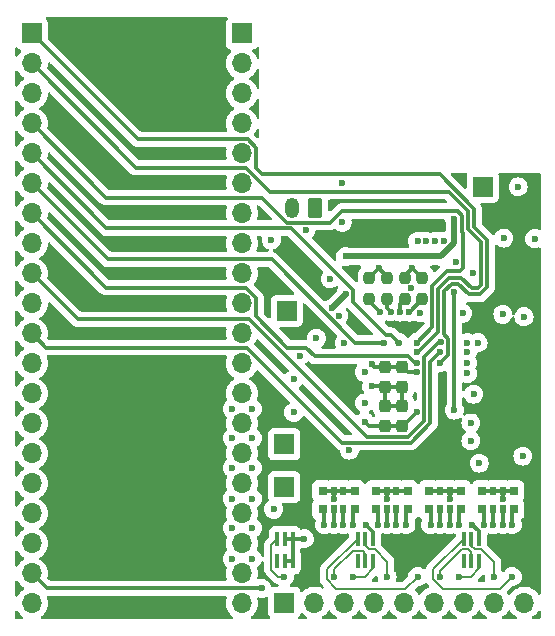
<source format=gbl>
%TF.GenerationSoftware,KiCad,Pcbnew,8.0.3*%
%TF.CreationDate,2024-08-10T21:36:20-07:00*%
%TF.ProjectId,v2,76322e6b-6963-4616-945f-706362585858,rev?*%
%TF.SameCoordinates,Original*%
%TF.FileFunction,Copper,L4,Bot*%
%TF.FilePolarity,Positive*%
%FSLAX46Y46*%
G04 Gerber Fmt 4.6, Leading zero omitted, Abs format (unit mm)*
G04 Created by KiCad (PCBNEW 8.0.3) date 2024-08-10 21:36:20*
%MOMM*%
%LPD*%
G01*
G04 APERTURE LIST*
G04 Aperture macros list*
%AMRoundRect*
0 Rectangle with rounded corners*
0 $1 Rounding radius*
0 $2 $3 $4 $5 $6 $7 $8 $9 X,Y pos of 4 corners*
0 Add a 4 corners polygon primitive as box body*
4,1,4,$2,$3,$4,$5,$6,$7,$8,$9,$2,$3,0*
0 Add four circle primitives for the rounded corners*
1,1,$1+$1,$2,$3*
1,1,$1+$1,$4,$5*
1,1,$1+$1,$6,$7*
1,1,$1+$1,$8,$9*
0 Add four rect primitives between the rounded corners*
20,1,$1+$1,$2,$3,$4,$5,0*
20,1,$1+$1,$4,$5,$6,$7,0*
20,1,$1+$1,$6,$7,$8,$9,0*
20,1,$1+$1,$8,$9,$2,$3,0*%
G04 Aperture macros list end*
%TA.AperFunction,ComponentPad*%
%ADD10R,1.700000X1.700000*%
%TD*%
%TA.AperFunction,SMDPad,CuDef*%
%ADD11RoundRect,0.237500X0.237500X-0.250000X0.237500X0.250000X-0.237500X0.250000X-0.237500X-0.250000X0*%
%TD*%
%TA.AperFunction,SMDPad,CuDef*%
%ADD12RoundRect,0.050000X-0.150000X0.545000X-0.150000X-0.545000X0.150000X-0.545000X0.150000X0.545000X0*%
%TD*%
%TA.AperFunction,SMDPad,CuDef*%
%ADD13RoundRect,0.050000X0.150000X-0.545000X0.150000X0.545000X-0.150000X0.545000X-0.150000X-0.545000X0*%
%TD*%
%TA.AperFunction,ComponentPad*%
%ADD14RoundRect,0.250000X0.350000X0.625000X-0.350000X0.625000X-0.350000X-0.625000X0.350000X-0.625000X0*%
%TD*%
%TA.AperFunction,ComponentPad*%
%ADD15O,1.200000X1.750000*%
%TD*%
%TA.AperFunction,SMDPad,CuDef*%
%ADD16RoundRect,0.237500X-0.237500X0.300000X-0.237500X-0.300000X0.237500X-0.300000X0.237500X0.300000X0*%
%TD*%
%TA.AperFunction,SMDPad,CuDef*%
%ADD17RoundRect,0.237500X0.237500X-0.300000X0.237500X0.300000X-0.237500X0.300000X-0.237500X-0.300000X0*%
%TD*%
%TA.AperFunction,SMDPad,CuDef*%
%ADD18R,0.750000X0.800000*%
%TD*%
%TA.AperFunction,SMDPad,CuDef*%
%ADD19R,0.580000X0.800000*%
%TD*%
%TA.AperFunction,ComponentPad*%
%ADD20O,1.700000X1.700000*%
%TD*%
%TA.AperFunction,ViaPad*%
%ADD21C,0.600000*%
%TD*%
%TA.AperFunction,Conductor*%
%ADD22C,0.300000*%
%TD*%
%TA.AperFunction,Conductor*%
%ADD23C,0.500000*%
%TD*%
%TA.AperFunction,Conductor*%
%ADD24C,0.200000*%
%TD*%
G04 APERTURE END LIST*
D10*
%TO.P,J8,1,Pin_1*%
%TO.N,+2V5*%
X127100000Y-95100000D03*
%TD*%
%TO.P,J7,1,Pin_1*%
%TO.N,+3V3*%
X127300000Y-83800000D03*
%TD*%
%TO.P,J6,1,Pin_1*%
%TO.N,-2V5*%
X127100000Y-98700000D03*
%TD*%
%TO.P,J5,1,Pin_1*%
%TO.N,+5V*%
X143900000Y-73300000D03*
%TD*%
D11*
%TO.P,R9,1*%
%TO.N,Net-(U1-GPIO4)*%
X134300000Y-82812500D03*
%TO.P,R9,2*%
%TO.N,GND*%
X134300000Y-80987500D03*
%TD*%
%TO.P,R7,1*%
%TO.N,Net-(U1-GPIO2)*%
X137300000Y-82812500D03*
%TO.P,R7,2*%
%TO.N,GND*%
X137300000Y-80987500D03*
%TD*%
%TO.P,R8,1*%
%TO.N,Net-(U1-GPIO3)*%
X135800000Y-82812500D03*
%TO.P,R8,2*%
%TO.N,GND*%
X135800000Y-80987500D03*
%TD*%
%TO.P,R3,1*%
%TO.N,Net-(U1-GPIO1)*%
X138800000Y-82812500D03*
%TO.P,R3,2*%
%TO.N,GND*%
X138800000Y-80987500D03*
%TD*%
D12*
%TO.P,U9,1,IO1*%
%TO.N,/ADS1299/BI*%
X126500000Y-103100000D03*
%TO.P,U9,2,IO2*%
%TO.N,GND*%
X127150000Y-103100000D03*
%TO.P,U9,3,GND*%
X127800000Y-103100000D03*
D13*
%TO.P,U9,4,IO3*%
X127800000Y-105020000D03*
%TO.P,U9,5,IO4*%
X127150000Y-105020000D03*
%TO.P,U9,6*%
%TO.N,N/C*%
X126500000Y-105020000D03*
%TD*%
D12*
%TO.P,U4,1,IO1*%
%TO.N,/ADS1299/I5*%
X133300000Y-103100000D03*
%TO.P,U4,2,IO2*%
%TO.N,/ADS1299/I6*%
X133950000Y-103100000D03*
%TO.P,U4,3,GND*%
%TO.N,GND*%
X134600000Y-103100000D03*
D13*
%TO.P,U4,4,IO3*%
%TO.N,/ADS1299/I7*%
X134600000Y-105020000D03*
%TO.P,U4,5,IO4*%
%TO.N,/ADS1299/I8*%
X133950000Y-105020000D03*
%TO.P,U4,6*%
%TO.N,N/C*%
X133300000Y-105020000D03*
%TD*%
D12*
%TO.P,U3,1,IO1*%
%TO.N,/ADS1299/I1*%
X142300000Y-103080000D03*
%TO.P,U3,2,IO2*%
%TO.N,/ADS1299/I2*%
X142950000Y-103080000D03*
%TO.P,U3,3,GND*%
%TO.N,GND*%
X143600000Y-103080000D03*
D13*
%TO.P,U3,4,IO3*%
%TO.N,/ADS1299/I3*%
X143600000Y-105000000D03*
%TO.P,U3,5,IO4*%
%TO.N,/ADS1299/I4*%
X142950000Y-105000000D03*
%TO.P,U3,6*%
%TO.N,N/C*%
X142300000Y-105000000D03*
%TD*%
D14*
%TO.P,J1,1,Pin_1*%
%TO.N,/Booster/VBATT*%
X129722400Y-75100000D03*
D15*
%TO.P,J1,2,Pin_2*%
%TO.N,GND*%
X127722400Y-75100000D03*
%TD*%
D16*
%TO.P,C11,2*%
%TO.N,-2V5*%
X137100000Y-93562500D03*
%TO.P,C11,1*%
%TO.N,+2V5*%
X137100000Y-91837500D03*
%TD*%
%TO.P,C10,2*%
%TO.N,-2V5*%
X135590000Y-93562500D03*
%TO.P,C10,1*%
%TO.N,+2V5*%
X135590000Y-91837500D03*
%TD*%
D17*
%TO.P,C6,1*%
%TO.N,+2V5*%
X135590000Y-90262500D03*
%TO.P,C6,2*%
%TO.N,GND*%
X135590000Y-88537500D03*
%TD*%
%TO.P,C4,2*%
%TO.N,GND*%
X137100000Y-88537500D03*
%TO.P,C4,1*%
%TO.N,+2V5*%
X137100000Y-90262500D03*
%TD*%
D18*
%TO.P,CN4,1*%
%TO.N,/ADS1299/IN7P*%
X133050000Y-100600000D03*
D19*
%TO.P,CN4,2*%
%TO.N,/ADS1299/IN7N*%
X132100000Y-100600000D03*
%TO.P,CN4,3*%
%TO.N,/ADS1299/IN8P*%
X131300000Y-100600000D03*
D18*
%TO.P,CN4,4*%
%TO.N,/ADS1299/IN8N*%
X130350000Y-100600000D03*
%TO.P,CN4,5*%
%TO.N,GND*%
X130350000Y-99060000D03*
D19*
%TO.P,CN4,6*%
X131300000Y-99060000D03*
%TO.P,CN4,7*%
X132100000Y-99060000D03*
D18*
%TO.P,CN4,8*%
X133050000Y-99060000D03*
%TD*%
%TO.P,CN3,1*%
%TO.N,/ADS1299/IN5P*%
X137550000Y-100600000D03*
D19*
%TO.P,CN3,2*%
%TO.N,/ADS1299/IN5N*%
X136600000Y-100600000D03*
%TO.P,CN3,3*%
%TO.N,/ADS1299/IN6P*%
X135800000Y-100600000D03*
D18*
%TO.P,CN3,4*%
%TO.N,/ADS1299/IN6N*%
X134850000Y-100600000D03*
%TO.P,CN3,5*%
%TO.N,GND*%
X134850000Y-99060000D03*
D19*
%TO.P,CN3,6*%
X135800000Y-99060000D03*
%TO.P,CN3,7*%
X136600000Y-99060000D03*
D18*
%TO.P,CN3,8*%
X137550000Y-99060000D03*
%TD*%
%TO.P,CN2,1*%
%TO.N,/ADS1299/IN3P*%
X142050000Y-100600000D03*
D19*
%TO.P,CN2,2*%
%TO.N,/ADS1299/IN3N*%
X141100000Y-100600000D03*
%TO.P,CN2,3*%
%TO.N,/ADS1299/IN4P*%
X140300000Y-100600000D03*
D18*
%TO.P,CN2,4*%
%TO.N,/ADS1299/IN4N*%
X139350000Y-100600000D03*
%TO.P,CN2,5*%
%TO.N,GND*%
X139350000Y-99060000D03*
D19*
%TO.P,CN2,6*%
X140300000Y-99060000D03*
%TO.P,CN2,7*%
X141100000Y-99060000D03*
D18*
%TO.P,CN2,8*%
X142050000Y-99060000D03*
%TD*%
%TO.P,CN1,1*%
%TO.N,/ADS1299/IN1P*%
X146550000Y-100600000D03*
D19*
%TO.P,CN1,2*%
%TO.N,/ADS1299/IN1N*%
X145600000Y-100600000D03*
%TO.P,CN1,3*%
%TO.N,/ADS1299/IN2P*%
X144800000Y-100600000D03*
D18*
%TO.P,CN1,4*%
%TO.N,/ADS1299/IN2N*%
X143850000Y-100600000D03*
%TO.P,CN1,5*%
%TO.N,GND*%
X143850000Y-99060000D03*
D19*
%TO.P,CN1,6*%
X144800000Y-99060000D03*
%TO.P,CN1,7*%
X145600000Y-99060000D03*
D18*
%TO.P,CN1,8*%
X146550000Y-99060000D03*
%TD*%
D10*
%TO.P,J3,1,Pin_1*%
%TO.N,/ADS1299/MOSI*%
X105720000Y-60320000D03*
D20*
%TO.P,J3,2,Pin_2*%
%TO.N,/ADS1299/CS*%
X105720000Y-62860000D03*
%TO.P,J3,3,Pin_3*%
%TO.N,unconnected-(J3-Pin_3-Pad3)*%
X105720000Y-65400000D03*
%TO.P,J3,4,Pin_4*%
%TO.N,/ADS1299/SCLK*%
X105720000Y-67940000D03*
%TO.P,J3,5,Pin_5*%
%TO.N,/ADS1299/MISO*%
X105720000Y-70480000D03*
%TO.P,J3,6,Pin_6*%
%TO.N,/ADS1299/DRDY*%
X105720000Y-73020000D03*
%TO.P,J3,7,Pin_7*%
%TO.N,/ADS1299/START*%
X105720000Y-75560000D03*
%TO.P,J3,8,Pin_8*%
%TO.N,unconnected-(J3-Pin_8-Pad8)*%
X105720000Y-78100000D03*
%TO.P,J3,9,Pin_9*%
%TO.N,/ADS1299/RESET*%
X105720000Y-80640000D03*
%TO.P,J3,10,Pin_10*%
%TO.N,unconnected-(J3-Pin_10-Pad10)*%
X105720000Y-83180000D03*
%TO.P,J3,11,Pin_11*%
%TO.N,/ADS1299/PDWN*%
X105720000Y-85720000D03*
%TO.P,J3,12,Pin_12*%
%TO.N,unconnected-(J3-Pin_12-Pad12)*%
X105720000Y-88260000D03*
%TO.P,J3,13,Pin_13*%
%TO.N,unconnected-(J3-Pin_13-Pad13)*%
X105720000Y-90800000D03*
%TO.P,J3,14,Pin_14*%
%TO.N,unconnected-(J3-Pin_14-Pad14)*%
X105720000Y-93340000D03*
%TO.P,J3,15,Pin_15*%
%TO.N,unconnected-(J3-Pin_15-Pad15)*%
X105720000Y-95880000D03*
%TO.P,J3,16,Pin_16*%
%TO.N,unconnected-(J3-Pin_16-Pad16)*%
X105720000Y-98420000D03*
%TO.P,J3,17,Pin_17*%
%TO.N,unconnected-(J3-Pin_17-Pad17)*%
X105720000Y-100960000D03*
%TO.P,J3,18,Pin_18*%
%TO.N,GND*%
X105720000Y-103500000D03*
%TO.P,J3,19,Pin_19*%
%TO.N,+5V*%
X105720000Y-106040000D03*
%TO.P,J3,20,Pin_20*%
%TO.N,unconnected-(J3-Pin_20-Pad20)*%
X105720000Y-108580000D03*
%TD*%
D10*
%TO.P,J2,1,Pin_1*%
%TO.N,/ADS1299/BI*%
X127100000Y-108500000D03*
D20*
%TO.P,J2,2,Pin_2*%
%TO.N,/ADS1299/I8*%
X129640000Y-108500000D03*
%TO.P,J2,3,Pin_3*%
%TO.N,/ADS1299/I7*%
X132180000Y-108500000D03*
%TO.P,J2,4,Pin_4*%
%TO.N,/ADS1299/I6*%
X134720000Y-108500000D03*
%TO.P,J2,5,Pin_5*%
%TO.N,/ADS1299/I5*%
X137260000Y-108500000D03*
%TO.P,J2,6,Pin_6*%
%TO.N,/ADS1299/I4*%
X139800000Y-108500000D03*
%TO.P,J2,7,Pin_7*%
%TO.N,/ADS1299/I3*%
X142340000Y-108500000D03*
%TO.P,J2,8,Pin_8*%
%TO.N,/ADS1299/I2*%
X144880000Y-108500000D03*
%TO.P,J2,9,Pin_9*%
%TO.N,/ADS1299/I1*%
X147420000Y-108500000D03*
%TD*%
D10*
%TO.P,J4,1,Pin_1*%
%TO.N,unconnected-(J4-Pin_1-Pad1)*%
X123500000Y-60320000D03*
D20*
%TO.P,J4,2,Pin_2*%
%TO.N,unconnected-(J4-Pin_2-Pad2)*%
X123500000Y-62860000D03*
%TO.P,J4,3,Pin_3*%
%TO.N,unconnected-(J4-Pin_3-Pad3)*%
X123500000Y-65400000D03*
%TO.P,J4,4,Pin_4*%
%TO.N,unconnected-(J4-Pin_4-Pad4)*%
X123500000Y-67940000D03*
%TO.P,J4,5,Pin_5*%
%TO.N,unconnected-(J4-Pin_5-Pad5)*%
X123500000Y-70480000D03*
%TO.P,J4,6,Pin_6*%
%TO.N,unconnected-(J4-Pin_6-Pad6)*%
X123500000Y-73020000D03*
%TO.P,J4,7,Pin_7*%
%TO.N,unconnected-(J4-Pin_7-Pad7)*%
X123500000Y-75560000D03*
%TO.P,J4,8,Pin_8*%
%TO.N,unconnected-(J4-Pin_8-Pad8)*%
X123500000Y-78100000D03*
%TO.P,J4,9,Pin_9*%
%TO.N,unconnected-(J4-Pin_9-Pad9)*%
X123500000Y-80640000D03*
%TO.P,J4,10,Pin_10*%
%TO.N,unconnected-(J4-Pin_10-Pad10)*%
X123500000Y-83180000D03*
%TO.P,J4,11,Pin_11*%
%TO.N,unconnected-(J4-Pin_11-Pad11)*%
X123500000Y-85720000D03*
%TO.P,J4,12,Pin_12*%
%TO.N,unconnected-(J4-Pin_12-Pad12)*%
X123500000Y-88260000D03*
%TO.P,J4,13,Pin_13*%
%TO.N,unconnected-(J4-Pin_13-Pad13)*%
X123500000Y-90800000D03*
%TO.P,J4,14,Pin_14*%
%TO.N,unconnected-(J4-Pin_14-Pad14)*%
X123500000Y-93340000D03*
%TO.P,J4,15,Pin_15*%
%TO.N,unconnected-(J4-Pin_15-Pad15)*%
X123500000Y-95880000D03*
%TO.P,J4,16,Pin_16*%
%TO.N,unconnected-(J4-Pin_16-Pad16)*%
X123500000Y-98420000D03*
%TO.P,J4,17,Pin_17*%
%TO.N,unconnected-(J4-Pin_17-Pad17)*%
X123500000Y-100960000D03*
%TO.P,J4,18,Pin_18*%
%TO.N,unconnected-(J4-Pin_18-Pad18)*%
X123500000Y-103500000D03*
%TO.P,J4,19,Pin_19*%
%TO.N,unconnected-(J4-Pin_19-Pad19)*%
X123500000Y-106040000D03*
%TO.P,J4,20,Pin_20*%
%TO.N,unconnected-(J4-Pin_20-Pad20)*%
X123500000Y-108580000D03*
%TD*%
D21*
%TO.N,GND*%
X142200000Y-84000000D03*
%TO.N,-2V5*%
X142600000Y-87300000D03*
X143600000Y-96700000D03*
%TO.N,GND*%
X129818750Y-86118750D03*
X131700000Y-84200000D03*
X128400000Y-87600000D03*
%TO.N,-2V5*%
X138300000Y-92380761D03*
X127900000Y-92400000D03*
%TO.N,GND*%
X122700000Y-104800000D03*
X124400000Y-104800000D03*
X122700000Y-102200000D03*
X124400000Y-102200000D03*
X122700000Y-99700000D03*
X124400000Y-99700000D03*
X122700000Y-97100000D03*
X124400000Y-97100000D03*
X122700000Y-92100000D03*
X124400000Y-92100000D03*
X122700000Y-94600000D03*
X124400000Y-94600000D03*
X143500000Y-86500000D03*
X142600000Y-89100000D03*
X138300000Y-89000003D03*
X139900000Y-77900000D03*
X139100000Y-77900000D03*
X140600000Y-77900000D03*
X138400000Y-77900000D03*
%TO.N,+5V*%
X125200000Y-107300000D03*
%TO.N,GND*%
X146900000Y-73300000D03*
%TO.N,Net-(U1-GPIO1)*%
X137700000Y-83900000D03*
%TO.N,GND*%
X138594452Y-83945000D03*
X137949297Y-80215254D03*
X135100000Y-80200000D03*
X137869460Y-81899759D03*
X132171631Y-86510109D03*
X142600000Y-88200000D03*
X142600000Y-86500000D03*
X134500000Y-88300000D03*
%TO.N,-2V5*%
X133900000Y-89000000D03*
%TO.N,GND*%
X132600000Y-95600000D03*
X148300000Y-77700000D03*
X145687372Y-77637809D03*
X141600000Y-79700000D03*
X143100000Y-80600000D03*
X145600000Y-84100000D03*
X147300000Y-96100000D03*
X131300000Y-99699998D03*
X135800000Y-99699998D03*
X145600000Y-99699998D03*
X141100000Y-99699998D03*
X134000000Y-101900000D03*
X143000000Y-101900000D03*
X128800000Y-103100000D03*
X126200000Y-100600000D03*
X126000000Y-77800000D03*
X128900000Y-77000000D03*
X131000000Y-81100000D03*
X132000000Y-76300000D03*
X132000000Y-73000000D03*
%TO.N,-2V5*%
X127900000Y-89600000D03*
%TO.N,+5V*%
X131100000Y-83600000D03*
X132300000Y-82400000D03*
%TO.N,-2V5*%
X147400000Y-84300000D03*
X143125692Y-90861916D03*
%TO.N,+2V5*%
X141500000Y-92200000D03*
%TO.N,+5V*%
X132300000Y-79200000D03*
%TO.N,+2V5*%
X141500000Y-82200000D03*
%TO.N,+5V*%
X141500000Y-76000000D03*
%TO.N,Net-(U1-GPIO4)*%
X135200000Y-83900000D03*
%TO.N,/ADS1299/MOSI*%
X140300000Y-88200000D03*
%TO.N,/ADS1299/PDWN*%
X140300000Y-87300000D03*
%TO.N,/ADS1299/RESET*%
X140325685Y-86444391D03*
%TO.N,/ADS1299/START*%
X138300000Y-88200000D03*
%TO.N,/ADS1299/CS*%
X138300000Y-87300003D03*
%TO.N,/ADS1299/SCLK*%
X138300000Y-86500000D03*
%TO.N,/ADS1299/MISO*%
X136800000Y-86500000D03*
%TO.N,/ADS1299/DRDY*%
X135500000Y-86500000D03*
%TO.N,+2V5*%
X134500000Y-90200000D03*
%TO.N,-2V5*%
X142900000Y-94800000D03*
X142900000Y-93300000D03*
X133900000Y-91600000D03*
X133900000Y-93200000D03*
%TO.N,/ADS1299/IN1P*%
X146400000Y-101900000D03*
%TO.N,/ADS1299/IN1N*%
X145600000Y-101900000D03*
%TO.N,/ADS1299/IN2P*%
X144800000Y-101900000D03*
%TO.N,/ADS1299/IN2N*%
X144000000Y-101900000D03*
%TO.N,/ADS1299/IN3P*%
X141900003Y-101900000D03*
%TO.N,/ADS1299/IN3N*%
X141100000Y-101900000D03*
%TO.N,/ADS1299/IN4P*%
X140300000Y-101900000D03*
%TO.N,/ADS1299/IN4N*%
X139500000Y-101900000D03*
%TO.N,/ADS1299/IN5P*%
X137400009Y-101900000D03*
%TO.N,/ADS1299/IN5N*%
X136600006Y-101900000D03*
%TO.N,/ADS1299/IN6P*%
X135800003Y-101900000D03*
%TO.N,/ADS1299/IN6N*%
X135000000Y-101900000D03*
%TO.N,/ADS1299/IN8N*%
X130499997Y-101900000D03*
%TO.N,/ADS1299/IN8P*%
X131300000Y-101900000D03*
%TO.N,/ADS1299/IN7N*%
X132100000Y-101900000D03*
%TO.N,/ADS1299/IN7P*%
X132900000Y-101900000D03*
%TO.N,/ADS1299/BI*%
X127100000Y-106300000D03*
%TO.N,/ADS1299/I1*%
X146400000Y-106300000D03*
%TO.N,/ADS1299/I2*%
X144880000Y-106300000D03*
%TO.N,/ADS1299/I3*%
X141900000Y-106300000D03*
%TO.N,/ADS1299/I4*%
X140300000Y-106300000D03*
%TO.N,/ADS1299/I5*%
X138400000Y-106300000D03*
%TO.N,/ADS1299/I6*%
X135800000Y-106300000D03*
%TO.N,/ADS1299/I7*%
X132900000Y-106300000D03*
%TO.N,/ADS1299/I8*%
X131300000Y-106300000D03*
%TO.N,Net-(U1-GPIO2)*%
X136899997Y-83900000D03*
%TO.N,Net-(U1-GPIO3)*%
X136100224Y-83880984D03*
%TD*%
D22*
%TO.N,/ADS1299/START*%
X127369239Y-86950000D02*
X128967057Y-86950000D01*
X124700000Y-84280761D02*
X127369239Y-86950000D01*
X124700000Y-82682943D02*
X124700000Y-84280761D01*
X128967057Y-86950000D02*
X129667057Y-87650000D01*
X123857057Y-81840000D02*
X124700000Y-82682943D01*
%TO.N,GND*%
X127800000Y-105020000D02*
X127800000Y-103100000D01*
%TO.N,+2V5*%
X137100000Y-91837500D02*
X137100000Y-90262500D01*
%TO.N,-2V5*%
X137118261Y-93562500D02*
X138300000Y-92380761D01*
X137100000Y-93562500D02*
X137118261Y-93562500D01*
%TO.N,+5V*%
X125200000Y-107300000D02*
X106980000Y-107300000D01*
X106980000Y-107300000D02*
X105720000Y-106040000D01*
%TO.N,GND*%
X137562503Y-89000003D02*
X138300000Y-89000003D01*
X137100000Y-88537500D02*
X137562503Y-89000003D01*
%TO.N,/ADS1299/SCLK*%
X112000000Y-74220000D02*
X105720000Y-67940000D01*
X125223897Y-74220000D02*
X112000000Y-74220000D01*
X127328897Y-76325000D02*
X125223897Y-74220000D01*
X130975000Y-76325000D02*
X127328897Y-76325000D01*
X131950000Y-75350000D02*
X130975000Y-76325000D01*
X141769239Y-75350000D02*
X131950000Y-75350000D01*
X142150000Y-75730761D02*
X141769239Y-75350000D01*
X142250000Y-80150000D02*
X142250000Y-77197666D01*
X142000000Y-80400000D02*
X142250000Y-80150000D01*
X140900000Y-80400000D02*
X142000000Y-80400000D01*
X139625000Y-81675000D02*
X140900000Y-80400000D01*
X139625000Y-85175000D02*
X139625000Y-81675000D01*
X142250000Y-77197666D02*
X142150000Y-77097666D01*
X138300000Y-86500000D02*
X139625000Y-85175000D01*
X142150000Y-77097666D02*
X142150000Y-75730761D01*
%TO.N,/ADS1299/CS*%
X123857057Y-71680000D02*
X114540000Y-71680000D01*
X125897057Y-73720000D02*
X123857057Y-71680000D01*
X141020000Y-73720000D02*
X125897057Y-73720000D01*
X114540000Y-71680000D02*
X105720000Y-62860000D01*
X142650000Y-75350000D02*
X141020000Y-73720000D01*
X142650000Y-76890559D02*
X142650000Y-75350000D01*
X143750000Y-81642894D02*
X143750000Y-77990559D01*
X143750000Y-77990559D02*
X142650000Y-76890559D01*
X143000000Y-81900000D02*
X143492894Y-81900000D01*
X143492894Y-81900000D02*
X143750000Y-81642894D01*
X141073654Y-81000000D02*
X142100000Y-81000000D01*
X142100000Y-81000000D02*
X143000000Y-81900000D01*
X140125000Y-81948654D02*
X141073654Y-81000000D01*
X140125000Y-85594239D02*
X140125000Y-81948654D01*
X138300000Y-87300003D02*
X138419236Y-87300003D01*
X138419236Y-87300003D02*
X140125000Y-85594239D01*
%TO.N,/ADS1299/MOSI*%
X114680000Y-69280000D02*
X105720000Y-60320000D01*
X123997057Y-69280000D02*
X114680000Y-69280000D01*
X124700000Y-69982943D02*
X123997057Y-69280000D01*
X124700000Y-71719239D02*
X124700000Y-69982943D01*
X125230761Y-72250000D02*
X124700000Y-71719239D01*
X143150000Y-76683452D02*
X143150000Y-75142893D01*
X143150000Y-75142893D02*
X140257107Y-72250000D01*
X144300000Y-77833452D02*
X143150000Y-76683452D01*
X144300000Y-81800000D02*
X144300000Y-77833452D01*
X143700000Y-82400000D02*
X144300000Y-81800000D01*
X142700000Y-82400000D02*
X143700000Y-82400000D01*
X141800000Y-81500000D02*
X142700000Y-82400000D01*
X140625000Y-82155761D02*
X141280761Y-81500000D01*
X140625000Y-85801346D02*
X140625000Y-82155761D01*
X141280761Y-81500000D02*
X141800000Y-81500000D01*
X140975685Y-86152031D02*
X140625000Y-85801346D01*
X140257107Y-72250000D02*
X125230761Y-72250000D01*
X140975685Y-87543554D02*
X140975685Y-86152031D01*
X140319239Y-88200000D02*
X140975685Y-87543554D01*
X140300000Y-88200000D02*
X140319239Y-88200000D01*
D23*
%TO.N,+5V*%
X141500000Y-78060661D02*
X141500000Y-76000000D01*
X140360661Y-79200000D02*
X141500000Y-78060661D01*
X132300000Y-79200000D02*
X140360661Y-79200000D01*
D22*
%TO.N,Net-(U1-GPIO1)*%
X137712500Y-83900000D02*
X138800000Y-82812500D01*
X137700000Y-83900000D02*
X137712500Y-83900000D01*
%TO.N,GND*%
X138721543Y-80987500D02*
X137949297Y-80215254D01*
X138800000Y-80987500D02*
X138721543Y-80987500D01*
X137300000Y-80864551D02*
X137949297Y-80215254D01*
X137300000Y-80987500D02*
X137300000Y-80864551D01*
X135800000Y-80900000D02*
X135100000Y-80200000D01*
X135800000Y-80987500D02*
X135800000Y-80900000D01*
X134312500Y-80987500D02*
X135100000Y-80200000D01*
X134300000Y-80987500D02*
X134312500Y-80987500D01*
X137100000Y-88537500D02*
X135590000Y-88537500D01*
X134737500Y-88537500D02*
X134500000Y-88300000D01*
X135590000Y-88537500D02*
X134737500Y-88537500D01*
X131300000Y-99060000D02*
X131300000Y-99699998D01*
X135800000Y-99060000D02*
X135800000Y-99699998D01*
X145600000Y-99060000D02*
X145600000Y-99699998D01*
X141100000Y-99060000D02*
X141100000Y-99699998D01*
X134012072Y-101900000D02*
X134000000Y-101900000D01*
X134600000Y-102487928D02*
X134012072Y-101900000D01*
X134600000Y-103100000D02*
X134600000Y-102487928D01*
X143032072Y-101900000D02*
X143000000Y-101900000D01*
X143600000Y-102467928D02*
X143032072Y-101900000D01*
X143600000Y-103080000D02*
X143600000Y-102467928D01*
X143850000Y-99060000D02*
X146550000Y-99060000D01*
X139350000Y-99060000D02*
X142050000Y-99060000D01*
X135800000Y-99060000D02*
X137550000Y-99060000D01*
X134850000Y-99060000D02*
X135800000Y-99060000D01*
X132100000Y-99060000D02*
X133050000Y-99060000D01*
X131300000Y-99060000D02*
X132100000Y-99060000D01*
X130350000Y-99060000D02*
X131300000Y-99060000D01*
X127800000Y-103100000D02*
X128800000Y-103100000D01*
X127150000Y-103100000D02*
X127800000Y-103100000D01*
X127150000Y-105020000D02*
X127800000Y-105020000D01*
%TO.N,/ADS1299/DRDY*%
X126020761Y-79440000D02*
X124200000Y-79440000D01*
X133080761Y-86500000D02*
X126020761Y-79440000D01*
X135500000Y-86500000D02*
X133080761Y-86500000D01*
X124200000Y-79440000D02*
X112140000Y-79440000D01*
%TO.N,/ADS1299/MISO*%
X135750000Y-85850000D02*
X132950000Y-83050000D01*
X136150000Y-85850000D02*
X135750000Y-85850000D01*
X132950000Y-83050000D02*
X132950000Y-82075000D01*
X132950000Y-82075000D02*
X127700000Y-76825000D01*
X126987568Y-76825000D02*
X126962568Y-76800000D01*
X136800000Y-86500000D02*
X136150000Y-85850000D01*
X127700000Y-76825000D02*
X126987568Y-76825000D01*
D23*
%TO.N,+5V*%
X132300000Y-82400000D02*
X131100000Y-83600000D01*
D22*
%TO.N,/ADS1299/MISO*%
X112040000Y-76800000D02*
X105720000Y-70480000D01*
X136800000Y-86500000D02*
X136662568Y-86500000D01*
X126962568Y-76800000D02*
X112040000Y-76800000D01*
%TO.N,/ADS1299/DRDY*%
X112140000Y-79440000D02*
X105720000Y-73020000D01*
%TO.N,/ADS1299/START*%
X112000000Y-81840000D02*
X105720000Y-75560000D01*
X123857057Y-81840000D02*
X112000000Y-81840000D01*
X137587432Y-87650000D02*
X129667057Y-87650000D01*
X138137432Y-88200000D02*
X137587432Y-87650000D01*
X138300000Y-88200000D02*
X138137432Y-88200000D01*
%TO.N,/ADS1299/RESET*%
X137587432Y-94450000D02*
X134067057Y-94450000D01*
X138950000Y-93087432D02*
X137587432Y-94450000D01*
X134067057Y-94450000D02*
X124137057Y-84520000D01*
X109600000Y-84520000D02*
X105720000Y-80640000D01*
X138950000Y-87730761D02*
X138950000Y-93087432D01*
X124137057Y-84520000D02*
X109600000Y-84520000D01*
X140325685Y-86444391D02*
X140236370Y-86444391D01*
X140236370Y-86444391D02*
X138950000Y-87730761D01*
%TO.N,+2V5*%
X141500000Y-82200000D02*
X141500000Y-92200000D01*
%TO.N,/ADS1299/PDWN*%
X106920000Y-86920000D02*
X105720000Y-85720000D01*
X123920000Y-86920000D02*
X106920000Y-86920000D01*
X137794539Y-94950000D02*
X131950000Y-94950000D01*
X139450000Y-88130761D02*
X139450000Y-93294539D01*
X140280761Y-87300000D02*
X139450000Y-88130761D01*
X139450000Y-93294539D02*
X137794539Y-94950000D01*
X140300000Y-87300000D02*
X140280761Y-87300000D01*
X131950000Y-94950000D02*
X123920000Y-86920000D01*
%TO.N,Net-(U1-GPIO4)*%
X134300000Y-83000000D02*
X135200000Y-83900000D01*
X134300000Y-82812500D02*
X134300000Y-83000000D01*
%TO.N,-2V5*%
X134262500Y-93562500D02*
X133900000Y-93200000D01*
X135590000Y-93562500D02*
X134262500Y-93562500D01*
X137100000Y-93562500D02*
X135590000Y-93562500D01*
%TO.N,+2V5*%
X135590000Y-91837500D02*
X137100000Y-91837500D01*
X135590000Y-90262500D02*
X135590000Y-91837500D01*
X135590000Y-90262500D02*
X137100000Y-90262500D01*
X134500000Y-90200000D02*
X135527500Y-90200000D01*
X135527500Y-90200000D02*
X135590000Y-90262500D01*
%TO.N,/ADS1299/IN1P*%
X146400000Y-101900000D02*
X146400000Y-100750000D01*
X146400000Y-100750000D02*
X146550000Y-100600000D01*
%TO.N,/ADS1299/IN1N*%
X145600000Y-101900000D02*
X145600000Y-100600000D01*
%TO.N,/ADS1299/IN2P*%
X144800000Y-101900000D02*
X144800000Y-100600000D01*
%TO.N,/ADS1299/IN2N*%
X144000000Y-100750000D02*
X143850000Y-100600000D01*
X144000000Y-101900000D02*
X144000000Y-100750000D01*
%TO.N,/ADS1299/IN3P*%
X141900003Y-101900000D02*
X141900003Y-100749997D01*
X141900003Y-100749997D02*
X142050000Y-100600000D01*
%TO.N,/ADS1299/IN3N*%
X141100000Y-101900000D02*
X141100000Y-100600000D01*
%TO.N,/ADS1299/IN4P*%
X140300000Y-101900000D02*
X140300000Y-100600000D01*
%TO.N,/ADS1299/IN4N*%
X139500000Y-100750000D02*
X139350000Y-100600000D01*
X139500000Y-101900000D02*
X139500000Y-100750000D01*
%TO.N,/ADS1299/IN5P*%
X137400009Y-100749991D02*
X137550000Y-100600000D01*
X137400009Y-101900000D02*
X137400009Y-100749991D01*
%TO.N,/ADS1299/IN5N*%
X136600006Y-100600006D02*
X136600000Y-100600000D01*
X136600006Y-101900000D02*
X136600006Y-100600006D01*
%TO.N,/ADS1299/IN6P*%
X135800003Y-101900000D02*
X135800003Y-100600003D01*
X135800003Y-100600003D02*
X135800000Y-100600000D01*
%TO.N,/ADS1299/IN6N*%
X135000000Y-101900000D02*
X135000000Y-100750000D01*
X135000000Y-100750000D02*
X134850000Y-100600000D01*
%TO.N,/ADS1299/IN8N*%
X130499997Y-101900000D02*
X130499997Y-100749997D01*
X130499997Y-100749997D02*
X130350000Y-100600000D01*
%TO.N,/ADS1299/IN8P*%
X131300000Y-101900000D02*
X131300000Y-100600000D01*
%TO.N,/ADS1299/IN7N*%
X132100000Y-101900000D02*
X132100000Y-100600000D01*
%TO.N,/ADS1299/IN7P*%
X132900000Y-100750000D02*
X133050000Y-100600000D01*
X132900000Y-101900000D02*
X132900000Y-100750000D01*
D24*
%TO.N,/ADS1299/BI*%
X126000000Y-105711360D02*
X126000000Y-103600000D01*
X126000000Y-103600000D02*
X126500000Y-103100000D01*
X126588640Y-106300000D02*
X126000000Y-105711360D01*
X127100000Y-106300000D02*
X126588640Y-106300000D01*
%TO.N,/ADS1299/I5*%
X130700000Y-105700000D02*
X133300000Y-103100000D01*
X130700000Y-106548529D02*
X130700000Y-105700000D01*
X131501471Y-107350000D02*
X130700000Y-106548529D01*
X137350000Y-107350000D02*
X131501471Y-107350000D01*
X138400000Y-106300000D02*
X137350000Y-107350000D01*
%TO.N,/ADS1299/I6*%
X133950000Y-103641360D02*
X133950000Y-103100000D01*
X135800000Y-105028640D02*
X134766360Y-103995000D01*
X134766360Y-103995000D02*
X134303640Y-103995000D01*
X134303640Y-103995000D02*
X133950000Y-103641360D01*
%TO.N,/ADS1299/I8*%
X133725000Y-104125000D02*
X133950000Y-104350000D01*
X133950000Y-104350000D02*
X133950000Y-105020000D01*
X132875000Y-104125000D02*
X133725000Y-104125000D01*
X131300000Y-105700000D02*
X132875000Y-104125000D01*
X131300000Y-106300000D02*
X131300000Y-105700000D01*
%TO.N,/ADS1299/I7*%
X134600000Y-105615000D02*
X134600000Y-105020000D01*
X132900000Y-106300000D02*
X133915000Y-106300000D01*
X133915000Y-106300000D02*
X134600000Y-105615000D01*
%TO.N,/ADS1299/I6*%
X135800000Y-106300000D02*
X135800000Y-105028640D01*
%TO.N,/ADS1299/I3*%
X143600000Y-105595000D02*
X143600000Y-105000000D01*
X142895000Y-106300000D02*
X143600000Y-105595000D01*
X141900000Y-106300000D02*
X142895000Y-106300000D01*
%TO.N,/ADS1299/I1*%
X139700000Y-106548529D02*
X139700000Y-105680000D01*
X140501471Y-107350000D02*
X139700000Y-106548529D01*
X139700000Y-105680000D02*
X142300000Y-103080000D01*
X145350000Y-107350000D02*
X140501471Y-107350000D01*
X146400000Y-106300000D02*
X145350000Y-107350000D01*
%TO.N,/ADS1299/I4*%
X142950000Y-104257758D02*
X142950000Y-105000000D01*
X142133640Y-103975000D02*
X142667242Y-103975000D01*
X142667242Y-103975000D02*
X142950000Y-104257758D01*
X140300000Y-105808640D02*
X142133640Y-103975000D01*
X140300000Y-106300000D02*
X140300000Y-105808640D01*
%TO.N,/ADS1299/I2*%
X142950000Y-103692072D02*
X142950000Y-103080000D01*
X144880000Y-105088640D02*
X143791360Y-104000000D01*
X144880000Y-106300000D02*
X144880000Y-105088640D01*
X143791360Y-104000000D02*
X143257928Y-104000000D01*
X143257928Y-104000000D02*
X142950000Y-103692072D01*
D22*
%TO.N,Net-(U1-GPIO3)*%
X135800000Y-83580760D02*
X136100224Y-83880984D01*
X135800000Y-82812500D02*
X135800000Y-83580760D01*
%TO.N,Net-(U1-GPIO2)*%
X136899997Y-83900000D02*
X136899997Y-83212503D01*
X136899997Y-83212503D02*
X137300000Y-82812500D01*
%TD*%
%TA.AperFunction,NonConductor*%
G36*
X104505703Y-61521241D02*
G01*
X104512181Y-61527273D01*
X104512455Y-61527547D01*
X104627664Y-61613793D01*
X104627671Y-61613797D01*
X104759081Y-61662810D01*
X104815015Y-61704681D01*
X104839432Y-61770145D01*
X104824580Y-61838418D01*
X104803430Y-61866673D01*
X104681503Y-61988600D01*
X104545965Y-62182169D01*
X104545964Y-62182171D01*
X104536882Y-62201649D01*
X104490709Y-62254088D01*
X104423516Y-62273240D01*
X104356635Y-62253024D01*
X104311300Y-62199859D01*
X104300500Y-62149244D01*
X104300500Y-61614954D01*
X104320185Y-61547915D01*
X104372989Y-61502160D01*
X104442147Y-61492216D01*
X104505703Y-61521241D01*
G37*
%TD.AperFunction*%
%TA.AperFunction,NonConductor*%
G36*
X124963182Y-61422421D02*
G01*
X124996666Y-61483745D01*
X124999500Y-61510102D01*
X124999500Y-62320803D01*
X124979815Y-62387842D01*
X124927011Y-62433597D01*
X124857853Y-62443541D01*
X124794297Y-62414516D01*
X124763118Y-62373208D01*
X124674035Y-62182171D01*
X124674034Y-62182169D01*
X124538496Y-61988600D01*
X124538495Y-61988599D01*
X124416567Y-61866671D01*
X124383084Y-61805351D01*
X124388068Y-61735659D01*
X124429939Y-61679725D01*
X124460915Y-61662810D01*
X124592331Y-61613796D01*
X124707546Y-61527546D01*
X124776234Y-61435789D01*
X124832167Y-61393920D01*
X124901859Y-61388936D01*
X124963182Y-61422421D01*
G37*
%TD.AperFunction*%
%TA.AperFunction,NonConductor*%
G36*
X104505703Y-63477042D02*
G01*
X104536880Y-63518349D01*
X104545965Y-63537830D01*
X104545966Y-63537831D01*
X104545967Y-63537834D01*
X104681501Y-63731395D01*
X104681506Y-63731402D01*
X104848597Y-63898493D01*
X104848603Y-63898498D01*
X105034158Y-64028425D01*
X105077783Y-64083002D01*
X105084977Y-64152500D01*
X105053454Y-64214855D01*
X105034158Y-64231575D01*
X104848597Y-64361505D01*
X104681505Y-64528597D01*
X104545965Y-64722169D01*
X104545964Y-64722171D01*
X104536882Y-64741649D01*
X104490709Y-64794088D01*
X104423516Y-64813240D01*
X104356635Y-64793024D01*
X104311300Y-64739859D01*
X104300500Y-64689244D01*
X104300500Y-63570755D01*
X104320185Y-63503716D01*
X104372989Y-63457961D01*
X104442147Y-63448017D01*
X104505703Y-63477042D01*
G37*
%TD.AperFunction*%
%TA.AperFunction,NonConductor*%
G36*
X124943365Y-63295416D02*
G01*
X124988700Y-63348581D01*
X124999500Y-63399196D01*
X124999500Y-64860803D01*
X124979815Y-64927842D01*
X124927011Y-64973597D01*
X124857853Y-64983541D01*
X124794297Y-64954516D01*
X124763118Y-64913208D01*
X124674035Y-64722171D01*
X124674034Y-64722169D01*
X124538494Y-64528597D01*
X124371402Y-64361506D01*
X124371396Y-64361501D01*
X124185842Y-64231575D01*
X124142217Y-64176998D01*
X124135023Y-64107500D01*
X124166546Y-64045145D01*
X124185842Y-64028425D01*
X124208026Y-64012891D01*
X124371401Y-63898495D01*
X124538495Y-63731401D01*
X124674035Y-63537830D01*
X124763118Y-63346790D01*
X124809290Y-63294352D01*
X124876484Y-63275200D01*
X124943365Y-63295416D01*
G37*
%TD.AperFunction*%
%TA.AperFunction,NonConductor*%
G36*
X104505703Y-66017042D02*
G01*
X104536880Y-66058349D01*
X104545965Y-66077830D01*
X104545966Y-66077831D01*
X104545967Y-66077834D01*
X104681501Y-66271395D01*
X104681506Y-66271402D01*
X104848597Y-66438493D01*
X104848603Y-66438498D01*
X105034158Y-66568425D01*
X105077783Y-66623002D01*
X105084977Y-66692500D01*
X105053454Y-66754855D01*
X105034158Y-66771575D01*
X104848597Y-66901505D01*
X104681505Y-67068597D01*
X104545965Y-67262169D01*
X104545964Y-67262171D01*
X104536882Y-67281649D01*
X104490709Y-67334088D01*
X104423516Y-67353240D01*
X104356635Y-67333024D01*
X104311300Y-67279859D01*
X104300500Y-67229244D01*
X104300500Y-66110755D01*
X104320185Y-66043716D01*
X104372989Y-65997961D01*
X104442147Y-65988017D01*
X104505703Y-66017042D01*
G37*
%TD.AperFunction*%
%TA.AperFunction,NonConductor*%
G36*
X124943365Y-65835416D02*
G01*
X124988700Y-65888581D01*
X124999500Y-65939196D01*
X124999500Y-67400803D01*
X124979815Y-67467842D01*
X124927011Y-67513597D01*
X124857853Y-67523541D01*
X124794297Y-67494516D01*
X124763118Y-67453208D01*
X124674035Y-67262171D01*
X124674034Y-67262169D01*
X124538494Y-67068597D01*
X124371402Y-66901506D01*
X124371396Y-66901501D01*
X124185842Y-66771575D01*
X124142217Y-66716998D01*
X124135023Y-66647500D01*
X124166546Y-66585145D01*
X124185842Y-66568425D01*
X124208026Y-66552891D01*
X124371401Y-66438495D01*
X124538495Y-66271401D01*
X124674035Y-66077830D01*
X124763118Y-65886790D01*
X124809290Y-65834352D01*
X124876484Y-65815200D01*
X124943365Y-65835416D01*
G37*
%TD.AperFunction*%
%TA.AperFunction,NonConductor*%
G36*
X122272085Y-58920185D02*
G01*
X122317840Y-58972989D01*
X122327784Y-59042147D01*
X122298759Y-59105703D01*
X122292727Y-59112181D01*
X122292452Y-59112455D01*
X122206206Y-59227664D01*
X122206202Y-59227671D01*
X122155908Y-59362517D01*
X122149501Y-59422116D01*
X122149501Y-59422123D01*
X122149500Y-59422135D01*
X122149500Y-61217870D01*
X122149501Y-61217876D01*
X122155908Y-61277483D01*
X122206202Y-61412328D01*
X122206206Y-61412335D01*
X122292452Y-61527544D01*
X122292455Y-61527547D01*
X122407664Y-61613793D01*
X122407671Y-61613797D01*
X122539081Y-61662810D01*
X122595015Y-61704681D01*
X122619432Y-61770145D01*
X122604580Y-61838418D01*
X122583430Y-61866673D01*
X122461503Y-61988600D01*
X122325965Y-62182169D01*
X122325964Y-62182171D01*
X122226098Y-62396335D01*
X122226094Y-62396344D01*
X122164938Y-62624586D01*
X122164936Y-62624596D01*
X122144341Y-62859999D01*
X122144341Y-62860000D01*
X122164936Y-63095403D01*
X122164938Y-63095413D01*
X122226094Y-63323655D01*
X122226096Y-63323659D01*
X122226097Y-63323663D01*
X122297619Y-63477042D01*
X122325965Y-63537830D01*
X122325967Y-63537834D01*
X122461501Y-63731395D01*
X122461506Y-63731402D01*
X122628597Y-63898493D01*
X122628603Y-63898498D01*
X122814158Y-64028425D01*
X122857783Y-64083002D01*
X122864977Y-64152500D01*
X122833454Y-64214855D01*
X122814158Y-64231575D01*
X122628597Y-64361505D01*
X122461505Y-64528597D01*
X122325965Y-64722169D01*
X122325964Y-64722171D01*
X122226098Y-64936335D01*
X122226094Y-64936344D01*
X122164938Y-65164586D01*
X122164936Y-65164596D01*
X122144341Y-65399999D01*
X122144341Y-65400000D01*
X122164936Y-65635403D01*
X122164938Y-65635413D01*
X122226094Y-65863655D01*
X122226096Y-65863659D01*
X122226097Y-65863663D01*
X122297619Y-66017042D01*
X122325965Y-66077830D01*
X122325967Y-66077834D01*
X122461501Y-66271395D01*
X122461506Y-66271402D01*
X122628597Y-66438493D01*
X122628603Y-66438498D01*
X122814158Y-66568425D01*
X122857783Y-66623002D01*
X122864977Y-66692500D01*
X122833454Y-66754855D01*
X122814158Y-66771575D01*
X122628597Y-66901505D01*
X122461505Y-67068597D01*
X122325965Y-67262169D01*
X122325964Y-67262171D01*
X122226098Y-67476335D01*
X122226094Y-67476344D01*
X122164938Y-67704586D01*
X122164936Y-67704596D01*
X122144341Y-67939999D01*
X122144341Y-67940000D01*
X122164936Y-68175403D01*
X122164938Y-68175413D01*
X122226094Y-68403655D01*
X122226097Y-68403664D01*
X122249148Y-68453095D01*
X122259640Y-68522172D01*
X122231121Y-68585956D01*
X122172644Y-68624196D01*
X122136766Y-68629500D01*
X115000808Y-68629500D01*
X114933769Y-68609815D01*
X114913127Y-68593181D01*
X107106818Y-60786872D01*
X107073333Y-60725549D01*
X107070499Y-60699191D01*
X107070499Y-59422129D01*
X107070498Y-59422123D01*
X107070497Y-59422116D01*
X107064091Y-59362517D01*
X107013796Y-59227669D01*
X107013795Y-59227668D01*
X107013793Y-59227664D01*
X106927547Y-59112455D01*
X106927273Y-59112181D01*
X106927087Y-59111840D01*
X106922232Y-59105355D01*
X106923164Y-59104656D01*
X106893788Y-59050858D01*
X106898772Y-58981166D01*
X106940644Y-58925233D01*
X107006108Y-58900816D01*
X107014954Y-58900500D01*
X122205046Y-58900500D01*
X122272085Y-58920185D01*
G37*
%TD.AperFunction*%
%TA.AperFunction,NonConductor*%
G36*
X124943365Y-68375416D02*
G01*
X124988700Y-68428581D01*
X124999500Y-68479196D01*
X124999500Y-69063135D01*
X124979815Y-69130174D01*
X124927011Y-69175929D01*
X124857853Y-69185873D01*
X124794297Y-69156848D01*
X124787819Y-69150816D01*
X124574965Y-68937962D01*
X124541480Y-68876639D01*
X124546464Y-68806947D01*
X124561066Y-68779165D01*
X124674035Y-68617830D01*
X124763118Y-68426790D01*
X124809290Y-68374352D01*
X124876484Y-68355200D01*
X124943365Y-68375416D01*
G37*
%TD.AperFunction*%
%TA.AperFunction,NonConductor*%
G36*
X104505703Y-68557042D02*
G01*
X104536880Y-68598349D01*
X104545965Y-68617830D01*
X104545966Y-68617831D01*
X104545967Y-68617834D01*
X104554136Y-68629500D01*
X104658927Y-68779157D01*
X104681501Y-68811395D01*
X104681506Y-68811402D01*
X104848597Y-68978493D01*
X104848603Y-68978498D01*
X105034158Y-69108425D01*
X105077783Y-69163002D01*
X105084977Y-69232500D01*
X105053454Y-69294855D01*
X105034158Y-69311575D01*
X104848597Y-69441505D01*
X104681505Y-69608597D01*
X104545965Y-69802169D01*
X104545964Y-69802171D01*
X104536882Y-69821649D01*
X104490709Y-69874088D01*
X104423516Y-69893240D01*
X104356635Y-69873024D01*
X104311300Y-69819859D01*
X104300500Y-69769244D01*
X104300500Y-68650755D01*
X104320185Y-68583716D01*
X104372989Y-68537961D01*
X104442147Y-68528017D01*
X104505703Y-68557042D01*
G37*
%TD.AperFunction*%
%TA.AperFunction,NonConductor*%
G36*
X107284962Y-62804908D02*
G01*
X114265325Y-69785272D01*
X114265331Y-69785277D01*
X114371874Y-69856466D01*
X114441221Y-69885189D01*
X114490256Y-69905501D01*
X114490259Y-69905501D01*
X114490260Y-69905502D01*
X114615928Y-69930500D01*
X114615931Y-69930500D01*
X114615932Y-69930500D01*
X114744069Y-69930500D01*
X122087497Y-69930500D01*
X122154536Y-69950185D01*
X122200291Y-70002989D01*
X122210235Y-70072147D01*
X122207272Y-70086593D01*
X122164938Y-70244586D01*
X122164936Y-70244596D01*
X122144341Y-70479999D01*
X122144341Y-70480000D01*
X122164936Y-70715403D01*
X122164938Y-70715413D01*
X122207272Y-70873407D01*
X122205609Y-70943257D01*
X122166446Y-71001119D01*
X122102218Y-71028623D01*
X122087497Y-71029500D01*
X114860808Y-71029500D01*
X114793769Y-71009815D01*
X114773127Y-70993181D01*
X107067709Y-63287763D01*
X107034224Y-63226440D01*
X107035615Y-63167989D01*
X107036545Y-63164517D01*
X107055063Y-63095408D01*
X107073753Y-62881781D01*
X107099205Y-62816713D01*
X107155796Y-62775734D01*
X107225558Y-62771856D01*
X107284962Y-62804908D01*
G37*
%TD.AperFunction*%
%TA.AperFunction,NonConductor*%
G36*
X104505703Y-71097042D02*
G01*
X104536880Y-71138349D01*
X104545965Y-71157830D01*
X104545966Y-71157831D01*
X104545967Y-71157834D01*
X104681501Y-71351395D01*
X104681506Y-71351402D01*
X104848597Y-71518493D01*
X104848603Y-71518498D01*
X105034158Y-71648425D01*
X105077783Y-71703002D01*
X105084977Y-71772500D01*
X105053454Y-71834855D01*
X105034158Y-71851575D01*
X104848597Y-71981505D01*
X104681505Y-72148597D01*
X104545965Y-72342169D01*
X104545964Y-72342171D01*
X104536882Y-72361649D01*
X104490709Y-72414088D01*
X104423516Y-72433240D01*
X104356635Y-72413024D01*
X104311300Y-72359859D01*
X104300500Y-72309244D01*
X104300500Y-71190755D01*
X104320185Y-71123716D01*
X104372989Y-71077961D01*
X104442147Y-71068017D01*
X104505703Y-71097042D01*
G37*
%TD.AperFunction*%
%TA.AperFunction,NonConductor*%
G36*
X142534621Y-72120185D02*
G01*
X142580376Y-72172989D01*
X142590320Y-72242147D01*
X142583764Y-72267833D01*
X142555908Y-72342517D01*
X142549501Y-72402116D01*
X142549501Y-72402123D01*
X142549500Y-72402135D01*
X142549500Y-73323085D01*
X142529815Y-73390124D01*
X142477011Y-73435879D01*
X142407853Y-73445823D01*
X142344297Y-73416798D01*
X142337819Y-73410766D01*
X141239234Y-72312181D01*
X141205749Y-72250858D01*
X141210733Y-72181166D01*
X141252605Y-72125233D01*
X141318069Y-72100816D01*
X141326915Y-72100500D01*
X142467582Y-72100500D01*
X142534621Y-72120185D01*
G37*
%TD.AperFunction*%
%TA.AperFunction,NonConductor*%
G36*
X107284962Y-65344908D02*
G01*
X114125325Y-72185272D01*
X114125332Y-72185278D01*
X114231863Y-72256459D01*
X114231867Y-72256461D01*
X114231874Y-72256466D01*
X114274715Y-72274211D01*
X114350256Y-72305501D01*
X114350260Y-72305501D01*
X114350261Y-72305502D01*
X114475928Y-72330500D01*
X114475931Y-72330500D01*
X114604069Y-72330500D01*
X122136766Y-72330500D01*
X122203805Y-72350185D01*
X122249560Y-72402989D01*
X122259504Y-72472147D01*
X122249148Y-72506903D01*
X122245545Y-72514631D01*
X122226097Y-72556335D01*
X122226094Y-72556344D01*
X122164938Y-72784586D01*
X122164936Y-72784596D01*
X122144341Y-73019999D01*
X122144341Y-73020000D01*
X122164936Y-73255403D01*
X122164938Y-73255413D01*
X122207272Y-73413407D01*
X122205609Y-73483257D01*
X122166446Y-73541119D01*
X122102218Y-73568623D01*
X122087497Y-73569500D01*
X112320807Y-73569500D01*
X112253768Y-73549815D01*
X112233126Y-73533181D01*
X107067709Y-68367763D01*
X107034224Y-68306440D01*
X107035615Y-68247989D01*
X107036545Y-68244517D01*
X107055063Y-68175408D01*
X107075659Y-67940000D01*
X107055063Y-67704592D01*
X106993903Y-67476337D01*
X106894035Y-67262171D01*
X106870980Y-67229244D01*
X106758494Y-67068597D01*
X106591402Y-66901506D01*
X106591396Y-66901501D01*
X106405842Y-66771575D01*
X106362217Y-66716998D01*
X106355023Y-66647500D01*
X106386546Y-66585145D01*
X106405842Y-66568425D01*
X106428026Y-66552891D01*
X106591401Y-66438495D01*
X106758495Y-66271401D01*
X106894035Y-66077830D01*
X106993903Y-65863663D01*
X107055063Y-65635408D01*
X107073753Y-65421781D01*
X107099205Y-65356713D01*
X107155796Y-65315734D01*
X107225558Y-65311856D01*
X107284962Y-65344908D01*
G37*
%TD.AperFunction*%
%TA.AperFunction,NonConductor*%
G36*
X104505703Y-73637042D02*
G01*
X104536880Y-73678349D01*
X104545965Y-73697830D01*
X104545966Y-73697831D01*
X104545967Y-73697834D01*
X104681501Y-73891395D01*
X104681506Y-73891402D01*
X104848597Y-74058493D01*
X104848603Y-74058498D01*
X105034158Y-74188425D01*
X105077783Y-74243002D01*
X105084977Y-74312500D01*
X105053454Y-74374855D01*
X105034158Y-74391575D01*
X104848597Y-74521505D01*
X104681505Y-74688597D01*
X104545965Y-74882169D01*
X104545964Y-74882171D01*
X104536882Y-74901649D01*
X104490709Y-74954088D01*
X104423516Y-74973240D01*
X104356635Y-74953024D01*
X104311300Y-74899859D01*
X104300500Y-74849244D01*
X104300500Y-73730755D01*
X104320185Y-73663716D01*
X104372989Y-73617961D01*
X104442147Y-73608017D01*
X104505703Y-73637042D01*
G37*
%TD.AperFunction*%
%TA.AperFunction,NonConductor*%
G36*
X140766231Y-74390185D02*
G01*
X140786873Y-74406819D01*
X140867873Y-74487819D01*
X140901358Y-74549142D01*
X140896374Y-74618834D01*
X140854502Y-74674767D01*
X140789038Y-74699184D01*
X140780192Y-74699500D01*
X131885929Y-74699500D01*
X131760261Y-74724497D01*
X131760255Y-74724499D01*
X131641875Y-74773533D01*
X131641866Y-74773538D01*
X131535333Y-74844722D01*
X131535327Y-74844726D01*
X131034580Y-75345473D01*
X130973257Y-75378958D01*
X130903565Y-75373974D01*
X130847632Y-75332102D01*
X130823215Y-75266638D01*
X130822899Y-75257792D01*
X130822899Y-74494500D01*
X130842584Y-74427461D01*
X130895388Y-74381706D01*
X130946899Y-74370500D01*
X140699192Y-74370500D01*
X140766231Y-74390185D01*
G37*
%TD.AperFunction*%
%TA.AperFunction,NonConductor*%
G36*
X124970128Y-74890185D02*
G01*
X124990770Y-74906819D01*
X126021770Y-75937819D01*
X126055255Y-75999142D01*
X126050271Y-76068834D01*
X126008399Y-76124767D01*
X125942935Y-76149184D01*
X125934089Y-76149500D01*
X124901785Y-76149500D01*
X124834746Y-76129815D01*
X124788991Y-76077011D01*
X124779047Y-76007853D01*
X124782010Y-75993407D01*
X124784146Y-75985432D01*
X124835063Y-75795408D01*
X124855659Y-75560000D01*
X124835063Y-75324592D01*
X124773903Y-75096337D01*
X124750851Y-75046904D01*
X124740360Y-74977828D01*
X124768879Y-74914044D01*
X124827356Y-74875804D01*
X124863234Y-74870500D01*
X124903089Y-74870500D01*
X124970128Y-74890185D01*
G37*
%TD.AperFunction*%
%TA.AperFunction,NonConductor*%
G36*
X107284962Y-70424908D02*
G01*
X109416390Y-72556335D01*
X111494724Y-74634669D01*
X111548652Y-74688597D01*
X111585332Y-74725277D01*
X111691866Y-74796461D01*
X111691872Y-74796464D01*
X111691873Y-74796465D01*
X111810256Y-74845501D01*
X111810260Y-74845501D01*
X111810261Y-74845502D01*
X111935928Y-74870500D01*
X111935931Y-74870500D01*
X122136766Y-74870500D01*
X122203805Y-74890185D01*
X122249560Y-74942989D01*
X122259504Y-75012147D01*
X122249148Y-75046905D01*
X122226097Y-75096335D01*
X122226094Y-75096344D01*
X122164938Y-75324586D01*
X122164936Y-75324596D01*
X122144341Y-75559999D01*
X122144341Y-75560000D01*
X122164936Y-75795403D01*
X122164938Y-75795413D01*
X122217990Y-75993407D01*
X122216327Y-76063257D01*
X122177164Y-76121119D01*
X122112936Y-76148623D01*
X122098215Y-76149500D01*
X112360808Y-76149500D01*
X112293769Y-76129815D01*
X112273127Y-76113181D01*
X107067709Y-70907763D01*
X107034224Y-70846440D01*
X107035615Y-70787989D01*
X107036545Y-70784517D01*
X107055063Y-70715408D01*
X107073753Y-70501781D01*
X107099205Y-70436713D01*
X107155796Y-70395734D01*
X107225558Y-70391856D01*
X107284962Y-70424908D01*
G37*
%TD.AperFunction*%
%TA.AperFunction,NonConductor*%
G36*
X104505703Y-76177042D02*
G01*
X104536880Y-76218349D01*
X104545965Y-76237830D01*
X104545966Y-76237831D01*
X104545967Y-76237834D01*
X104681501Y-76431395D01*
X104681506Y-76431402D01*
X104848597Y-76598493D01*
X104848603Y-76598498D01*
X105034158Y-76728425D01*
X105077783Y-76783002D01*
X105084977Y-76852500D01*
X105053454Y-76914855D01*
X105034158Y-76931575D01*
X104848597Y-77061505D01*
X104681505Y-77228597D01*
X104545965Y-77422169D01*
X104545964Y-77422171D01*
X104536882Y-77441649D01*
X104490709Y-77494088D01*
X104423516Y-77513240D01*
X104356635Y-77493024D01*
X104311300Y-77439859D01*
X104300500Y-77389244D01*
X104300500Y-76270755D01*
X104320185Y-76203716D01*
X104372989Y-76157961D01*
X104442147Y-76148017D01*
X104505703Y-76177042D01*
G37*
%TD.AperFunction*%
%TA.AperFunction,NonConductor*%
G36*
X125166480Y-77470185D02*
G01*
X125212235Y-77522989D01*
X125222179Y-77592147D01*
X125216483Y-77615454D01*
X125214632Y-77620742D01*
X125214630Y-77620750D01*
X125194435Y-77799996D01*
X125194435Y-77800003D01*
X125214630Y-77979249D01*
X125214631Y-77979254D01*
X125274211Y-78149523D01*
X125334013Y-78244696D01*
X125370184Y-78302262D01*
X125497738Y-78429816D01*
X125650478Y-78525789D01*
X125650480Y-78525790D01*
X125715262Y-78548459D01*
X125772038Y-78589180D01*
X125797785Y-78654133D01*
X125784329Y-78722695D01*
X125735941Y-78773097D01*
X125674307Y-78789500D01*
X124863234Y-78789500D01*
X124796195Y-78769815D01*
X124750440Y-78717011D01*
X124740496Y-78647853D01*
X124750852Y-78613095D01*
X124773903Y-78563663D01*
X124835063Y-78335408D01*
X124855659Y-78100000D01*
X124853843Y-78079249D01*
X124850839Y-78044908D01*
X124835063Y-77864592D01*
X124774298Y-77637812D01*
X124773905Y-77636344D01*
X124773900Y-77636329D01*
X124769504Y-77626902D01*
X124759013Y-77557825D01*
X124787535Y-77494041D01*
X124846012Y-77455803D01*
X124881887Y-77450500D01*
X125099441Y-77450500D01*
X125166480Y-77470185D01*
G37*
%TD.AperFunction*%
%TA.AperFunction,NonConductor*%
G36*
X107284962Y-72964908D02*
G01*
X111625325Y-77305272D01*
X111625328Y-77305275D01*
X111708305Y-77360718D01*
X111708304Y-77360718D01*
X111731871Y-77376464D01*
X111731872Y-77376464D01*
X111731873Y-77376465D01*
X111850256Y-77425501D01*
X111850260Y-77425501D01*
X111850261Y-77425502D01*
X111975928Y-77450500D01*
X111975931Y-77450500D01*
X122118113Y-77450500D01*
X122185152Y-77470185D01*
X122230907Y-77522989D01*
X122240851Y-77592147D01*
X122230496Y-77626902D01*
X122226099Y-77636329D01*
X122226094Y-77636344D01*
X122164938Y-77864586D01*
X122164936Y-77864596D01*
X122144341Y-78099999D01*
X122144341Y-78100000D01*
X122164936Y-78335403D01*
X122164938Y-78335413D01*
X122226094Y-78563655D01*
X122226097Y-78563664D01*
X122232585Y-78577576D01*
X122245636Y-78605565D01*
X122249148Y-78613095D01*
X122259640Y-78682172D01*
X122231121Y-78745956D01*
X122172644Y-78784196D01*
X122136766Y-78789500D01*
X112460808Y-78789500D01*
X112393769Y-78769815D01*
X112373127Y-78753181D01*
X107067709Y-73447763D01*
X107034224Y-73386440D01*
X107035615Y-73327989D01*
X107043114Y-73300003D01*
X107055063Y-73255408D01*
X107073753Y-73041781D01*
X107099205Y-72976713D01*
X107155796Y-72935734D01*
X107225558Y-72931856D01*
X107284962Y-72964908D01*
G37*
%TD.AperFunction*%
%TA.AperFunction,NonConductor*%
G36*
X140650717Y-76020185D02*
G01*
X140696472Y-76072989D01*
X140706898Y-76110617D01*
X140714630Y-76179249D01*
X140742542Y-76259017D01*
X140749500Y-76299971D01*
X140749500Y-76972523D01*
X140729815Y-77039562D01*
X140677011Y-77085317D01*
X140611620Y-77095744D01*
X140604024Y-77094888D01*
X140600000Y-77094435D01*
X140599999Y-77094435D01*
X140599996Y-77094435D01*
X140420750Y-77114630D01*
X140420742Y-77114632D01*
X140290954Y-77160047D01*
X140221175Y-77163608D01*
X140209046Y-77160047D01*
X140079257Y-77114632D01*
X140079249Y-77114630D01*
X139900004Y-77094435D01*
X139899996Y-77094435D01*
X139720750Y-77114630D01*
X139720737Y-77114633D01*
X139543906Y-77176510D01*
X139543155Y-77174364D01*
X139484856Y-77183962D01*
X139456409Y-77175609D01*
X139456094Y-77176510D01*
X139279262Y-77114633D01*
X139279249Y-77114630D01*
X139100004Y-77094435D01*
X139099996Y-77094435D01*
X138920750Y-77114630D01*
X138920742Y-77114632D01*
X138790954Y-77160047D01*
X138721175Y-77163608D01*
X138709046Y-77160047D01*
X138579257Y-77114632D01*
X138579249Y-77114630D01*
X138400004Y-77094435D01*
X138399996Y-77094435D01*
X138220750Y-77114630D01*
X138220745Y-77114631D01*
X138050476Y-77174211D01*
X137897737Y-77270184D01*
X137770184Y-77397737D01*
X137674211Y-77550476D01*
X137614631Y-77720745D01*
X137614630Y-77720750D01*
X137594435Y-77899996D01*
X137594435Y-77900003D01*
X137614630Y-78079249D01*
X137614631Y-78079254D01*
X137674211Y-78249524D01*
X137680497Y-78259527D01*
X137699498Y-78326764D01*
X137679131Y-78393599D01*
X137625863Y-78438814D01*
X137575504Y-78449500D01*
X132599972Y-78449500D01*
X132559017Y-78442542D01*
X132479254Y-78414631D01*
X132479249Y-78414630D01*
X132300004Y-78394435D01*
X132299996Y-78394435D01*
X132120750Y-78414630D01*
X132120745Y-78414631D01*
X131950476Y-78474211D01*
X131797737Y-78570184D01*
X131670184Y-78697737D01*
X131574211Y-78850476D01*
X131514631Y-79020745D01*
X131514630Y-79020750D01*
X131494435Y-79199996D01*
X131494435Y-79200003D01*
X131514630Y-79379249D01*
X131514632Y-79379257D01*
X131518439Y-79390136D01*
X131522000Y-79459915D01*
X131487271Y-79520542D01*
X131425278Y-79552769D01*
X131355702Y-79546363D01*
X131313716Y-79518771D01*
X129501192Y-77706247D01*
X129467707Y-77644924D01*
X129472691Y-77575232D01*
X129501189Y-77530887D01*
X129529816Y-77502262D01*
X129625789Y-77349522D01*
X129685368Y-77179255D01*
X129685369Y-77179249D01*
X129695919Y-77085617D01*
X129722985Y-77021203D01*
X129780580Y-76981647D01*
X129819139Y-76975500D01*
X131039071Y-76975500D01*
X131123615Y-76958682D01*
X131164744Y-76950501D01*
X131283127Y-76901465D01*
X131310169Y-76883395D01*
X131376846Y-76862519D01*
X131444226Y-76881004D01*
X131466740Y-76898818D01*
X131497738Y-76929816D01*
X131650478Y-77025789D01*
X131777352Y-77070184D01*
X131820745Y-77085368D01*
X131820750Y-77085369D01*
X131999996Y-77105565D01*
X132000000Y-77105565D01*
X132000004Y-77105565D01*
X132179249Y-77085369D01*
X132179252Y-77085368D01*
X132179255Y-77085368D01*
X132349522Y-77025789D01*
X132502262Y-76929816D01*
X132629816Y-76802262D01*
X132725789Y-76649522D01*
X132785368Y-76479255D01*
X132790760Y-76431401D01*
X132805565Y-76300003D01*
X132805565Y-76299996D01*
X132787356Y-76138383D01*
X132799411Y-76069561D01*
X132846760Y-76018182D01*
X132910576Y-76000500D01*
X140583678Y-76000500D01*
X140650717Y-76020185D01*
G37*
%TD.AperFunction*%
%TA.AperFunction,NonConductor*%
G36*
X104505703Y-78717042D02*
G01*
X104536880Y-78758349D01*
X104545965Y-78777830D01*
X104545966Y-78777831D01*
X104545967Y-78777834D01*
X104681501Y-78971395D01*
X104681506Y-78971402D01*
X104848597Y-79138493D01*
X104848603Y-79138498D01*
X105034158Y-79268425D01*
X105077783Y-79323002D01*
X105084977Y-79392500D01*
X105053454Y-79454855D01*
X105034158Y-79471575D01*
X104848597Y-79601505D01*
X104681505Y-79768597D01*
X104545965Y-79962169D01*
X104545964Y-79962171D01*
X104536882Y-79981649D01*
X104490709Y-80034088D01*
X104423516Y-80053240D01*
X104356635Y-80033024D01*
X104311300Y-79979859D01*
X104300500Y-79929244D01*
X104300500Y-78810755D01*
X104320185Y-78743716D01*
X104372989Y-78697961D01*
X104442147Y-78688017D01*
X104505703Y-78717042D01*
G37*
%TD.AperFunction*%
%TA.AperFunction,NonConductor*%
G36*
X140197231Y-79970185D02*
G01*
X140242986Y-80022989D01*
X140252930Y-80092147D01*
X140223905Y-80155703D01*
X140217890Y-80162162D01*
X140133461Y-80246593D01*
X139914203Y-80465850D01*
X139852880Y-80499334D01*
X139783188Y-80494350D01*
X139727255Y-80452478D01*
X139715220Y-80429438D01*
X139713958Y-80430027D01*
X139710909Y-80423488D01*
X139710908Y-80423484D01*
X139620340Y-80276650D01*
X139505871Y-80162181D01*
X139472386Y-80100858D01*
X139477370Y-80031166D01*
X139519242Y-79975233D01*
X139584706Y-79950816D01*
X139593552Y-79950500D01*
X140130192Y-79950500D01*
X140197231Y-79970185D01*
G37*
%TD.AperFunction*%
%TA.AperFunction,NonConductor*%
G36*
X107284962Y-75504908D02*
G01*
X111725325Y-79945272D01*
X111725332Y-79945278D01*
X111822580Y-80010256D01*
X111822582Y-80010257D01*
X111831873Y-80016465D01*
X111950256Y-80065501D01*
X111950260Y-80065501D01*
X111950261Y-80065502D01*
X112075928Y-80090500D01*
X112075931Y-80090500D01*
X122087497Y-80090500D01*
X122154536Y-80110185D01*
X122200291Y-80162989D01*
X122210235Y-80232147D01*
X122207272Y-80246593D01*
X122164938Y-80404586D01*
X122164936Y-80404596D01*
X122144341Y-80639999D01*
X122144341Y-80640000D01*
X122164936Y-80875403D01*
X122164938Y-80875413D01*
X122207272Y-81033407D01*
X122205609Y-81103257D01*
X122166446Y-81161119D01*
X122102218Y-81188623D01*
X122087497Y-81189500D01*
X112320807Y-81189500D01*
X112253768Y-81169815D01*
X112233126Y-81153181D01*
X107067709Y-75987763D01*
X107034224Y-75926440D01*
X107035615Y-75867989D01*
X107036545Y-75864517D01*
X107055063Y-75795408D01*
X107073753Y-75581781D01*
X107099205Y-75516713D01*
X107155796Y-75475734D01*
X107225558Y-75471856D01*
X107284962Y-75504908D01*
G37*
%TD.AperFunction*%
%TA.AperFunction,NonConductor*%
G36*
X133573487Y-79970185D02*
G01*
X133619242Y-80022989D01*
X133629186Y-80092147D01*
X133600161Y-80155703D01*
X133594129Y-80162181D01*
X133479661Y-80276648D01*
X133389093Y-80423481D01*
X133389092Y-80423484D01*
X133334826Y-80587247D01*
X133334826Y-80587248D01*
X133334825Y-80587248D01*
X133324500Y-80688315D01*
X133324500Y-81230193D01*
X133304815Y-81297232D01*
X133252011Y-81342987D01*
X133182853Y-81352931D01*
X133119297Y-81323906D01*
X133112819Y-81317874D01*
X131981228Y-80186283D01*
X131947743Y-80124960D01*
X131952727Y-80055268D01*
X131994599Y-79999335D01*
X132060063Y-79974918D01*
X132109867Y-79981562D01*
X132120739Y-79985366D01*
X132120745Y-79985368D01*
X132120747Y-79985368D01*
X132120750Y-79985369D01*
X132299996Y-80005565D01*
X132300000Y-80005565D01*
X132300004Y-80005565D01*
X132479249Y-79985369D01*
X132479252Y-79985368D01*
X132479255Y-79985368D01*
X132559017Y-79957457D01*
X132599972Y-79950500D01*
X133506448Y-79950500D01*
X133573487Y-79970185D01*
G37*
%TD.AperFunction*%
%TA.AperFunction,NonConductor*%
G36*
X104505703Y-81257042D02*
G01*
X104536880Y-81298349D01*
X104545965Y-81317830D01*
X104545966Y-81317831D01*
X104545967Y-81317834D01*
X104654281Y-81472521D01*
X104658927Y-81479157D01*
X104681501Y-81511395D01*
X104681506Y-81511402D01*
X104848597Y-81678493D01*
X104848603Y-81678498D01*
X105034158Y-81808425D01*
X105077783Y-81863002D01*
X105084977Y-81932500D01*
X105053454Y-81994855D01*
X105034158Y-82011575D01*
X104848597Y-82141505D01*
X104681505Y-82308597D01*
X104545965Y-82502169D01*
X104545964Y-82502171D01*
X104536882Y-82521649D01*
X104490709Y-82574088D01*
X104423516Y-82593240D01*
X104356635Y-82573024D01*
X104311300Y-82519859D01*
X104300500Y-82469244D01*
X104300500Y-81350755D01*
X104320185Y-81283716D01*
X104372989Y-81237961D01*
X104442147Y-81228017D01*
X104505703Y-81257042D01*
G37*
%TD.AperFunction*%
%TA.AperFunction,NonConductor*%
G36*
X126919649Y-77475120D02*
G01*
X126923494Y-77475499D01*
X126923499Y-77475500D01*
X127379192Y-77475500D01*
X127446231Y-77495185D01*
X127466873Y-77511819D01*
X128926456Y-78971402D01*
X130373806Y-80418751D01*
X130407291Y-80480074D01*
X130402307Y-80549766D01*
X130373816Y-80594103D01*
X130370191Y-80597728D01*
X130370186Y-80597734D01*
X130274211Y-80750476D01*
X130214631Y-80920745D01*
X130214630Y-80920750D01*
X130194435Y-81099996D01*
X130194435Y-81100003D01*
X130214630Y-81279249D01*
X130214631Y-81279254D01*
X130274211Y-81449523D01*
X130338298Y-81551516D01*
X130370184Y-81602262D01*
X130497738Y-81729816D01*
X130505928Y-81734962D01*
X130631771Y-81814035D01*
X130650478Y-81825789D01*
X130744967Y-81858852D01*
X130820745Y-81885368D01*
X130820750Y-81885369D01*
X130999996Y-81905565D01*
X131000000Y-81905565D01*
X131000004Y-81905565D01*
X131179249Y-81885369D01*
X131179252Y-81885368D01*
X131179255Y-81885368D01*
X131349522Y-81825789D01*
X131368229Y-81814035D01*
X131443286Y-81766873D01*
X131494073Y-81734961D01*
X131561308Y-81715961D01*
X131628143Y-81736328D01*
X131673358Y-81789596D01*
X131682596Y-81858852D01*
X131665038Y-81905926D01*
X131574210Y-82050479D01*
X131571186Y-82056758D01*
X131569361Y-82055878D01*
X131546692Y-82091939D01*
X130791937Y-82846693D01*
X130755873Y-82869370D01*
X130756750Y-82871191D01*
X130750475Y-82874212D01*
X130603568Y-82966521D01*
X130536331Y-82985521D01*
X130469496Y-82965153D01*
X130449915Y-82949208D01*
X126435435Y-78934727D01*
X126435434Y-78934726D01*
X126435430Y-78934723D01*
X126328888Y-78863535D01*
X126210505Y-78814499D01*
X126210503Y-78814498D01*
X126206480Y-78813278D01*
X126148042Y-78774980D01*
X126119586Y-78711167D01*
X126130147Y-78642101D01*
X126176372Y-78589708D01*
X126201523Y-78577576D01*
X126241307Y-78563655D01*
X126349522Y-78525789D01*
X126502262Y-78429816D01*
X126629816Y-78302262D01*
X126725789Y-78149522D01*
X126785368Y-77979255D01*
X126788027Y-77955657D01*
X126805565Y-77800003D01*
X126805565Y-77799996D01*
X126784589Y-77613825D01*
X126787364Y-77613512D01*
X126790870Y-77556367D01*
X126832173Y-77500013D01*
X126897387Y-77474934D01*
X126919649Y-77475120D01*
G37*
%TD.AperFunction*%
%TA.AperFunction,NonConductor*%
G36*
X107284962Y-78044908D02*
G01*
X109394715Y-80154660D01*
X111494724Y-82254669D01*
X111548652Y-82308597D01*
X111585332Y-82345277D01*
X111691866Y-82416461D01*
X111691872Y-82416464D01*
X111691873Y-82416465D01*
X111810256Y-82465501D01*
X111810260Y-82465501D01*
X111810261Y-82465502D01*
X111935928Y-82490500D01*
X111935931Y-82490500D01*
X122136766Y-82490500D01*
X122203805Y-82510185D01*
X122249560Y-82562989D01*
X122259504Y-82632147D01*
X122249148Y-82666905D01*
X122226097Y-82716335D01*
X122226094Y-82716344D01*
X122164938Y-82944586D01*
X122164936Y-82944596D01*
X122144341Y-83179999D01*
X122144341Y-83180000D01*
X122164936Y-83415403D01*
X122164938Y-83415413D01*
X122226094Y-83643655D01*
X122226097Y-83643664D01*
X122249148Y-83693095D01*
X122259640Y-83762172D01*
X122231121Y-83825956D01*
X122172644Y-83864196D01*
X122136766Y-83869500D01*
X109920808Y-83869500D01*
X109853769Y-83849815D01*
X109833127Y-83833181D01*
X107067709Y-81067763D01*
X107034224Y-81006440D01*
X107035615Y-80947989D01*
X107036545Y-80944517D01*
X107055063Y-80875408D01*
X107075659Y-80640000D01*
X107055063Y-80404592D01*
X106993903Y-80176337D01*
X106894035Y-79962171D01*
X106886085Y-79950816D01*
X106758494Y-79768597D01*
X106591402Y-79601506D01*
X106591396Y-79601501D01*
X106405842Y-79471575D01*
X106362217Y-79416998D01*
X106355023Y-79347500D01*
X106386546Y-79285145D01*
X106405842Y-79268425D01*
X106428026Y-79252891D01*
X106591401Y-79138495D01*
X106758495Y-78971401D01*
X106894035Y-78777830D01*
X106993903Y-78563663D01*
X107055063Y-78335408D01*
X107073753Y-78121781D01*
X107099205Y-78056713D01*
X107155796Y-78015734D01*
X107225558Y-78011856D01*
X107284962Y-78044908D01*
G37*
%TD.AperFunction*%
%TA.AperFunction,NonConductor*%
G36*
X125766992Y-80110185D02*
G01*
X125787634Y-80126819D01*
X127898634Y-82237819D01*
X127932119Y-82299142D01*
X127927135Y-82368834D01*
X127885263Y-82424767D01*
X127819799Y-82449184D01*
X127810953Y-82449500D01*
X126402129Y-82449500D01*
X126402123Y-82449501D01*
X126342516Y-82455908D01*
X126207671Y-82506202D01*
X126207664Y-82506206D01*
X126092455Y-82592452D01*
X126092452Y-82592455D01*
X126006206Y-82707664D01*
X126006202Y-82707671D01*
X125955908Y-82842517D01*
X125949501Y-82902116D01*
X125949500Y-82902135D01*
X125949500Y-84310953D01*
X125929815Y-84377992D01*
X125877011Y-84423747D01*
X125807853Y-84433691D01*
X125744297Y-84404666D01*
X125737819Y-84398634D01*
X125386819Y-84047634D01*
X125353334Y-83986311D01*
X125350500Y-83959953D01*
X125350500Y-82618871D01*
X125325502Y-82493204D01*
X125325501Y-82493203D01*
X125325501Y-82493199D01*
X125276465Y-82374816D01*
X125243903Y-82326083D01*
X125243903Y-82326082D01*
X125205274Y-82268270D01*
X125205271Y-82268267D01*
X124574965Y-81637962D01*
X124541480Y-81576639D01*
X124546464Y-81506948D01*
X124561066Y-81479165D01*
X124674035Y-81317830D01*
X124773903Y-81103663D01*
X124835063Y-80875408D01*
X124855659Y-80640000D01*
X124835063Y-80404592D01*
X124806550Y-80298180D01*
X124792728Y-80246593D01*
X124794391Y-80176743D01*
X124833554Y-80118881D01*
X124897782Y-80091377D01*
X124912503Y-80090500D01*
X125699953Y-80090500D01*
X125766992Y-80110185D01*
G37*
%TD.AperFunction*%
%TA.AperFunction,NonConductor*%
G36*
X104505703Y-83797042D02*
G01*
X104536880Y-83838349D01*
X104545965Y-83857830D01*
X104545966Y-83857831D01*
X104545967Y-83857834D01*
X104681501Y-84051395D01*
X104681506Y-84051402D01*
X104848597Y-84218493D01*
X104848603Y-84218498D01*
X105034158Y-84348425D01*
X105077783Y-84403002D01*
X105084977Y-84472500D01*
X105053454Y-84534855D01*
X105034158Y-84551575D01*
X104848597Y-84681505D01*
X104681505Y-84848597D01*
X104545965Y-85042169D01*
X104545964Y-85042171D01*
X104536882Y-85061649D01*
X104490709Y-85114088D01*
X104423516Y-85133240D01*
X104356635Y-85113024D01*
X104311300Y-85059859D01*
X104300500Y-85009244D01*
X104300500Y-83890755D01*
X104320185Y-83823716D01*
X104372989Y-83777961D01*
X104442147Y-83768017D01*
X104505703Y-83797042D01*
G37*
%TD.AperFunction*%
%TA.AperFunction,NonConductor*%
G36*
X132514178Y-83534453D02*
G01*
X132519705Y-83539652D01*
X134617873Y-85637819D01*
X134651358Y-85699142D01*
X134646374Y-85768834D01*
X134604502Y-85824767D01*
X134539038Y-85849184D01*
X134530192Y-85849500D01*
X133401569Y-85849500D01*
X133334530Y-85829815D01*
X133313888Y-85813181D01*
X132350792Y-84850085D01*
X132317307Y-84788762D01*
X132322291Y-84719070D01*
X132333479Y-84696432D01*
X132340331Y-84685527D01*
X132425789Y-84549522D01*
X132485368Y-84379255D01*
X132485369Y-84379249D01*
X132505565Y-84200003D01*
X132505565Y-84199996D01*
X132485369Y-84020750D01*
X132485368Y-84020745D01*
X132460781Y-83950480D01*
X132425789Y-83850478D01*
X132329816Y-83697738D01*
X132329814Y-83697736D01*
X132327030Y-83693305D01*
X132308030Y-83626069D01*
X132328397Y-83559233D01*
X132381665Y-83514019D01*
X132450922Y-83504781D01*
X132514178Y-83534453D01*
G37*
%TD.AperFunction*%
%TA.AperFunction,NonConductor*%
G36*
X135765124Y-84611820D02*
G01*
X135920961Y-84666350D01*
X135920967Y-84666351D01*
X135920969Y-84666352D01*
X135920970Y-84666352D01*
X135920974Y-84666353D01*
X136100220Y-84686549D01*
X136100224Y-84686549D01*
X136100228Y-84686549D01*
X136279473Y-84666353D01*
X136279476Y-84666352D01*
X136279479Y-84666352D01*
X136279480Y-84666351D01*
X136279483Y-84666351D01*
X136321615Y-84651608D01*
X136438643Y-84610657D01*
X136508419Y-84607095D01*
X136545564Y-84622703D01*
X136550475Y-84625789D01*
X136679075Y-84670788D01*
X136720742Y-84685368D01*
X136720747Y-84685369D01*
X136899993Y-84705565D01*
X136899997Y-84705565D01*
X136900001Y-84705565D01*
X137079246Y-84685369D01*
X137079248Y-84685368D01*
X137079252Y-84685368D01*
X137079255Y-84685366D01*
X137079259Y-84685366D01*
X137256092Y-84623489D01*
X137256843Y-84625637D01*
X137315125Y-84616035D01*
X137343589Y-84624391D01*
X137343905Y-84623489D01*
X137350477Y-84625788D01*
X137350478Y-84625789D01*
X137466395Y-84666350D01*
X137520745Y-84685368D01*
X137520750Y-84685369D01*
X137699996Y-84705565D01*
X137700000Y-84705565D01*
X137700004Y-84705565D01*
X137879249Y-84685369D01*
X137879251Y-84685368D01*
X137879255Y-84685368D01*
X137879258Y-84685366D01*
X137879262Y-84685366D01*
X138038016Y-84629815D01*
X138049522Y-84625789D01*
X138049525Y-84625786D01*
X138055795Y-84622768D01*
X138056924Y-84625112D01*
X138112648Y-84609350D01*
X138177388Y-84628350D01*
X138237870Y-84666353D01*
X138244930Y-84670789D01*
X138379360Y-84717828D01*
X138415197Y-84730368D01*
X138415202Y-84730369D01*
X138594448Y-84750565D01*
X138594452Y-84750565D01*
X138594456Y-84750565D01*
X138773701Y-84730369D01*
X138773703Y-84730368D01*
X138773707Y-84730368D01*
X138775288Y-84729815D01*
X138809544Y-84717828D01*
X138879322Y-84714265D01*
X138939950Y-84748993D01*
X138972178Y-84810986D01*
X138974500Y-84834869D01*
X138974500Y-84854191D01*
X138954815Y-84921230D01*
X138938181Y-84941872D01*
X138201775Y-85678277D01*
X138140452Y-85711762D01*
X138127988Y-85713815D01*
X138120752Y-85714630D01*
X138120744Y-85714632D01*
X137950478Y-85774210D01*
X137797737Y-85870184D01*
X137670184Y-85997737D01*
X137654994Y-86021913D01*
X137602659Y-86068204D01*
X137533605Y-86078852D01*
X137469757Y-86050477D01*
X137445006Y-86021913D01*
X137429815Y-85997737D01*
X137302262Y-85870184D01*
X137149521Y-85774210D01*
X136979255Y-85714632D01*
X136979246Y-85714630D01*
X136972012Y-85713815D01*
X136907600Y-85686744D01*
X136898223Y-85678277D01*
X136564674Y-85344727D01*
X136564673Y-85344726D01*
X136564669Y-85344723D01*
X136458127Y-85273535D01*
X136416624Y-85256344D01*
X136339744Y-85224499D01*
X136339738Y-85224497D01*
X136214071Y-85199500D01*
X136214069Y-85199500D01*
X136070808Y-85199500D01*
X136003769Y-85179815D01*
X135983127Y-85163181D01*
X135636488Y-84816542D01*
X135603003Y-84755219D01*
X135607987Y-84685527D01*
X135649859Y-84629594D01*
X135715323Y-84605177D01*
X135765124Y-84611820D01*
G37*
%TD.AperFunction*%
%TA.AperFunction,NonConductor*%
G36*
X107284962Y-83124908D02*
G01*
X109185325Y-85025272D01*
X109185332Y-85025278D01*
X109291868Y-85096462D01*
X109291874Y-85096466D01*
X109361221Y-85125189D01*
X109410256Y-85145501D01*
X109410259Y-85145501D01*
X109410260Y-85145502D01*
X109535928Y-85170500D01*
X109535931Y-85170500D01*
X122087497Y-85170500D01*
X122154536Y-85190185D01*
X122200291Y-85242989D01*
X122210235Y-85312147D01*
X122207272Y-85326593D01*
X122164938Y-85484586D01*
X122164936Y-85484596D01*
X122144341Y-85719999D01*
X122144341Y-85720000D01*
X122164936Y-85955403D01*
X122164938Y-85955413D01*
X122207272Y-86113407D01*
X122205609Y-86183257D01*
X122166446Y-86241119D01*
X122102218Y-86268623D01*
X122087497Y-86269500D01*
X107240808Y-86269500D01*
X107173769Y-86249815D01*
X107153127Y-86233181D01*
X107067709Y-86147763D01*
X107034224Y-86086440D01*
X107035615Y-86027989D01*
X107041012Y-86007847D01*
X107055063Y-85955408D01*
X107075659Y-85720000D01*
X107075189Y-85714633D01*
X107066603Y-85616488D01*
X107055063Y-85484592D01*
X106993903Y-85256337D01*
X106894035Y-85042171D01*
X106882565Y-85025789D01*
X106758494Y-84848597D01*
X106591402Y-84681506D01*
X106591396Y-84681501D01*
X106405842Y-84551575D01*
X106362217Y-84496998D01*
X106355023Y-84427500D01*
X106386546Y-84365145D01*
X106405842Y-84348425D01*
X106459357Y-84310953D01*
X106591401Y-84218495D01*
X106758495Y-84051401D01*
X106894035Y-83857830D01*
X106993903Y-83643663D01*
X107055063Y-83415408D01*
X107073753Y-83201781D01*
X107099205Y-83136713D01*
X107155796Y-83095734D01*
X107225558Y-83091856D01*
X107284962Y-83124908D01*
G37*
%TD.AperFunction*%
%TA.AperFunction,NonConductor*%
G36*
X128855702Y-83195333D02*
G01*
X128862180Y-83201365D01*
X131520839Y-85860024D01*
X131554324Y-85921347D01*
X131549340Y-85991039D01*
X131538152Y-86013677D01*
X131445842Y-86160585D01*
X131386262Y-86330854D01*
X131386261Y-86330859D01*
X131366066Y-86510105D01*
X131366066Y-86510112D01*
X131386261Y-86689358D01*
X131386262Y-86689363D01*
X131437064Y-86834545D01*
X131440625Y-86904324D01*
X131405896Y-86964952D01*
X131343903Y-86997179D01*
X131320022Y-86999500D01*
X130352066Y-86999500D01*
X130285027Y-86979815D01*
X130239272Y-86927011D01*
X130229328Y-86857853D01*
X130258353Y-86794297D01*
X130286092Y-86770507D01*
X130321012Y-86748566D01*
X130448566Y-86621012D01*
X130544539Y-86468272D01*
X130604118Y-86298005D01*
X130609548Y-86249815D01*
X130624315Y-86118753D01*
X130624315Y-86118746D01*
X130604119Y-85939500D01*
X130604118Y-85939495D01*
X130563973Y-85824767D01*
X130544539Y-85769228D01*
X130544291Y-85768834D01*
X130448565Y-85616487D01*
X130321012Y-85488934D01*
X130168273Y-85392961D01*
X129998004Y-85333381D01*
X129997999Y-85333380D01*
X129818754Y-85313185D01*
X129818746Y-85313185D01*
X129639500Y-85333380D01*
X129639495Y-85333381D01*
X129469226Y-85392961D01*
X129316487Y-85488934D01*
X129188934Y-85616487D01*
X129092961Y-85769226D01*
X129033381Y-85939495D01*
X129033380Y-85939500D01*
X129013185Y-86118746D01*
X129013185Y-86118755D01*
X129018014Y-86161618D01*
X129005959Y-86230439D01*
X128958609Y-86281818D01*
X128894794Y-86299500D01*
X127690047Y-86299500D01*
X127623008Y-86279815D01*
X127602366Y-86263181D01*
X126701365Y-85362180D01*
X126667880Y-85300857D01*
X126672864Y-85231165D01*
X126714736Y-85175232D01*
X126780200Y-85150815D01*
X126789046Y-85150499D01*
X128197871Y-85150499D01*
X128197872Y-85150499D01*
X128257483Y-85144091D01*
X128392331Y-85093796D01*
X128507546Y-85007546D01*
X128593796Y-84892331D01*
X128644091Y-84757483D01*
X128650500Y-84697873D01*
X128650499Y-83289045D01*
X128670184Y-83222007D01*
X128722987Y-83176252D01*
X128792146Y-83166308D01*
X128855702Y-83195333D01*
G37*
%TD.AperFunction*%
%TA.AperFunction,NonConductor*%
G36*
X104505703Y-86337042D02*
G01*
X104536880Y-86378349D01*
X104545965Y-86397830D01*
X104545966Y-86397831D01*
X104545967Y-86397834D01*
X104681501Y-86591395D01*
X104681506Y-86591402D01*
X104848597Y-86758493D01*
X104848603Y-86758498D01*
X105034158Y-86888425D01*
X105077783Y-86943002D01*
X105084977Y-87012500D01*
X105053454Y-87074855D01*
X105034158Y-87091575D01*
X104848597Y-87221505D01*
X104681505Y-87388597D01*
X104545965Y-87582169D01*
X104545964Y-87582171D01*
X104536882Y-87601649D01*
X104490709Y-87654088D01*
X104423516Y-87673240D01*
X104356635Y-87653024D01*
X104311300Y-87599859D01*
X104300500Y-87549244D01*
X104300500Y-86430755D01*
X104320185Y-86363716D01*
X104372989Y-86317961D01*
X104442147Y-86308017D01*
X104505703Y-86337042D01*
G37*
%TD.AperFunction*%
%TA.AperFunction,NonConductor*%
G36*
X124913295Y-86219901D02*
G01*
X124933111Y-86236000D01*
X127453330Y-88756219D01*
X127486815Y-88817542D01*
X127481831Y-88887234D01*
X127439959Y-88943167D01*
X127431621Y-88948894D01*
X127397737Y-88970184D01*
X127270184Y-89097737D01*
X127255476Y-89121146D01*
X127203141Y-89167437D01*
X127134088Y-89178085D01*
X127070239Y-89149710D01*
X127062801Y-89142855D01*
X124600887Y-86680941D01*
X124567402Y-86619618D01*
X124572386Y-86549926D01*
X124586991Y-86522141D01*
X124674035Y-86397830D01*
X124733048Y-86271275D01*
X124779220Y-86218837D01*
X124846414Y-86199685D01*
X124913295Y-86219901D01*
G37*
%TD.AperFunction*%
%TA.AperFunction,NonConductor*%
G36*
X104505703Y-88877042D02*
G01*
X104536880Y-88918349D01*
X104545965Y-88937830D01*
X104545966Y-88937831D01*
X104545967Y-88937834D01*
X104595832Y-89009048D01*
X104674324Y-89121146D01*
X104681501Y-89131395D01*
X104681506Y-89131402D01*
X104848597Y-89298493D01*
X104848603Y-89298498D01*
X105034158Y-89428425D01*
X105077783Y-89483002D01*
X105084977Y-89552500D01*
X105053454Y-89614855D01*
X105034158Y-89631575D01*
X104848597Y-89761505D01*
X104681505Y-89928597D01*
X104545965Y-90122169D01*
X104545964Y-90122171D01*
X104536882Y-90141649D01*
X104490709Y-90194088D01*
X104423516Y-90213240D01*
X104356635Y-90193024D01*
X104311300Y-90139859D01*
X104300500Y-90089244D01*
X104300500Y-88970755D01*
X104320185Y-88903716D01*
X104372989Y-88857961D01*
X104442147Y-88848017D01*
X104505703Y-88877042D01*
G37*
%TD.AperFunction*%
%TA.AperFunction,NonConductor*%
G36*
X138230858Y-90663070D02*
G01*
X138282058Y-90710613D01*
X138299500Y-90774027D01*
X138299500Y-91325971D01*
X138279815Y-91393010D01*
X138227011Y-91438765D01*
X138157853Y-91448709D01*
X138094297Y-91419684D01*
X138057794Y-91364976D01*
X138039718Y-91310427D01*
X138010908Y-91223484D01*
X138010904Y-91223478D01*
X138010903Y-91223475D01*
X137956198Y-91134785D01*
X137944053Y-91115096D01*
X137925613Y-91047705D01*
X137944054Y-90984903D01*
X137955658Y-90966091D01*
X138010908Y-90876516D01*
X138057794Y-90735021D01*
X138097567Y-90677578D01*
X138162083Y-90650755D01*
X138230858Y-90663070D01*
G37*
%TD.AperFunction*%
%TA.AperFunction,NonConductor*%
G36*
X129157928Y-88076663D02*
G01*
X129202276Y-88105165D01*
X129252381Y-88155271D01*
X129252384Y-88155274D01*
X129341226Y-88214636D01*
X129341225Y-88214636D01*
X129358928Y-88226464D01*
X129358929Y-88226464D01*
X129358930Y-88226465D01*
X129477313Y-88275501D01*
X129477317Y-88275501D01*
X129477318Y-88275502D01*
X129602985Y-88300500D01*
X129602988Y-88300500D01*
X133169988Y-88300500D01*
X133237027Y-88320185D01*
X133282782Y-88372989D01*
X133292726Y-88442147D01*
X133271805Y-88490532D01*
X133273889Y-88491842D01*
X133174211Y-88650476D01*
X133114631Y-88820745D01*
X133114630Y-88820750D01*
X133094435Y-88999996D01*
X133094435Y-89000003D01*
X133114630Y-89179249D01*
X133114631Y-89179254D01*
X133174211Y-89349523D01*
X133234295Y-89445145D01*
X133270184Y-89502262D01*
X133397738Y-89629816D01*
X133550478Y-89725789D01*
X133671633Y-89768183D01*
X133728409Y-89808905D01*
X133754157Y-89873858D01*
X133747721Y-89926179D01*
X133714632Y-90020742D01*
X133714630Y-90020750D01*
X133694435Y-90199996D01*
X133694435Y-90200003D01*
X133714630Y-90379249D01*
X133714631Y-90379254D01*
X133774211Y-90549523D01*
X133821248Y-90624381D01*
X133840248Y-90691617D01*
X133819880Y-90758453D01*
X133766613Y-90803667D01*
X133730138Y-90813573D01*
X133720749Y-90814630D01*
X133720745Y-90814631D01*
X133550476Y-90874211D01*
X133397737Y-90970184D01*
X133270184Y-91097737D01*
X133174211Y-91250476D01*
X133114631Y-91420745D01*
X133114630Y-91420750D01*
X133094435Y-91599996D01*
X133094435Y-91600003D01*
X133114630Y-91779249D01*
X133114631Y-91779254D01*
X133174211Y-91949523D01*
X133237646Y-92050478D01*
X133270184Y-92102262D01*
X133397738Y-92229816D01*
X133476410Y-92279249D01*
X133501487Y-92295006D01*
X133547778Y-92347341D01*
X133558426Y-92416395D01*
X133530051Y-92480243D01*
X133501487Y-92504994D01*
X133397739Y-92570183D01*
X133340143Y-92627779D01*
X133278819Y-92661263D01*
X133209128Y-92656278D01*
X133164781Y-92627778D01*
X128922221Y-88385218D01*
X128888736Y-88323895D01*
X128893720Y-88254203D01*
X128922219Y-88209858D01*
X129026915Y-88105162D01*
X129088236Y-88071679D01*
X129157928Y-88076663D01*
G37*
%TD.AperFunction*%
%TA.AperFunction,NonConductor*%
G36*
X104505703Y-91417042D02*
G01*
X104536880Y-91458349D01*
X104545965Y-91477830D01*
X104545966Y-91477831D01*
X104545967Y-91477834D01*
X104681501Y-91671395D01*
X104681506Y-91671402D01*
X104848597Y-91838493D01*
X104848603Y-91838498D01*
X105034158Y-91968425D01*
X105077783Y-92023002D01*
X105084977Y-92092500D01*
X105053454Y-92154855D01*
X105034158Y-92171575D01*
X104848597Y-92301505D01*
X104681505Y-92468597D01*
X104545965Y-92662169D01*
X104545964Y-92662171D01*
X104536882Y-92681649D01*
X104490709Y-92734088D01*
X104423516Y-92753240D01*
X104356635Y-92733024D01*
X104311300Y-92679859D01*
X104300500Y-92629244D01*
X104300500Y-91510755D01*
X104320185Y-91443716D01*
X104372989Y-91397961D01*
X104442147Y-91388017D01*
X104505703Y-91417042D01*
G37*
%TD.AperFunction*%
%TA.AperFunction,NonConductor*%
G36*
X134545318Y-92189268D02*
G01*
X134601253Y-92231138D01*
X134620987Y-92281655D01*
X134623410Y-92281137D01*
X134624825Y-92287752D01*
X134655147Y-92379255D01*
X134678431Y-92449522D01*
X134679092Y-92451515D01*
X134679093Y-92451518D01*
X134689629Y-92468599D01*
X134757881Y-92579254D01*
X134769661Y-92598351D01*
X134783629Y-92612319D01*
X134817114Y-92673642D01*
X134812130Y-92743334D01*
X134783625Y-92787685D01*
X134772408Y-92798901D01*
X134711084Y-92832383D01*
X134641392Y-92827396D01*
X134585461Y-92785522D01*
X134579746Y-92777201D01*
X134529816Y-92697738D01*
X134402262Y-92570184D01*
X134298510Y-92504992D01*
X134252221Y-92452659D01*
X134241573Y-92383606D01*
X134269948Y-92319757D01*
X134298509Y-92295007D01*
X134402262Y-92229816D01*
X134414308Y-92217769D01*
X134475626Y-92184286D01*
X134545318Y-92189268D01*
G37*
%TD.AperFunction*%
%TA.AperFunction,NonConductor*%
G36*
X128736339Y-90039812D02*
G01*
X128743780Y-90046669D01*
X132784930Y-94087819D01*
X132818415Y-94149142D01*
X132813431Y-94218834D01*
X132771559Y-94274767D01*
X132706095Y-94299184D01*
X132697249Y-94299500D01*
X132270808Y-94299500D01*
X132203769Y-94279815D01*
X132183127Y-94263181D01*
X128357144Y-90437198D01*
X128323659Y-90375875D01*
X128328643Y-90306183D01*
X128370515Y-90250250D01*
X128378833Y-90244536D01*
X128402262Y-90229816D01*
X128529816Y-90102262D01*
X128551107Y-90068377D01*
X128603437Y-90022088D01*
X128672490Y-90011438D01*
X128736339Y-90039812D01*
G37*
%TD.AperFunction*%
%TA.AperFunction,NonConductor*%
G36*
X104505703Y-93957042D02*
G01*
X104536880Y-93998349D01*
X104545965Y-94017830D01*
X104545966Y-94017831D01*
X104545967Y-94017834D01*
X104633271Y-94142516D01*
X104675008Y-94202123D01*
X104681501Y-94211395D01*
X104681506Y-94211402D01*
X104848597Y-94378493D01*
X104848603Y-94378498D01*
X105034158Y-94508425D01*
X105077783Y-94563002D01*
X105084977Y-94632500D01*
X105053454Y-94694855D01*
X105034158Y-94711575D01*
X104848597Y-94841505D01*
X104681505Y-95008597D01*
X104545965Y-95202169D01*
X104545964Y-95202171D01*
X104536882Y-95221649D01*
X104490709Y-95274088D01*
X104423516Y-95293240D01*
X104356635Y-95273024D01*
X104311300Y-95219859D01*
X104300500Y-95169244D01*
X104300500Y-94050755D01*
X104320185Y-93983716D01*
X104372989Y-93937961D01*
X104442147Y-93928017D01*
X104505703Y-93957042D01*
G37*
%TD.AperFunction*%
%TA.AperFunction,NonConductor*%
G36*
X104505703Y-96497042D02*
G01*
X104536880Y-96538349D01*
X104545965Y-96557830D01*
X104545966Y-96557831D01*
X104545967Y-96557834D01*
X104645511Y-96699996D01*
X104680857Y-96750476D01*
X104681501Y-96751395D01*
X104681506Y-96751402D01*
X104848597Y-96918493D01*
X104848603Y-96918498D01*
X105034158Y-97048425D01*
X105077783Y-97103002D01*
X105084977Y-97172500D01*
X105053454Y-97234855D01*
X105034158Y-97251575D01*
X104848597Y-97381505D01*
X104681505Y-97548597D01*
X104545965Y-97742169D01*
X104545964Y-97742171D01*
X104536882Y-97761649D01*
X104490709Y-97814088D01*
X104423516Y-97833240D01*
X104356635Y-97813024D01*
X104311300Y-97759859D01*
X104300500Y-97709244D01*
X104300500Y-96590755D01*
X104320185Y-96523716D01*
X104372989Y-96477961D01*
X104442147Y-96468017D01*
X104505703Y-96497042D01*
G37*
%TD.AperFunction*%
%TA.AperFunction,NonConductor*%
G36*
X104505703Y-99037042D02*
G01*
X104536880Y-99078349D01*
X104545965Y-99097830D01*
X104545966Y-99097831D01*
X104545967Y-99097834D01*
X104681501Y-99291395D01*
X104681506Y-99291402D01*
X104848597Y-99458493D01*
X104848603Y-99458498D01*
X105034158Y-99588425D01*
X105077783Y-99643002D01*
X105084977Y-99712500D01*
X105053454Y-99774855D01*
X105034158Y-99791575D01*
X104848597Y-99921505D01*
X104681505Y-100088597D01*
X104545965Y-100282169D01*
X104545964Y-100282171D01*
X104536882Y-100301649D01*
X104490709Y-100354088D01*
X104423516Y-100373240D01*
X104356635Y-100353024D01*
X104311300Y-100299859D01*
X104300500Y-100249244D01*
X104300500Y-99130755D01*
X104320185Y-99063716D01*
X104372989Y-99017961D01*
X104442147Y-99008017D01*
X104505703Y-99037042D01*
G37*
%TD.AperFunction*%
%TA.AperFunction,NonConductor*%
G36*
X104505703Y-101577042D02*
G01*
X104536880Y-101618349D01*
X104545965Y-101637830D01*
X104545966Y-101637831D01*
X104545967Y-101637834D01*
X104681501Y-101831395D01*
X104681506Y-101831402D01*
X104848597Y-101998493D01*
X104848603Y-101998498D01*
X105034158Y-102128425D01*
X105077783Y-102183002D01*
X105084977Y-102252500D01*
X105053454Y-102314855D01*
X105034158Y-102331575D01*
X104848597Y-102461505D01*
X104681505Y-102628597D01*
X104545965Y-102822169D01*
X104545964Y-102822171D01*
X104536882Y-102841649D01*
X104490709Y-102894088D01*
X104423516Y-102913240D01*
X104356635Y-102893024D01*
X104311300Y-102839859D01*
X104300500Y-102789244D01*
X104300500Y-101670755D01*
X104320185Y-101603716D01*
X104372989Y-101557961D01*
X104442147Y-101548017D01*
X104505703Y-101577042D01*
G37*
%TD.AperFunction*%
%TA.AperFunction,NonConductor*%
G36*
X104505703Y-104117042D02*
G01*
X104536880Y-104158349D01*
X104545965Y-104177830D01*
X104545966Y-104177831D01*
X104545967Y-104177834D01*
X104681501Y-104371395D01*
X104681506Y-104371402D01*
X104848597Y-104538493D01*
X104848603Y-104538498D01*
X105034158Y-104668425D01*
X105077783Y-104723002D01*
X105084977Y-104792500D01*
X105053454Y-104854855D01*
X105034158Y-104871575D01*
X104848597Y-105001505D01*
X104681505Y-105168597D01*
X104545965Y-105362169D01*
X104545964Y-105362171D01*
X104536882Y-105381649D01*
X104490709Y-105434088D01*
X104423516Y-105453240D01*
X104356635Y-105433024D01*
X104311300Y-105379859D01*
X104300500Y-105329244D01*
X104300500Y-104210755D01*
X104320185Y-104143716D01*
X104372989Y-104097961D01*
X104442147Y-104088017D01*
X104505703Y-104117042D01*
G37*
%TD.AperFunction*%
%TA.AperFunction,NonConductor*%
G36*
X122203805Y-87590185D02*
G01*
X122249560Y-87642989D01*
X122259504Y-87712147D01*
X122249148Y-87746903D01*
X122243456Y-87759110D01*
X122226097Y-87796335D01*
X122226094Y-87796344D01*
X122164938Y-88024586D01*
X122164936Y-88024596D01*
X122144341Y-88259999D01*
X122144341Y-88260000D01*
X122164936Y-88495403D01*
X122164938Y-88495413D01*
X122226094Y-88723655D01*
X122226096Y-88723659D01*
X122226097Y-88723663D01*
X122291457Y-88863828D01*
X122325965Y-88937830D01*
X122325967Y-88937834D01*
X122375832Y-89009048D01*
X122454324Y-89121146D01*
X122461501Y-89131395D01*
X122461506Y-89131402D01*
X122628597Y-89298493D01*
X122628603Y-89298498D01*
X122814158Y-89428425D01*
X122857783Y-89483002D01*
X122864977Y-89552500D01*
X122833454Y-89614855D01*
X122814158Y-89631575D01*
X122628597Y-89761505D01*
X122461505Y-89928597D01*
X122325965Y-90122169D01*
X122325964Y-90122171D01*
X122226098Y-90336335D01*
X122226094Y-90336344D01*
X122164938Y-90564586D01*
X122164936Y-90564596D01*
X122144341Y-90799999D01*
X122144341Y-90800000D01*
X122164936Y-91035403D01*
X122164938Y-91035413D01*
X122226094Y-91263655D01*
X122226099Y-91263669D01*
X122247903Y-91310427D01*
X122258395Y-91379504D01*
X122229875Y-91443288D01*
X122201498Y-91467821D01*
X122198712Y-91469571D01*
X122197736Y-91470185D01*
X122070184Y-91597737D01*
X121974211Y-91750476D01*
X121914631Y-91920745D01*
X121914630Y-91920750D01*
X121894435Y-92099996D01*
X121894435Y-92100003D01*
X121914630Y-92279249D01*
X121914631Y-92279254D01*
X121974211Y-92449523D01*
X122070184Y-92602262D01*
X122202279Y-92734357D01*
X122235764Y-92795680D01*
X122230780Y-92865372D01*
X122226982Y-92874438D01*
X122226100Y-92876329D01*
X122226094Y-92876344D01*
X122164938Y-93104586D01*
X122164936Y-93104596D01*
X122144341Y-93339999D01*
X122144341Y-93340000D01*
X122164936Y-93575403D01*
X122164938Y-93575413D01*
X122226095Y-93803660D01*
X122233752Y-93820079D01*
X122244244Y-93889156D01*
X122215724Y-93952940D01*
X122198691Y-93969423D01*
X122197742Y-93970179D01*
X122070184Y-94097737D01*
X121974211Y-94250476D01*
X121914631Y-94420745D01*
X121914630Y-94420750D01*
X121894435Y-94599996D01*
X121894435Y-94600003D01*
X121914630Y-94779249D01*
X121914631Y-94779254D01*
X121974211Y-94949523D01*
X122070184Y-95102262D01*
X122197739Y-95229817D01*
X122203188Y-95234163D01*
X122201698Y-95236030D01*
X122240572Y-95279981D01*
X122251218Y-95349035D01*
X122240691Y-95385038D01*
X122226098Y-95416334D01*
X122226094Y-95416344D01*
X122164938Y-95644586D01*
X122164936Y-95644596D01*
X122144341Y-95879999D01*
X122144341Y-95880000D01*
X122164936Y-96115403D01*
X122164938Y-96115413D01*
X122227498Y-96348893D01*
X122225781Y-96349353D01*
X122229699Y-96411146D01*
X122196432Y-96471490D01*
X122070183Y-96597739D01*
X121974211Y-96750476D01*
X121914631Y-96920745D01*
X121914630Y-96920750D01*
X121894435Y-97099996D01*
X121894435Y-97100003D01*
X121914630Y-97279249D01*
X121914631Y-97279254D01*
X121974211Y-97449523D01*
X122070184Y-97602262D01*
X122197737Y-97729815D01*
X122197740Y-97729817D01*
X122208706Y-97736708D01*
X122254997Y-97789043D01*
X122265644Y-97858097D01*
X122255116Y-97894104D01*
X122226098Y-97956335D01*
X122226094Y-97956344D01*
X122164938Y-98184586D01*
X122164936Y-98184596D01*
X122144341Y-98419999D01*
X122144341Y-98420000D01*
X122164936Y-98655403D01*
X122164938Y-98655413D01*
X122226094Y-98883655D01*
X122226096Y-98883661D01*
X122226097Y-98883663D01*
X122226098Y-98883665D01*
X122240690Y-98914959D01*
X122251181Y-98984037D01*
X122222660Y-99047820D01*
X122202631Y-99065139D01*
X122203188Y-99065837D01*
X122197739Y-99070182D01*
X122070184Y-99197737D01*
X121974211Y-99350476D01*
X121914631Y-99520745D01*
X121914630Y-99520750D01*
X121894435Y-99699996D01*
X121894435Y-99700003D01*
X121914630Y-99879249D01*
X121914631Y-99879254D01*
X121974211Y-100049523D01*
X122038683Y-100152129D01*
X122070184Y-100202262D01*
X122197738Y-100329816D01*
X122197741Y-100329818D01*
X122198689Y-100330574D01*
X122199143Y-100331221D01*
X122202662Y-100334740D01*
X122202045Y-100335356D01*
X122238825Y-100387766D01*
X122241670Y-100457577D01*
X122233753Y-100479916D01*
X122226100Y-100496329D01*
X122226094Y-100496344D01*
X122164938Y-100724586D01*
X122164936Y-100724596D01*
X122144341Y-100959999D01*
X122144341Y-100960000D01*
X122164936Y-101195403D01*
X122164938Y-101195413D01*
X122226094Y-101423655D01*
X122226099Y-101423669D01*
X122226979Y-101425555D01*
X122227117Y-101426464D01*
X122227947Y-101428744D01*
X122227488Y-101428910D01*
X122237472Y-101494632D01*
X122208953Y-101558416D01*
X122202280Y-101565642D01*
X122070183Y-101697739D01*
X121974211Y-101850476D01*
X121914631Y-102020745D01*
X121914630Y-102020750D01*
X121894435Y-102199996D01*
X121894435Y-102200003D01*
X121914630Y-102379249D01*
X121914631Y-102379254D01*
X121974211Y-102549523D01*
X122070184Y-102702262D01*
X122197737Y-102829815D01*
X122197742Y-102829819D01*
X122201496Y-102832178D01*
X122247785Y-102884514D01*
X122258431Y-102953568D01*
X122247903Y-102989572D01*
X122226098Y-103036334D01*
X122226094Y-103036344D01*
X122164938Y-103264586D01*
X122164936Y-103264596D01*
X122144341Y-103499999D01*
X122144341Y-103500000D01*
X122164936Y-103735403D01*
X122164938Y-103735413D01*
X122226094Y-103963655D01*
X122226099Y-103963669D01*
X122247903Y-104010427D01*
X122258395Y-104079504D01*
X122229875Y-104143288D01*
X122201498Y-104167821D01*
X122198712Y-104169571D01*
X122197736Y-104170185D01*
X122070184Y-104297737D01*
X121974211Y-104450476D01*
X121914631Y-104620745D01*
X121914630Y-104620750D01*
X121894435Y-104799996D01*
X121894435Y-104800003D01*
X121914630Y-104979249D01*
X121914631Y-104979254D01*
X121974211Y-105149523D01*
X122070184Y-105302262D01*
X122202279Y-105434357D01*
X122235764Y-105495680D01*
X122230780Y-105565372D01*
X122226982Y-105574438D01*
X122226100Y-105576329D01*
X122226094Y-105576344D01*
X122164938Y-105804586D01*
X122164936Y-105804596D01*
X122144341Y-106039999D01*
X122144341Y-106040000D01*
X122164936Y-106275403D01*
X122164938Y-106275413D01*
X122223349Y-106493407D01*
X122221686Y-106563257D01*
X122182523Y-106621119D01*
X122118295Y-106648623D01*
X122103574Y-106649500D01*
X107300808Y-106649500D01*
X107233769Y-106629815D01*
X107213127Y-106613181D01*
X107067709Y-106467763D01*
X107034224Y-106406440D01*
X107035615Y-106347989D01*
X107036545Y-106344517D01*
X107055063Y-106275408D01*
X107075659Y-106040000D01*
X107075153Y-106034222D01*
X107057928Y-105837342D01*
X107055063Y-105804592D01*
X106993903Y-105576337D01*
X106894035Y-105362171D01*
X106872407Y-105331282D01*
X106758494Y-105168597D01*
X106591402Y-105001506D01*
X106591396Y-105001501D01*
X106405842Y-104871575D01*
X106362217Y-104816998D01*
X106355023Y-104747500D01*
X106386546Y-104685145D01*
X106405842Y-104668425D01*
X106491969Y-104608118D01*
X106591401Y-104538495D01*
X106758495Y-104371401D01*
X106894035Y-104177830D01*
X106993903Y-103963663D01*
X107055063Y-103735408D01*
X107075659Y-103500000D01*
X107055063Y-103264592D01*
X106993903Y-103036337D01*
X106894035Y-102822171D01*
X106870980Y-102789244D01*
X106758494Y-102628597D01*
X106591402Y-102461506D01*
X106591396Y-102461501D01*
X106405842Y-102331575D01*
X106362217Y-102276998D01*
X106355023Y-102207500D01*
X106386546Y-102145145D01*
X106405842Y-102128425D01*
X106543191Y-102032252D01*
X106591401Y-101998495D01*
X106758495Y-101831401D01*
X106894035Y-101637830D01*
X106993903Y-101423663D01*
X107055063Y-101195408D01*
X107075659Y-100960000D01*
X107055063Y-100724592D01*
X106993903Y-100496337D01*
X106894035Y-100282171D01*
X106871844Y-100250478D01*
X106758494Y-100088597D01*
X106591402Y-99921506D01*
X106591396Y-99921501D01*
X106405842Y-99791575D01*
X106362217Y-99736998D01*
X106355023Y-99667500D01*
X106386546Y-99605145D01*
X106405842Y-99588425D01*
X106435752Y-99567482D01*
X106591401Y-99458495D01*
X106758495Y-99291401D01*
X106894035Y-99097830D01*
X106993903Y-98883663D01*
X107055063Y-98655408D01*
X107075659Y-98420000D01*
X107055063Y-98184592D01*
X106993903Y-97956337D01*
X106894035Y-97742171D01*
X106885384Y-97729815D01*
X106758494Y-97548597D01*
X106591402Y-97381506D01*
X106591396Y-97381501D01*
X106405842Y-97251575D01*
X106362217Y-97196998D01*
X106355023Y-97127500D01*
X106386546Y-97065145D01*
X106405842Y-97048425D01*
X106428026Y-97032891D01*
X106591401Y-96918495D01*
X106758495Y-96751401D01*
X106894035Y-96557830D01*
X106993903Y-96343663D01*
X107055063Y-96115408D01*
X107075659Y-95880000D01*
X107055063Y-95644592D01*
X106993903Y-95416337D01*
X106894035Y-95202171D01*
X106870980Y-95169244D01*
X106758494Y-95008597D01*
X106591402Y-94841506D01*
X106591396Y-94841501D01*
X106405842Y-94711575D01*
X106362217Y-94656998D01*
X106355023Y-94587500D01*
X106386546Y-94525145D01*
X106405842Y-94508425D01*
X106428026Y-94492891D01*
X106591401Y-94378495D01*
X106758495Y-94211401D01*
X106894035Y-94017830D01*
X106993903Y-93803663D01*
X107055063Y-93575408D01*
X107075659Y-93340000D01*
X107055063Y-93104592D01*
X107002483Y-92908357D01*
X106993905Y-92876344D01*
X106993904Y-92876343D01*
X106993903Y-92876337D01*
X106894035Y-92662171D01*
X106893400Y-92661263D01*
X106758494Y-92468597D01*
X106591402Y-92301506D01*
X106591396Y-92301501D01*
X106405842Y-92171575D01*
X106362217Y-92116998D01*
X106355023Y-92047500D01*
X106386546Y-91985145D01*
X106405842Y-91968425D01*
X106506793Y-91897738D01*
X106591401Y-91838495D01*
X106758495Y-91671401D01*
X106894035Y-91477830D01*
X106993903Y-91263663D01*
X107055063Y-91035408D01*
X107075659Y-90800000D01*
X107055063Y-90564592D01*
X106993903Y-90336337D01*
X106894035Y-90122171D01*
X106880096Y-90102263D01*
X106758494Y-89928597D01*
X106591402Y-89761506D01*
X106591396Y-89761501D01*
X106405842Y-89631575D01*
X106362217Y-89576998D01*
X106355023Y-89507500D01*
X106386546Y-89445145D01*
X106405842Y-89428425D01*
X106498293Y-89363690D01*
X106591401Y-89298495D01*
X106758495Y-89131401D01*
X106894035Y-88937830D01*
X106993903Y-88723663D01*
X107055063Y-88495408D01*
X107075659Y-88260000D01*
X107055063Y-88024592D01*
X106993903Y-87796337D01*
X106970851Y-87746904D01*
X106960360Y-87677828D01*
X106988879Y-87614044D01*
X107047356Y-87575804D01*
X107083234Y-87570500D01*
X122136766Y-87570500D01*
X122203805Y-87590185D01*
G37*
%TD.AperFunction*%
%TA.AperFunction,NonConductor*%
G36*
X143996799Y-106149947D02*
G01*
X144052733Y-106191818D01*
X144077150Y-106257283D01*
X144076687Y-106280009D01*
X144074435Y-106300000D01*
X144074435Y-106300003D01*
X144094630Y-106479249D01*
X144094633Y-106479262D01*
X144131474Y-106584545D01*
X144135036Y-106654324D01*
X144100308Y-106714951D01*
X144038314Y-106747179D01*
X144014433Y-106749500D01*
X143594096Y-106749500D01*
X143527057Y-106729815D01*
X143481302Y-106677011D01*
X143471358Y-106607853D01*
X143500383Y-106544297D01*
X143506415Y-106537819D01*
X143659783Y-106384451D01*
X143865787Y-106178446D01*
X143927108Y-106144963D01*
X143996799Y-106149947D01*
G37*
%TD.AperFunction*%
%TA.AperFunction,NonConductor*%
G36*
X138537682Y-101253089D02*
G01*
X138549261Y-101266452D01*
X138617454Y-101357546D01*
X138722428Y-101436129D01*
X138764298Y-101492062D01*
X138769282Y-101561754D01*
X138765158Y-101576350D01*
X138714631Y-101720745D01*
X138714630Y-101720750D01*
X138694435Y-101899996D01*
X138694435Y-101900003D01*
X138714630Y-102079249D01*
X138714631Y-102079254D01*
X138774211Y-102249523D01*
X138852558Y-102374211D01*
X138870184Y-102402262D01*
X138997738Y-102529816D01*
X139088080Y-102586582D01*
X139149750Y-102625332D01*
X139150478Y-102625789D01*
X139308351Y-102681031D01*
X139320745Y-102685368D01*
X139320750Y-102685369D01*
X139499996Y-102705565D01*
X139500000Y-102705565D01*
X139500004Y-102705565D01*
X139679249Y-102685369D01*
X139679251Y-102685368D01*
X139679255Y-102685368D01*
X139679258Y-102685366D01*
X139679262Y-102685366D01*
X139856095Y-102623489D01*
X139856846Y-102625637D01*
X139915128Y-102616035D01*
X139943588Y-102624392D01*
X139943905Y-102623489D01*
X140120737Y-102685366D01*
X140120743Y-102685367D01*
X140120745Y-102685368D01*
X140120746Y-102685368D01*
X140120750Y-102685369D01*
X140299996Y-102705565D01*
X140300000Y-102705565D01*
X140300004Y-102705565D01*
X140479249Y-102685369D01*
X140479251Y-102685368D01*
X140479255Y-102685368D01*
X140479258Y-102685366D01*
X140479262Y-102685366D01*
X140656095Y-102623489D01*
X140656846Y-102625637D01*
X140715128Y-102616035D01*
X140743588Y-102624392D01*
X140743905Y-102623489D01*
X140920737Y-102685366D01*
X140920743Y-102685367D01*
X140920745Y-102685368D01*
X140920746Y-102685368D01*
X140920750Y-102685369D01*
X141099996Y-102705565D01*
X141100000Y-102705565D01*
X141100004Y-102705565D01*
X141279249Y-102685369D01*
X141279252Y-102685368D01*
X141279255Y-102685368D01*
X141279256Y-102685367D01*
X141279259Y-102685367D01*
X141322703Y-102670164D01*
X141434547Y-102631028D01*
X141504323Y-102627466D01*
X141564951Y-102662195D01*
X141597178Y-102724188D01*
X141599500Y-102748070D01*
X141599500Y-102879902D01*
X141579815Y-102946941D01*
X141563181Y-102967583D01*
X139219481Y-105311282D01*
X139219480Y-105311284D01*
X139174775Y-105388716D01*
X139163324Y-105408549D01*
X139140423Y-105448213D01*
X139098504Y-105604657D01*
X139062138Y-105664317D01*
X138999291Y-105694846D01*
X138929916Y-105686551D01*
X138908317Y-105673635D01*
X138908158Y-105673889D01*
X138892924Y-105664317D01*
X138841975Y-105632303D01*
X138749523Y-105574211D01*
X138579254Y-105514631D01*
X138579249Y-105514630D01*
X138400004Y-105494435D01*
X138399996Y-105494435D01*
X138220750Y-105514630D01*
X138220745Y-105514631D01*
X138050476Y-105574211D01*
X137897737Y-105670184D01*
X137770184Y-105797737D01*
X137674210Y-105950478D01*
X137614630Y-106120750D01*
X137604837Y-106207668D01*
X137577770Y-106272082D01*
X137569298Y-106281465D01*
X137137584Y-106713181D01*
X137076261Y-106746666D01*
X137049903Y-106749500D01*
X136665567Y-106749500D01*
X136598528Y-106729815D01*
X136552773Y-106677011D01*
X136542829Y-106607853D01*
X136548526Y-106584545D01*
X136585366Y-106479262D01*
X136585369Y-106479249D01*
X136605565Y-106300003D01*
X136605565Y-106299996D01*
X136585369Y-106120750D01*
X136585368Y-106120745D01*
X136571136Y-106080072D01*
X136525789Y-105950478D01*
X136521181Y-105943145D01*
X136484093Y-105884119D01*
X136429816Y-105797738D01*
X136429814Y-105797736D01*
X136429813Y-105797734D01*
X136427550Y-105794896D01*
X136426659Y-105792715D01*
X136426111Y-105791842D01*
X136426264Y-105791745D01*
X136401144Y-105730209D01*
X136400500Y-105717587D01*
X136400500Y-105117700D01*
X136400501Y-105117687D01*
X136400501Y-104949584D01*
X136359576Y-104796854D01*
X136359573Y-104796849D01*
X136280524Y-104659930D01*
X136280518Y-104659922D01*
X135336819Y-103716223D01*
X135303334Y-103654900D01*
X135300500Y-103628542D01*
X135300500Y-102748070D01*
X135320185Y-102681031D01*
X135372989Y-102635276D01*
X135442147Y-102625332D01*
X135465455Y-102631029D01*
X135620740Y-102685366D01*
X135620746Y-102685367D01*
X135620748Y-102685368D01*
X135620749Y-102685368D01*
X135620753Y-102685369D01*
X135799999Y-102705565D01*
X135800003Y-102705565D01*
X135800007Y-102705565D01*
X135979252Y-102685369D01*
X135979254Y-102685368D01*
X135979258Y-102685368D01*
X135979261Y-102685366D01*
X135979265Y-102685366D01*
X136156098Y-102623489D01*
X136156849Y-102625637D01*
X136215131Y-102616035D01*
X136243595Y-102624391D01*
X136243911Y-102623489D01*
X136420751Y-102685368D01*
X136420756Y-102685369D01*
X136600002Y-102705565D01*
X136600006Y-102705565D01*
X136600010Y-102705565D01*
X136779255Y-102685369D01*
X136779257Y-102685368D01*
X136779261Y-102685368D01*
X136779264Y-102685366D01*
X136779268Y-102685366D01*
X136956101Y-102623489D01*
X136956852Y-102625637D01*
X137015134Y-102616035D01*
X137043598Y-102624391D01*
X137043914Y-102623489D01*
X137220754Y-102685368D01*
X137220759Y-102685369D01*
X137400005Y-102705565D01*
X137400009Y-102705565D01*
X137400013Y-102705565D01*
X137579258Y-102685369D01*
X137579261Y-102685368D01*
X137579264Y-102685368D01*
X137749531Y-102625789D01*
X137902271Y-102529816D01*
X138029825Y-102402262D01*
X138125798Y-102249522D01*
X138185377Y-102079255D01*
X138191969Y-102020750D01*
X138205574Y-101900003D01*
X138205574Y-101899996D01*
X138185378Y-101720750D01*
X138185375Y-101720737D01*
X138134850Y-101576345D01*
X138131288Y-101506566D01*
X138166016Y-101445939D01*
X138177574Y-101436128D01*
X138282546Y-101357546D01*
X138350734Y-101266457D01*
X138406667Y-101224588D01*
X138476359Y-101219604D01*
X138537682Y-101253089D01*
G37*
%TD.AperFunction*%
%TA.AperFunction,NonConductor*%
G36*
X134920066Y-106246680D02*
G01*
X134976000Y-106288551D01*
X134999953Y-106348979D01*
X135014630Y-106479249D01*
X135014633Y-106479262D01*
X135051474Y-106584545D01*
X135055036Y-106654324D01*
X135020308Y-106714951D01*
X134958314Y-106747179D01*
X134934433Y-106749500D01*
X134614096Y-106749500D01*
X134547057Y-106729815D01*
X134501302Y-106677011D01*
X134491358Y-106607853D01*
X134520383Y-106544297D01*
X134526415Y-106537819D01*
X134647094Y-106417140D01*
X134789054Y-106275179D01*
X134850375Y-106241696D01*
X134920066Y-106246680D01*
G37*
%TD.AperFunction*%
%TA.AperFunction,NonConductor*%
G36*
X125332694Y-104987092D02*
G01*
X125383097Y-105035479D01*
X125399500Y-105097114D01*
X125399500Y-105624690D01*
X125399499Y-105624708D01*
X125399499Y-105790414D01*
X125399498Y-105790414D01*
X125412073Y-105837342D01*
X125440423Y-105943145D01*
X125444652Y-105950469D01*
X125444654Y-105950479D01*
X125444657Y-105950478D01*
X125519477Y-106080072D01*
X125519479Y-106080075D01*
X125519480Y-106080076D01*
X125631284Y-106191880D01*
X125631285Y-106191881D01*
X126219924Y-106780520D01*
X126219926Y-106780521D01*
X126219930Y-106780524D01*
X126270765Y-106809873D01*
X126356856Y-106859577D01*
X126509583Y-106900501D01*
X126517589Y-106900501D01*
X126584628Y-106920186D01*
X126594891Y-106927545D01*
X126596144Y-106928544D01*
X126636291Y-106985728D01*
X126639148Y-107055539D01*
X126603810Y-107115813D01*
X126541495Y-107147413D01*
X126518842Y-107149500D01*
X126202130Y-107149500D01*
X126202123Y-107149501D01*
X126142513Y-107155909D01*
X126132966Y-107159470D01*
X126063275Y-107164452D01*
X126001953Y-107130965D01*
X125972595Y-107084242D01*
X125955754Y-107036114D01*
X125925789Y-106950478D01*
X125901231Y-106911395D01*
X125868671Y-106859576D01*
X125829816Y-106797738D01*
X125702262Y-106670184D01*
X125667948Y-106648623D01*
X125549523Y-106574211D01*
X125379254Y-106514631D01*
X125379249Y-106514630D01*
X125200004Y-106494435D01*
X125199996Y-106494435D01*
X125020750Y-106514630D01*
X125020738Y-106514633D01*
X124966573Y-106533586D01*
X124896794Y-106537147D01*
X124836167Y-106502417D01*
X124803941Y-106440423D01*
X124805845Y-106384451D01*
X124835063Y-106275408D01*
X124855659Y-106040000D01*
X124855153Y-106034222D01*
X124837928Y-105837342D01*
X124835063Y-105804592D01*
X124782483Y-105608357D01*
X124784146Y-105538507D01*
X124823309Y-105480645D01*
X124836270Y-105471281D01*
X124902262Y-105429816D01*
X125029816Y-105302262D01*
X125125789Y-105149522D01*
X125158458Y-105056160D01*
X125199180Y-104999383D01*
X125264133Y-104973636D01*
X125332694Y-104987092D01*
G37*
%TD.AperFunction*%
%TA.AperFunction,NonConductor*%
G36*
X148742539Y-72120185D02*
G01*
X148788294Y-72172989D01*
X148799500Y-72224500D01*
X148799500Y-76851928D01*
X148779815Y-76918967D01*
X148727011Y-76964722D01*
X148657853Y-76974666D01*
X148634546Y-76968970D01*
X148479257Y-76914632D01*
X148479249Y-76914630D01*
X148300004Y-76894435D01*
X148299996Y-76894435D01*
X148120750Y-76914630D01*
X148120745Y-76914631D01*
X147950476Y-76974211D01*
X147797737Y-77070184D01*
X147670184Y-77197737D01*
X147574211Y-77350476D01*
X147514631Y-77520745D01*
X147514630Y-77520750D01*
X147494435Y-77699996D01*
X147494435Y-77700003D01*
X147514630Y-77879249D01*
X147514631Y-77879254D01*
X147574211Y-78049523D01*
X147605928Y-78100000D01*
X147670184Y-78202262D01*
X147797738Y-78329816D01*
X147806630Y-78335403D01*
X147946322Y-78423178D01*
X147950478Y-78425789D01*
X148088860Y-78474211D01*
X148120745Y-78485368D01*
X148120750Y-78485369D01*
X148299996Y-78505565D01*
X148300000Y-78505565D01*
X148300004Y-78505565D01*
X148479249Y-78485369D01*
X148479251Y-78485368D01*
X148479255Y-78485368D01*
X148479258Y-78485366D01*
X148479262Y-78485366D01*
X148634545Y-78431030D01*
X148704324Y-78427468D01*
X148764951Y-78462196D01*
X148797179Y-78524190D01*
X148799500Y-78548071D01*
X148799500Y-107722327D01*
X148779815Y-107789366D01*
X148727011Y-107835121D01*
X148657853Y-107845065D01*
X148594297Y-107816040D01*
X148573925Y-107793450D01*
X148458494Y-107628597D01*
X148291402Y-107461506D01*
X148291395Y-107461501D01*
X148097834Y-107325967D01*
X148097830Y-107325965D01*
X148097828Y-107325964D01*
X147883663Y-107226097D01*
X147883659Y-107226096D01*
X147883655Y-107226094D01*
X147655413Y-107164938D01*
X147655403Y-107164936D01*
X147420001Y-107144341D01*
X147419999Y-107144341D01*
X147184596Y-107164936D01*
X147184586Y-107164938D01*
X146956344Y-107226094D01*
X146956337Y-107226096D01*
X146956337Y-107226097D01*
X146946039Y-107230899D01*
X146742171Y-107325964D01*
X146742169Y-107325965D01*
X146548597Y-107461505D01*
X146381508Y-107628594D01*
X146251574Y-107814159D01*
X146196997Y-107857784D01*
X146127498Y-107864976D01*
X146065144Y-107833454D01*
X146048424Y-107814158D01*
X145979055Y-107715088D01*
X145956728Y-107648882D01*
X145973738Y-107581115D01*
X145992945Y-107556288D01*
X146418535Y-107130698D01*
X146479856Y-107097215D01*
X146492311Y-107095163D01*
X146579255Y-107085368D01*
X146749522Y-107025789D01*
X146902262Y-106929816D01*
X147029816Y-106802262D01*
X147125789Y-106649522D01*
X147185368Y-106479255D01*
X147185369Y-106479249D01*
X147205565Y-106300003D01*
X147205565Y-106299996D01*
X147185369Y-106120750D01*
X147185368Y-106120745D01*
X147171136Y-106080072D01*
X147125789Y-105950478D01*
X147121181Y-105943145D01*
X147084093Y-105884119D01*
X147029816Y-105797738D01*
X146902262Y-105670184D01*
X146841975Y-105632303D01*
X146749523Y-105574211D01*
X146579254Y-105514631D01*
X146579249Y-105514630D01*
X146400004Y-105494435D01*
X146399996Y-105494435D01*
X146220750Y-105514630D01*
X146220745Y-105514631D01*
X146050476Y-105574211D01*
X145897737Y-105670184D01*
X145770184Y-105797737D01*
X145770182Y-105797740D01*
X145744993Y-105837828D01*
X145692658Y-105884119D01*
X145623604Y-105894766D01*
X145559756Y-105866390D01*
X145535007Y-105837828D01*
X145514125Y-105804596D01*
X145509816Y-105797738D01*
X145509815Y-105797737D01*
X145507550Y-105794896D01*
X145506659Y-105792713D01*
X145506112Y-105791843D01*
X145506264Y-105791747D01*
X145481144Y-105730209D01*
X145480500Y-105717587D01*
X145480500Y-105009585D01*
X145480500Y-105009583D01*
X145439577Y-104856856D01*
X145406753Y-104800003D01*
X145360524Y-104719930D01*
X145360521Y-104719926D01*
X145360520Y-104719924D01*
X145248716Y-104608120D01*
X145248715Y-104608119D01*
X145244385Y-104603789D01*
X145244374Y-104603779D01*
X144336819Y-103696224D01*
X144303334Y-103634901D01*
X144300500Y-103608543D01*
X144300500Y-102748070D01*
X144320185Y-102681031D01*
X144372989Y-102635276D01*
X144442147Y-102625332D01*
X144465446Y-102631026D01*
X144554520Y-102662195D01*
X144620740Y-102685367D01*
X144620750Y-102685369D01*
X144799996Y-102705565D01*
X144800000Y-102705565D01*
X144800004Y-102705565D01*
X144979249Y-102685369D01*
X144979251Y-102685368D01*
X144979255Y-102685368D01*
X144979258Y-102685366D01*
X144979262Y-102685366D01*
X145156095Y-102623489D01*
X145156846Y-102625637D01*
X145215128Y-102616035D01*
X145243588Y-102624392D01*
X145243905Y-102623489D01*
X145420737Y-102685366D01*
X145420743Y-102685367D01*
X145420745Y-102685368D01*
X145420746Y-102685368D01*
X145420750Y-102685369D01*
X145599996Y-102705565D01*
X145600000Y-102705565D01*
X145600004Y-102705565D01*
X145779249Y-102685369D01*
X145779251Y-102685368D01*
X145779255Y-102685368D01*
X145779258Y-102685366D01*
X145779262Y-102685366D01*
X145956095Y-102623489D01*
X145956846Y-102625637D01*
X146015128Y-102616035D01*
X146043588Y-102624392D01*
X146043905Y-102623489D01*
X146220737Y-102685366D01*
X146220743Y-102685367D01*
X146220745Y-102685368D01*
X146220746Y-102685368D01*
X146220750Y-102685369D01*
X146399996Y-102705565D01*
X146400000Y-102705565D01*
X146400004Y-102705565D01*
X146579249Y-102685369D01*
X146579252Y-102685368D01*
X146579255Y-102685368D01*
X146749522Y-102625789D01*
X146902262Y-102529816D01*
X147029816Y-102402262D01*
X147125789Y-102249522D01*
X147185368Y-102079255D01*
X147191960Y-102020750D01*
X147205565Y-101900003D01*
X147205565Y-101899996D01*
X147185369Y-101720750D01*
X147185368Y-101720745D01*
X147134842Y-101576350D01*
X147131281Y-101506571D01*
X147166010Y-101445943D01*
X147177564Y-101436135D01*
X147282546Y-101357546D01*
X147368796Y-101242331D01*
X147419091Y-101107483D01*
X147425500Y-101047873D01*
X147425499Y-100152128D01*
X147419091Y-100092517D01*
X147407405Y-100061186D01*
X147368797Y-99957671D01*
X147368796Y-99957669D01*
X147341724Y-99921506D01*
X147328851Y-99904310D01*
X147304435Y-99838847D01*
X147319286Y-99770574D01*
X147328852Y-99755689D01*
X147361183Y-99712500D01*
X147368796Y-99702331D01*
X147419091Y-99567483D01*
X147425500Y-99507873D01*
X147425499Y-98612128D01*
X147419091Y-98552517D01*
X147377272Y-98440395D01*
X147368797Y-98417671D01*
X147368793Y-98417664D01*
X147282547Y-98302455D01*
X147282544Y-98302452D01*
X147167335Y-98216206D01*
X147167328Y-98216202D01*
X147032482Y-98165908D01*
X147032483Y-98165908D01*
X146972883Y-98159501D01*
X146972881Y-98159500D01*
X146972873Y-98159500D01*
X146972864Y-98159500D01*
X146127129Y-98159500D01*
X146127123Y-98159501D01*
X146067516Y-98165908D01*
X146061011Y-98167446D01*
X146003989Y-98167446D01*
X145997481Y-98165908D01*
X145937882Y-98159501D01*
X145937873Y-98159500D01*
X145937863Y-98159500D01*
X145262129Y-98159500D01*
X145262118Y-98159501D01*
X145213248Y-98164754D01*
X145186744Y-98164754D01*
X145170036Y-98162958D01*
X145137873Y-98159500D01*
X145137866Y-98159500D01*
X144462129Y-98159500D01*
X144462123Y-98159501D01*
X144402516Y-98165908D01*
X144396011Y-98167446D01*
X144338989Y-98167446D01*
X144332481Y-98165908D01*
X144272883Y-98159501D01*
X144272881Y-98159500D01*
X144272873Y-98159500D01*
X144272864Y-98159500D01*
X143427129Y-98159500D01*
X143427123Y-98159501D01*
X143367516Y-98165908D01*
X143232671Y-98216202D01*
X143232664Y-98216206D01*
X143117455Y-98302452D01*
X143117452Y-98302455D01*
X143049266Y-98393540D01*
X142993332Y-98435411D01*
X142923641Y-98440395D01*
X142862318Y-98406909D01*
X142850734Y-98393540D01*
X142782547Y-98302455D01*
X142782544Y-98302452D01*
X142667335Y-98216206D01*
X142667328Y-98216202D01*
X142532482Y-98165908D01*
X142532483Y-98165908D01*
X142472883Y-98159501D01*
X142472881Y-98159500D01*
X142472873Y-98159500D01*
X142472864Y-98159500D01*
X141627129Y-98159500D01*
X141627123Y-98159501D01*
X141567516Y-98165908D01*
X141561011Y-98167446D01*
X141503989Y-98167446D01*
X141497481Y-98165908D01*
X141437882Y-98159501D01*
X141437873Y-98159500D01*
X141437863Y-98159500D01*
X140762129Y-98159500D01*
X140762118Y-98159501D01*
X140713248Y-98164754D01*
X140686744Y-98164754D01*
X140670036Y-98162958D01*
X140637873Y-98159500D01*
X140637866Y-98159500D01*
X139962129Y-98159500D01*
X139962123Y-98159501D01*
X139902516Y-98165908D01*
X139896011Y-98167446D01*
X139838989Y-98167446D01*
X139832481Y-98165908D01*
X139772883Y-98159501D01*
X139772881Y-98159500D01*
X139772873Y-98159500D01*
X139772864Y-98159500D01*
X138927129Y-98159500D01*
X138927123Y-98159501D01*
X138867516Y-98165908D01*
X138732671Y-98216202D01*
X138732664Y-98216206D01*
X138617455Y-98302452D01*
X138617452Y-98302455D01*
X138549266Y-98393540D01*
X138493332Y-98435411D01*
X138423641Y-98440395D01*
X138362318Y-98406909D01*
X138350734Y-98393540D01*
X138282547Y-98302455D01*
X138282544Y-98302452D01*
X138167335Y-98216206D01*
X138167328Y-98216202D01*
X138032482Y-98165908D01*
X138032483Y-98165908D01*
X137972883Y-98159501D01*
X137972881Y-98159500D01*
X137972873Y-98159500D01*
X137972864Y-98159500D01*
X137127129Y-98159500D01*
X137127123Y-98159501D01*
X137067516Y-98165908D01*
X137061011Y-98167446D01*
X137003989Y-98167446D01*
X136997481Y-98165908D01*
X136937882Y-98159501D01*
X136937873Y-98159500D01*
X136937863Y-98159500D01*
X136262129Y-98159500D01*
X136262118Y-98159501D01*
X136213248Y-98164754D01*
X136186744Y-98164754D01*
X136170036Y-98162958D01*
X136137873Y-98159500D01*
X136137866Y-98159500D01*
X135462129Y-98159500D01*
X135462123Y-98159501D01*
X135402516Y-98165908D01*
X135396011Y-98167446D01*
X135338989Y-98167446D01*
X135332481Y-98165908D01*
X135272883Y-98159501D01*
X135272881Y-98159500D01*
X135272873Y-98159500D01*
X135272864Y-98159500D01*
X134427129Y-98159500D01*
X134427123Y-98159501D01*
X134367516Y-98165908D01*
X134232671Y-98216202D01*
X134232664Y-98216206D01*
X134117455Y-98302452D01*
X134117452Y-98302455D01*
X134049266Y-98393540D01*
X133993332Y-98435411D01*
X133923641Y-98440395D01*
X133862318Y-98406909D01*
X133850734Y-98393540D01*
X133782547Y-98302455D01*
X133782544Y-98302452D01*
X133667335Y-98216206D01*
X133667328Y-98216202D01*
X133532482Y-98165908D01*
X133532483Y-98165908D01*
X133472883Y-98159501D01*
X133472881Y-98159500D01*
X133472873Y-98159500D01*
X133472864Y-98159500D01*
X132627129Y-98159500D01*
X132627123Y-98159501D01*
X132567516Y-98165908D01*
X132561011Y-98167446D01*
X132503989Y-98167446D01*
X132497481Y-98165908D01*
X132437882Y-98159501D01*
X132437873Y-98159500D01*
X132437863Y-98159500D01*
X131762129Y-98159500D01*
X131762118Y-98159501D01*
X131713248Y-98164754D01*
X131686744Y-98164754D01*
X131670036Y-98162958D01*
X131637873Y-98159500D01*
X131637866Y-98159500D01*
X130962129Y-98159500D01*
X130962123Y-98159501D01*
X130902516Y-98165908D01*
X130896011Y-98167446D01*
X130838989Y-98167446D01*
X130832481Y-98165908D01*
X130772883Y-98159501D01*
X130772881Y-98159500D01*
X130772873Y-98159500D01*
X130772864Y-98159500D01*
X129927129Y-98159500D01*
X129927123Y-98159501D01*
X129867516Y-98165908D01*
X129732671Y-98216202D01*
X129732664Y-98216206D01*
X129617455Y-98302452D01*
X129617452Y-98302455D01*
X129531206Y-98417664D01*
X129531202Y-98417671D01*
X129480908Y-98552517D01*
X129474501Y-98612116D01*
X129474501Y-98612123D01*
X129474500Y-98612135D01*
X129474500Y-99507870D01*
X129474501Y-99507876D01*
X129480908Y-99567483D01*
X129531202Y-99702328D01*
X129531203Y-99702330D01*
X129571148Y-99755689D01*
X129595565Y-99821153D01*
X129580714Y-99889426D01*
X129571148Y-99904311D01*
X129531203Y-99957669D01*
X129531202Y-99957671D01*
X129480908Y-100092517D01*
X129474501Y-100152116D01*
X129474501Y-100152123D01*
X129474500Y-100152135D01*
X129474500Y-101047870D01*
X129474501Y-101047876D01*
X129480908Y-101107483D01*
X129531202Y-101242328D01*
X129531206Y-101242335D01*
X129593680Y-101325788D01*
X129617454Y-101357546D01*
X129722425Y-101436127D01*
X129764295Y-101492060D01*
X129769279Y-101561752D01*
X129765155Y-101576347D01*
X129714629Y-101720742D01*
X129714627Y-101720750D01*
X129694432Y-101899996D01*
X129694432Y-101900003D01*
X129714627Y-102079249D01*
X129714628Y-102079254D01*
X129774208Y-102249523D01*
X129852555Y-102374211D01*
X129870181Y-102402262D01*
X129997735Y-102529816D01*
X130088077Y-102586582D01*
X130149747Y-102625332D01*
X130150475Y-102625789D01*
X130308348Y-102681031D01*
X130320742Y-102685368D01*
X130320747Y-102685369D01*
X130499993Y-102705565D01*
X130499997Y-102705565D01*
X130500001Y-102705565D01*
X130679246Y-102685369D01*
X130679248Y-102685368D01*
X130679252Y-102685368D01*
X130679255Y-102685366D01*
X130679259Y-102685366D01*
X130856092Y-102623489D01*
X130856843Y-102625637D01*
X130915125Y-102616035D01*
X130943589Y-102624391D01*
X130943905Y-102623489D01*
X131120745Y-102685368D01*
X131120750Y-102685369D01*
X131299996Y-102705565D01*
X131300000Y-102705565D01*
X131300004Y-102705565D01*
X131479249Y-102685369D01*
X131479251Y-102685368D01*
X131479255Y-102685368D01*
X131479258Y-102685366D01*
X131479262Y-102685366D01*
X131656095Y-102623489D01*
X131656846Y-102625637D01*
X131715128Y-102616035D01*
X131743588Y-102624392D01*
X131743905Y-102623489D01*
X131920737Y-102685366D01*
X131920743Y-102685367D01*
X131920745Y-102685368D01*
X131920746Y-102685368D01*
X131920750Y-102685369D01*
X132099996Y-102705565D01*
X132100000Y-102705565D01*
X132100004Y-102705565D01*
X132279249Y-102685369D01*
X132279252Y-102685368D01*
X132279255Y-102685368D01*
X132279256Y-102685367D01*
X132279259Y-102685367D01*
X132322703Y-102670164D01*
X132434547Y-102631028D01*
X132504323Y-102627466D01*
X132564951Y-102662195D01*
X132597178Y-102724188D01*
X132599500Y-102748070D01*
X132599500Y-102899902D01*
X132579815Y-102966941D01*
X132563181Y-102987583D01*
X130219481Y-105331282D01*
X130219479Y-105331284D01*
X130196173Y-105371652D01*
X130186322Y-105388716D01*
X130140423Y-105468215D01*
X130099499Y-105620943D01*
X130099499Y-105620945D01*
X130099499Y-105789046D01*
X130099500Y-105789059D01*
X130099500Y-106461859D01*
X130099499Y-106461877D01*
X130099499Y-106627583D01*
X130099498Y-106627583D01*
X130140423Y-106780314D01*
X130148743Y-106794724D01*
X130148744Y-106794726D01*
X130219477Y-106917241D01*
X130219481Y-106917246D01*
X130338349Y-107036114D01*
X130338355Y-107036119D01*
X130402120Y-107099884D01*
X130435605Y-107161207D01*
X130430621Y-107230899D01*
X130388749Y-107286832D01*
X130323285Y-107311249D01*
X130262034Y-107299947D01*
X130103663Y-107226097D01*
X130103659Y-107226096D01*
X130103655Y-107226094D01*
X129875413Y-107164938D01*
X129875403Y-107164936D01*
X129640001Y-107144341D01*
X129639999Y-107144341D01*
X129404596Y-107164936D01*
X129404586Y-107164938D01*
X129176344Y-107226094D01*
X129176337Y-107226096D01*
X129176337Y-107226097D01*
X129166039Y-107230899D01*
X128962171Y-107325964D01*
X128962169Y-107325965D01*
X128768600Y-107461503D01*
X128646673Y-107583430D01*
X128585350Y-107616914D01*
X128515658Y-107611930D01*
X128459725Y-107570058D01*
X128442810Y-107539081D01*
X128393797Y-107407671D01*
X128393793Y-107407664D01*
X128307547Y-107292455D01*
X128307544Y-107292452D01*
X128192335Y-107206206D01*
X128192328Y-107206202D01*
X128057482Y-107155908D01*
X128057483Y-107155908D01*
X127997883Y-107149501D01*
X127997881Y-107149500D01*
X127997873Y-107149500D01*
X127997865Y-107149500D01*
X127681157Y-107149500D01*
X127614118Y-107129815D01*
X127568363Y-107077011D01*
X127558419Y-107007853D01*
X127587444Y-106944297D01*
X127597368Y-106934770D01*
X127597338Y-106934740D01*
X127631577Y-106900501D01*
X127729816Y-106802262D01*
X127825789Y-106649522D01*
X127885368Y-106479255D01*
X127885369Y-106479249D01*
X127905565Y-106300003D01*
X127905565Y-106299999D01*
X127904275Y-106288551D01*
X127900005Y-106250656D01*
X127912059Y-106181836D01*
X127959407Y-106130456D01*
X128008438Y-106113658D01*
X128081564Y-106104877D01*
X128222342Y-106049361D01*
X128342922Y-105957922D01*
X128434361Y-105837342D01*
X128489877Y-105696564D01*
X128500500Y-105608102D01*
X128500500Y-104431898D01*
X128489877Y-104343436D01*
X128459146Y-104265507D01*
X128450500Y-104220017D01*
X128450500Y-104000557D01*
X128470185Y-103933518D01*
X128522989Y-103887763D01*
X128592147Y-103877819D01*
X128615446Y-103883513D01*
X128620745Y-103885368D01*
X128620752Y-103885368D01*
X128620753Y-103885369D01*
X128799996Y-103905565D01*
X128800000Y-103905565D01*
X128800004Y-103905565D01*
X128979249Y-103885369D01*
X128979252Y-103885368D01*
X128979255Y-103885368D01*
X129149522Y-103825789D01*
X129302262Y-103729816D01*
X129429816Y-103602262D01*
X129525789Y-103449522D01*
X129585368Y-103279255D01*
X129603370Y-103119480D01*
X129605565Y-103100003D01*
X129605565Y-103099996D01*
X129585369Y-102920750D01*
X129585368Y-102920745D01*
X129554377Y-102832178D01*
X129525789Y-102750478D01*
X129429816Y-102597738D01*
X129302262Y-102470184D01*
X129288451Y-102461506D01*
X129149523Y-102374211D01*
X128979254Y-102314631D01*
X128979249Y-102314630D01*
X128800004Y-102294435D01*
X128799996Y-102294435D01*
X128620746Y-102314631D01*
X128620745Y-102314631D01*
X128577817Y-102329652D01*
X128508038Y-102333213D01*
X128447411Y-102298483D01*
X128438060Y-102287536D01*
X128394429Y-102230000D01*
X128342922Y-102162078D01*
X128342920Y-102162077D01*
X128342920Y-102162076D01*
X128222343Y-102070639D01*
X128081561Y-102015122D01*
X128035926Y-102009642D01*
X127993102Y-102004500D01*
X127606898Y-102004500D01*
X127557752Y-102010401D01*
X127518432Y-102015123D01*
X127510732Y-102017070D01*
X127510268Y-102015237D01*
X127450891Y-102020592D01*
X127436602Y-102016396D01*
X127431567Y-102015123D01*
X127398390Y-102011139D01*
X127343102Y-102004500D01*
X126956898Y-102004500D01*
X126907752Y-102010401D01*
X126868432Y-102015123D01*
X126860732Y-102017070D01*
X126860268Y-102015237D01*
X126800891Y-102020592D01*
X126786602Y-102016396D01*
X126781567Y-102015123D01*
X126748390Y-102011139D01*
X126693102Y-102004500D01*
X126306898Y-102004500D01*
X126267853Y-102009188D01*
X126218438Y-102015122D01*
X126077656Y-102070639D01*
X125957077Y-102162077D01*
X125865639Y-102282656D01*
X125810122Y-102423438D01*
X125805552Y-102461501D01*
X125799500Y-102511898D01*
X125799500Y-102511903D01*
X125799500Y-102899901D01*
X125779815Y-102966940D01*
X125763181Y-102987582D01*
X125624214Y-103126548D01*
X125624215Y-103126549D01*
X125519478Y-103231286D01*
X125491785Y-103279254D01*
X125473003Y-103311785D01*
X125440423Y-103368215D01*
X125399499Y-103520943D01*
X125399499Y-103520945D01*
X125399499Y-103689046D01*
X125399500Y-103689059D01*
X125399500Y-104502885D01*
X125379815Y-104569924D01*
X125327011Y-104615679D01*
X125257853Y-104625623D01*
X125194297Y-104596598D01*
X125158459Y-104543840D01*
X125125790Y-104450480D01*
X125125789Y-104450478D01*
X125029816Y-104297738D01*
X124902262Y-104170184D01*
X124821166Y-104119228D01*
X124774876Y-104066894D01*
X124764228Y-103997841D01*
X124772671Y-103968974D01*
X124772052Y-103968749D01*
X124773901Y-103963666D01*
X124773903Y-103963663D01*
X124835063Y-103735408D01*
X124855659Y-103500000D01*
X124835063Y-103264592D01*
X124773903Y-103036337D01*
X124773900Y-103036331D01*
X124772053Y-103031256D01*
X124773620Y-103030685D01*
X124764265Y-102969095D01*
X124792783Y-102905310D01*
X124821164Y-102880772D01*
X124902262Y-102829816D01*
X125029816Y-102702262D01*
X125125789Y-102549522D01*
X125185368Y-102379255D01*
X125185369Y-102379249D01*
X125205565Y-102200003D01*
X125205565Y-102199996D01*
X125185369Y-102020750D01*
X125185368Y-102020745D01*
X125177582Y-101998493D01*
X125125789Y-101850478D01*
X125113798Y-101831395D01*
X125044267Y-101720737D01*
X125029816Y-101697738D01*
X124902262Y-101570184D01*
X124902260Y-101570182D01*
X124836285Y-101528727D01*
X124789994Y-101476392D01*
X124779347Y-101407339D01*
X124782483Y-101391641D01*
X124791619Y-101357545D01*
X124835063Y-101195408D01*
X124855659Y-100960000D01*
X124835063Y-100724592D01*
X124801678Y-100599996D01*
X125394435Y-100599996D01*
X125394435Y-100600003D01*
X125414630Y-100779249D01*
X125414631Y-100779254D01*
X125474211Y-100949523D01*
X125536003Y-101047864D01*
X125570184Y-101102262D01*
X125697738Y-101229816D01*
X125850478Y-101325789D01*
X126020745Y-101385368D01*
X126020750Y-101385369D01*
X126199996Y-101405565D01*
X126200000Y-101405565D01*
X126200004Y-101405565D01*
X126379249Y-101385369D01*
X126379252Y-101385368D01*
X126379255Y-101385368D01*
X126549522Y-101325789D01*
X126702262Y-101229816D01*
X126829816Y-101102262D01*
X126925789Y-100949522D01*
X126985368Y-100779255D01*
X127005565Y-100600000D01*
X126995564Y-100511240D01*
X126985369Y-100420750D01*
X126985368Y-100420745D01*
X126968745Y-100373240D01*
X126925789Y-100250478D01*
X126925787Y-100250475D01*
X126925787Y-100250474D01*
X126919503Y-100240473D01*
X126900501Y-100173237D01*
X126920867Y-100106401D01*
X126974134Y-100061186D01*
X127024495Y-100050499D01*
X127997871Y-100050499D01*
X127997872Y-100050499D01*
X128057483Y-100044091D01*
X128192331Y-99993796D01*
X128307546Y-99907546D01*
X128393796Y-99792331D01*
X128444091Y-99657483D01*
X128450500Y-99597873D01*
X128450499Y-97802128D01*
X128444091Y-97742517D01*
X128443961Y-97742169D01*
X128393797Y-97607671D01*
X128393793Y-97607664D01*
X128307547Y-97492455D01*
X128307544Y-97492452D01*
X128192335Y-97406206D01*
X128192328Y-97406202D01*
X128057482Y-97355908D01*
X128057483Y-97355908D01*
X127997883Y-97349501D01*
X127997881Y-97349500D01*
X127997873Y-97349500D01*
X127997864Y-97349500D01*
X126202129Y-97349500D01*
X126202123Y-97349501D01*
X126142516Y-97355908D01*
X126007671Y-97406202D01*
X126007664Y-97406206D01*
X125892455Y-97492452D01*
X125892452Y-97492455D01*
X125806206Y-97607664D01*
X125806202Y-97607671D01*
X125755908Y-97742517D01*
X125750274Y-97794928D01*
X125749501Y-97802123D01*
X125749500Y-97802135D01*
X125749500Y-99597870D01*
X125749501Y-99597876D01*
X125755909Y-99657484D01*
X125804064Y-99786597D01*
X125809048Y-99856288D01*
X125775562Y-99917611D01*
X125753856Y-99934922D01*
X125697736Y-99970185D01*
X125570184Y-100097737D01*
X125474211Y-100250476D01*
X125414631Y-100420745D01*
X125414630Y-100420750D01*
X125394435Y-100599996D01*
X124801678Y-100599996D01*
X124777896Y-100511239D01*
X124779559Y-100441390D01*
X124818722Y-100383528D01*
X124831691Y-100374158D01*
X124902262Y-100329816D01*
X125029816Y-100202262D01*
X125125789Y-100049522D01*
X125185368Y-99879255D01*
X125185369Y-99879249D01*
X125205565Y-99700003D01*
X125205565Y-99699996D01*
X125185369Y-99520750D01*
X125185368Y-99520745D01*
X125125788Y-99350476D01*
X125029815Y-99197737D01*
X124902259Y-99070181D01*
X124827113Y-99022965D01*
X124780821Y-98970631D01*
X124770172Y-98901577D01*
X124773309Y-98885878D01*
X124773901Y-98883665D01*
X124773903Y-98883663D01*
X124835063Y-98655408D01*
X124855659Y-98420000D01*
X124835063Y-98184592D01*
X124773903Y-97956337D01*
X124767543Y-97942699D01*
X124757052Y-97873625D01*
X124785571Y-97809840D01*
X124813950Y-97785305D01*
X124902262Y-97729816D01*
X125029816Y-97602262D01*
X125125789Y-97449522D01*
X125185368Y-97279255D01*
X125194636Y-97196998D01*
X125205565Y-97100003D01*
X125205565Y-97099996D01*
X125185369Y-96920750D01*
X125185368Y-96920745D01*
X125125788Y-96750476D01*
X125094069Y-96699996D01*
X142794435Y-96699996D01*
X142794435Y-96700003D01*
X142814630Y-96879249D01*
X142814631Y-96879254D01*
X142874211Y-97049523D01*
X142951483Y-97172500D01*
X142970184Y-97202262D01*
X143097738Y-97329816D01*
X143180002Y-97381506D01*
X143219308Y-97406204D01*
X143250478Y-97425789D01*
X143318306Y-97449523D01*
X143420745Y-97485368D01*
X143420750Y-97485369D01*
X143599996Y-97505565D01*
X143600000Y-97505565D01*
X143600004Y-97505565D01*
X143779249Y-97485369D01*
X143779252Y-97485368D01*
X143779255Y-97485368D01*
X143949522Y-97425789D01*
X144102262Y-97329816D01*
X144229816Y-97202262D01*
X144325789Y-97049522D01*
X144385368Y-96879255D01*
X144391392Y-96825789D01*
X144405565Y-96700003D01*
X144405565Y-96699996D01*
X144385369Y-96520750D01*
X144385368Y-96520745D01*
X144360788Y-96450499D01*
X144325789Y-96350478D01*
X144321507Y-96343664D01*
X144229815Y-96197737D01*
X144132074Y-96099996D01*
X146494435Y-96099996D01*
X146494435Y-96100003D01*
X146514630Y-96279249D01*
X146514631Y-96279254D01*
X146574211Y-96449523D01*
X146642265Y-96557830D01*
X146670184Y-96602262D01*
X146797738Y-96729816D01*
X146950478Y-96825789D01*
X147103258Y-96879249D01*
X147120745Y-96885368D01*
X147120750Y-96885369D01*
X147299996Y-96905565D01*
X147300000Y-96905565D01*
X147300004Y-96905565D01*
X147479249Y-96885369D01*
X147479252Y-96885368D01*
X147479255Y-96885368D01*
X147649522Y-96825789D01*
X147802262Y-96729816D01*
X147929816Y-96602262D01*
X148025789Y-96449522D01*
X148085368Y-96279255D01*
X148085369Y-96279249D01*
X148105565Y-96100003D01*
X148105565Y-96099996D01*
X148085369Y-95920750D01*
X148085368Y-95920745D01*
X148071110Y-95879999D01*
X148025789Y-95750478D01*
X147929816Y-95597738D01*
X147802262Y-95470184D01*
X147738017Y-95429816D01*
X147649523Y-95374211D01*
X147479254Y-95314631D01*
X147479249Y-95314630D01*
X147300004Y-95294435D01*
X147299996Y-95294435D01*
X147120750Y-95314630D01*
X147120745Y-95314631D01*
X146950476Y-95374211D01*
X146797737Y-95470184D01*
X146670184Y-95597737D01*
X146574211Y-95750476D01*
X146514631Y-95920745D01*
X146514630Y-95920750D01*
X146494435Y-96099996D01*
X144132074Y-96099996D01*
X144102262Y-96070184D01*
X143949523Y-95974211D01*
X143779254Y-95914631D01*
X143779249Y-95914630D01*
X143600004Y-95894435D01*
X143599996Y-95894435D01*
X143420750Y-95914630D01*
X143420745Y-95914631D01*
X143250476Y-95974211D01*
X143097737Y-96070184D01*
X142970184Y-96197737D01*
X142874211Y-96350476D01*
X142814631Y-96520745D01*
X142814630Y-96520750D01*
X142794435Y-96699996D01*
X125094069Y-96699996D01*
X125086582Y-96688080D01*
X125029816Y-96597738D01*
X124902262Y-96470184D01*
X124902261Y-96470183D01*
X124840873Y-96431610D01*
X124794582Y-96379275D01*
X124783934Y-96310221D01*
X124787070Y-96294523D01*
X124813003Y-96197737D01*
X124835063Y-96115408D01*
X124855659Y-95880000D01*
X124835063Y-95644592D01*
X124773903Y-95416337D01*
X124773901Y-95416334D01*
X124773309Y-95414122D01*
X124774972Y-95344273D01*
X124814135Y-95286410D01*
X124827113Y-95277035D01*
X124831804Y-95274088D01*
X124881137Y-95243089D01*
X124902259Y-95229818D01*
X124902259Y-95229817D01*
X124902262Y-95229816D01*
X125029816Y-95102262D01*
X125125789Y-94949522D01*
X125185368Y-94779255D01*
X125203228Y-94620745D01*
X125205565Y-94600003D01*
X125205565Y-94599996D01*
X125185369Y-94420750D01*
X125185368Y-94420745D01*
X125170583Y-94378493D01*
X125125789Y-94250478D01*
X125101231Y-94211395D01*
X125095413Y-94202135D01*
X125749500Y-94202135D01*
X125749500Y-95997870D01*
X125749501Y-95997876D01*
X125755908Y-96057483D01*
X125806202Y-96192328D01*
X125806206Y-96192335D01*
X125892452Y-96307544D01*
X125892455Y-96307547D01*
X126007664Y-96393793D01*
X126007671Y-96393797D01*
X126142517Y-96444091D01*
X126142516Y-96444091D01*
X126149444Y-96444835D01*
X126202127Y-96450500D01*
X127997872Y-96450499D01*
X128057483Y-96444091D01*
X128192331Y-96393796D01*
X128307546Y-96307546D01*
X128393796Y-96192331D01*
X128444091Y-96057483D01*
X128450500Y-95997873D01*
X128450499Y-94202128D01*
X128444091Y-94142517D01*
X128415699Y-94066395D01*
X128393797Y-94007671D01*
X128393793Y-94007664D01*
X128307547Y-93892455D01*
X128307544Y-93892452D01*
X128192335Y-93806206D01*
X128192328Y-93806202D01*
X128057482Y-93755908D01*
X128057483Y-93755908D01*
X127997883Y-93749501D01*
X127997881Y-93749500D01*
X127997873Y-93749500D01*
X127997864Y-93749500D01*
X126202129Y-93749500D01*
X126202123Y-93749501D01*
X126142516Y-93755908D01*
X126007671Y-93806202D01*
X126007664Y-93806206D01*
X125892455Y-93892452D01*
X125892452Y-93892455D01*
X125806206Y-94007664D01*
X125806202Y-94007671D01*
X125755908Y-94142517D01*
X125754567Y-94154995D01*
X125749501Y-94202123D01*
X125749500Y-94202135D01*
X125095413Y-94202135D01*
X125062115Y-94149142D01*
X125029816Y-94097738D01*
X124902262Y-93970184D01*
X124902260Y-93970182D01*
X124831698Y-93925845D01*
X124785408Y-93873511D01*
X124774760Y-93804457D01*
X124777896Y-93788759D01*
X124786698Y-93755909D01*
X124835063Y-93575408D01*
X124855659Y-93340000D01*
X124835063Y-93104592D01*
X124793768Y-92950476D01*
X124782483Y-92908357D01*
X124784146Y-92838507D01*
X124823309Y-92780645D01*
X124836270Y-92771281D01*
X124902262Y-92729816D01*
X125029816Y-92602262D01*
X125125789Y-92449522D01*
X125185368Y-92279255D01*
X125185369Y-92279249D01*
X125205565Y-92100003D01*
X125205565Y-92099996D01*
X125185369Y-91920750D01*
X125185368Y-91920745D01*
X125125789Y-91750478D01*
X125029816Y-91597738D01*
X124902262Y-91470184D01*
X124821166Y-91419228D01*
X124774876Y-91366894D01*
X124764228Y-91297841D01*
X124772671Y-91268974D01*
X124772052Y-91268749D01*
X124773901Y-91263666D01*
X124773903Y-91263663D01*
X124835063Y-91035408D01*
X124855659Y-90800000D01*
X124835063Y-90564592D01*
X124773903Y-90336337D01*
X124674035Y-90122171D01*
X124660096Y-90102263D01*
X124538494Y-89928597D01*
X124371402Y-89761506D01*
X124371396Y-89761501D01*
X124185842Y-89631575D01*
X124142217Y-89576998D01*
X124135023Y-89507500D01*
X124166546Y-89445145D01*
X124185842Y-89428425D01*
X124278293Y-89363690D01*
X124371401Y-89298495D01*
X124538495Y-89131401D01*
X124674035Y-88937830D01*
X124708544Y-88863823D01*
X124754713Y-88811389D01*
X124821907Y-88792236D01*
X124888788Y-88812451D01*
X124908605Y-88828551D01*
X127565679Y-91485625D01*
X127599164Y-91546948D01*
X127594180Y-91616640D01*
X127552308Y-91672573D01*
X127543970Y-91678300D01*
X127397737Y-91770184D01*
X127270184Y-91897737D01*
X127174211Y-92050476D01*
X127114631Y-92220745D01*
X127114630Y-92220750D01*
X127094435Y-92399996D01*
X127094435Y-92400003D01*
X127114630Y-92579249D01*
X127114631Y-92579254D01*
X127174211Y-92749523D01*
X127224662Y-92829815D01*
X127270184Y-92902262D01*
X127397738Y-93029816D01*
X127488080Y-93086582D01*
X127542450Y-93120745D01*
X127550478Y-93125789D01*
X127720745Y-93185368D01*
X127720750Y-93185369D01*
X127899996Y-93205565D01*
X127900000Y-93205565D01*
X127900004Y-93205565D01*
X128079249Y-93185369D01*
X128079252Y-93185368D01*
X128079255Y-93185368D01*
X128249522Y-93125789D01*
X128402262Y-93029816D01*
X128529816Y-92902262D01*
X128621700Y-92756028D01*
X128674033Y-92709738D01*
X128743087Y-92699089D01*
X128806935Y-92727464D01*
X128814374Y-92734320D01*
X131535331Y-95455277D01*
X131535336Y-95455281D01*
X131583260Y-95487302D01*
X131583262Y-95487303D01*
X131583264Y-95487304D01*
X131640860Y-95525788D01*
X131641873Y-95526465D01*
X131725634Y-95561160D01*
X131780037Y-95605001D01*
X131801401Y-95661837D01*
X131814630Y-95779250D01*
X131814631Y-95779254D01*
X131874211Y-95949523D01*
X131904598Y-95997883D01*
X131970184Y-96102262D01*
X132097738Y-96229816D01*
X132176410Y-96279249D01*
X132225701Y-96310221D01*
X132250478Y-96325789D01*
X132402935Y-96379136D01*
X132420745Y-96385368D01*
X132420750Y-96385369D01*
X132599996Y-96405565D01*
X132600000Y-96405565D01*
X132600004Y-96405565D01*
X132779249Y-96385369D01*
X132779252Y-96385368D01*
X132779255Y-96385368D01*
X132949522Y-96325789D01*
X133102262Y-96229816D01*
X133229816Y-96102262D01*
X133325789Y-95949522D01*
X133385368Y-95779255D01*
X133388611Y-95750478D01*
X133393102Y-95710617D01*
X133420168Y-95646203D01*
X133477763Y-95606648D01*
X133516322Y-95600500D01*
X137858610Y-95600500D01*
X137943154Y-95583682D01*
X137984283Y-95575501D01*
X138102666Y-95526465D01*
X138161275Y-95487304D01*
X138209208Y-95455277D01*
X139955276Y-93709209D01*
X139990870Y-93655937D01*
X140026464Y-93602668D01*
X140026465Y-93602666D01*
X140075501Y-93484283D01*
X140075501Y-93484279D01*
X140075503Y-93484276D01*
X140084600Y-93438542D01*
X140084600Y-93438541D01*
X140100500Y-93358610D01*
X140100500Y-89121842D01*
X140120185Y-89054803D01*
X140172989Y-89009048D01*
X140238382Y-88998622D01*
X140291675Y-89004627D01*
X140299999Y-89005565D01*
X140300000Y-89005565D01*
X140300004Y-89005565D01*
X140479249Y-88985369D01*
X140479252Y-88985368D01*
X140479255Y-88985368D01*
X140649522Y-88925789D01*
X140649524Y-88925788D01*
X140659527Y-88919503D01*
X140726764Y-88900502D01*
X140793599Y-88920869D01*
X140838814Y-88974137D01*
X140849500Y-89024496D01*
X140849500Y-91694931D01*
X140830494Y-91760903D01*
X140774211Y-91850477D01*
X140774209Y-91850481D01*
X140714633Y-92020737D01*
X140714630Y-92020750D01*
X140694435Y-92199996D01*
X140694435Y-92200003D01*
X140714630Y-92379249D01*
X140714631Y-92379254D01*
X140774211Y-92549523D01*
X140852201Y-92673642D01*
X140870184Y-92702262D01*
X140997738Y-92829816D01*
X141150478Y-92925789D01*
X141276097Y-92969745D01*
X141320745Y-92985368D01*
X141320750Y-92985369D01*
X141499996Y-93005565D01*
X141500000Y-93005565D01*
X141500004Y-93005565D01*
X141679249Y-92985369D01*
X141679252Y-92985368D01*
X141679255Y-92985368D01*
X141849522Y-92925789D01*
X141976737Y-92845854D01*
X142043972Y-92826854D01*
X142110807Y-92847221D01*
X142156022Y-92900489D01*
X142165260Y-92969745D01*
X142159750Y-92991802D01*
X142114632Y-93120742D01*
X142114630Y-93120750D01*
X142094435Y-93299996D01*
X142094435Y-93300003D01*
X142114630Y-93479249D01*
X142114631Y-93479254D01*
X142174211Y-93649523D01*
X142211718Y-93709214D01*
X142270184Y-93802262D01*
X142397738Y-93929816D01*
X142410701Y-93937961D01*
X142421913Y-93945006D01*
X142468204Y-93997341D01*
X142478852Y-94066395D01*
X142450477Y-94130243D01*
X142421913Y-94154994D01*
X142397737Y-94170184D01*
X142270184Y-94297737D01*
X142174211Y-94450476D01*
X142114631Y-94620745D01*
X142114630Y-94620750D01*
X142094435Y-94799996D01*
X142094435Y-94800003D01*
X142114630Y-94979249D01*
X142114631Y-94979254D01*
X142174211Y-95149523D01*
X142264515Y-95293240D01*
X142270184Y-95302262D01*
X142397738Y-95429816D01*
X142550478Y-95525789D01*
X142651563Y-95561160D01*
X142720745Y-95585368D01*
X142720750Y-95585369D01*
X142899996Y-95605565D01*
X142900000Y-95605565D01*
X142900004Y-95605565D01*
X143079249Y-95585369D01*
X143079252Y-95585368D01*
X143079255Y-95585368D01*
X143249522Y-95525789D01*
X143402262Y-95429816D01*
X143529816Y-95302262D01*
X143625789Y-95149522D01*
X143685368Y-94979255D01*
X143688718Y-94949522D01*
X143705565Y-94800003D01*
X143705565Y-94799996D01*
X143685369Y-94620750D01*
X143685368Y-94620745D01*
X143651916Y-94525145D01*
X143625789Y-94450478D01*
X143607106Y-94420745D01*
X143530923Y-94299500D01*
X143529816Y-94297738D01*
X143402262Y-94170184D01*
X143378084Y-94154992D01*
X143331796Y-94102661D01*
X143321146Y-94033607D01*
X143349521Y-93969758D01*
X143378082Y-93945009D01*
X143402262Y-93929816D01*
X143529816Y-93802262D01*
X143625789Y-93649522D01*
X143685368Y-93479255D01*
X143685369Y-93479249D01*
X143705565Y-93300003D01*
X143705565Y-93299996D01*
X143685369Y-93120750D01*
X143685368Y-93120745D01*
X143679714Y-93104586D01*
X143625789Y-92950478D01*
X143529816Y-92797738D01*
X143402262Y-92670184D01*
X143374559Y-92652777D01*
X143249523Y-92574211D01*
X143079254Y-92514631D01*
X143079249Y-92514630D01*
X142900004Y-92494435D01*
X142899996Y-92494435D01*
X142720750Y-92514630D01*
X142720745Y-92514631D01*
X142550476Y-92574211D01*
X142423263Y-92654145D01*
X142356026Y-92673145D01*
X142289191Y-92652777D01*
X142243977Y-92599509D01*
X142234740Y-92530253D01*
X142240250Y-92508196D01*
X142285366Y-92379262D01*
X142285369Y-92379249D01*
X142305565Y-92200003D01*
X142305565Y-92199996D01*
X142285369Y-92020750D01*
X142285366Y-92020737D01*
X142225790Y-91850481D01*
X142225789Y-91850478D01*
X142181033Y-91779249D01*
X142169506Y-91760903D01*
X142150500Y-91694931D01*
X142150500Y-91228498D01*
X142170185Y-91161459D01*
X142222989Y-91115704D01*
X142292147Y-91105760D01*
X142355703Y-91134785D01*
X142391542Y-91187544D01*
X142399902Y-91211437D01*
X142462102Y-91310427D01*
X142495876Y-91364178D01*
X142623430Y-91491732D01*
X142776170Y-91587705D01*
X142872425Y-91621386D01*
X142946437Y-91647284D01*
X142946442Y-91647285D01*
X143125688Y-91667481D01*
X143125692Y-91667481D01*
X143125696Y-91667481D01*
X143304941Y-91647285D01*
X143304944Y-91647284D01*
X143304947Y-91647284D01*
X143475214Y-91587705D01*
X143627954Y-91491732D01*
X143755508Y-91364178D01*
X143851481Y-91211438D01*
X143911060Y-91041171D01*
X143911709Y-91035413D01*
X143931257Y-90861919D01*
X143931257Y-90861912D01*
X143911061Y-90682666D01*
X143911060Y-90682661D01*
X143888718Y-90618811D01*
X143851481Y-90512394D01*
X143755508Y-90359654D01*
X143627954Y-90232100D01*
X143576872Y-90200003D01*
X143475215Y-90136127D01*
X143304946Y-90076547D01*
X143304941Y-90076546D01*
X143125696Y-90056351D01*
X143125688Y-90056351D01*
X142987625Y-90071906D01*
X142918803Y-90059851D01*
X142875066Y-90019544D01*
X142854165Y-90083429D01*
X142799985Y-90127547D01*
X142792906Y-90130270D01*
X142776170Y-90136126D01*
X142623429Y-90232100D01*
X142495876Y-90359653D01*
X142399901Y-90512396D01*
X142391541Y-90536288D01*
X142350819Y-90593064D01*
X142285867Y-90618811D01*
X142217305Y-90605355D01*
X142166902Y-90556967D01*
X142150500Y-90495333D01*
X142150500Y-89965567D01*
X142170185Y-89898528D01*
X142222989Y-89852773D01*
X142292147Y-89842829D01*
X142315455Y-89848526D01*
X142420737Y-89885366D01*
X142420743Y-89885367D01*
X142420745Y-89885368D01*
X142420746Y-89885368D01*
X142420750Y-89885369D01*
X142599996Y-89905565D01*
X142600000Y-89905565D01*
X142600003Y-89905565D01*
X142738065Y-89890009D01*
X142806887Y-89902063D01*
X142850624Y-89942369D01*
X142871527Y-89878486D01*
X142925706Y-89834368D01*
X142932778Y-89831647D01*
X142949522Y-89825789D01*
X143102262Y-89729816D01*
X143229816Y-89602262D01*
X143325789Y-89449522D01*
X143385368Y-89279255D01*
X143385369Y-89279249D01*
X143405565Y-89100003D01*
X143405565Y-89099996D01*
X143385369Y-88920750D01*
X143385368Y-88920745D01*
X143325788Y-88750475D01*
X143304108Y-88715973D01*
X143285107Y-88648737D01*
X143304108Y-88584027D01*
X143325788Y-88549524D01*
X143343909Y-88497738D01*
X143385368Y-88379255D01*
X143392024Y-88320185D01*
X143405565Y-88200003D01*
X143405565Y-88199996D01*
X143385369Y-88020750D01*
X143385368Y-88020745D01*
X143325788Y-87850475D01*
X143304108Y-87815973D01*
X143285107Y-87748737D01*
X143304108Y-87684027D01*
X143325788Y-87649524D01*
X143353440Y-87570500D01*
X143385368Y-87479255D01*
X143392644Y-87414680D01*
X143419710Y-87350265D01*
X143477304Y-87310710D01*
X143501981Y-87305342D01*
X143679249Y-87285369D01*
X143679252Y-87285368D01*
X143679255Y-87285368D01*
X143849522Y-87225789D01*
X144002262Y-87129816D01*
X144129816Y-87002262D01*
X144225789Y-86849522D01*
X144285368Y-86679255D01*
X144285369Y-86679249D01*
X144305565Y-86500003D01*
X144305565Y-86499996D01*
X144285369Y-86320750D01*
X144285368Y-86320745D01*
X144265225Y-86263181D01*
X144225789Y-86150478D01*
X144205850Y-86118746D01*
X144129815Y-85997737D01*
X144002262Y-85870184D01*
X143849523Y-85774211D01*
X143679254Y-85714631D01*
X143679249Y-85714630D01*
X143500004Y-85694435D01*
X143499996Y-85694435D01*
X143320750Y-85714630D01*
X143320737Y-85714633D01*
X143150480Y-85774209D01*
X143115970Y-85795893D01*
X143048733Y-85814892D01*
X142984030Y-85795893D01*
X142949519Y-85774209D01*
X142779262Y-85714633D01*
X142779249Y-85714630D01*
X142600004Y-85694435D01*
X142599996Y-85694435D01*
X142420750Y-85714630D01*
X142420742Y-85714632D01*
X142315454Y-85751474D01*
X142245675Y-85755035D01*
X142185048Y-85720306D01*
X142152821Y-85658312D01*
X142150500Y-85634432D01*
X142150500Y-84921955D01*
X142170185Y-84854916D01*
X142222989Y-84809161D01*
X142260615Y-84798735D01*
X142293568Y-84795022D01*
X142379250Y-84785369D01*
X142379253Y-84785368D01*
X142379255Y-84785368D01*
X142549522Y-84725789D01*
X142702262Y-84629816D01*
X142829816Y-84502262D01*
X142925789Y-84349522D01*
X142985368Y-84179255D01*
X142990087Y-84137371D01*
X142994298Y-84099996D01*
X144794435Y-84099996D01*
X144794435Y-84100003D01*
X144814630Y-84279249D01*
X144814631Y-84279254D01*
X144874211Y-84449523D01*
X144965037Y-84594070D01*
X144970184Y-84602262D01*
X145097738Y-84729816D01*
X145128258Y-84748993D01*
X145224014Y-84809161D01*
X145250478Y-84825789D01*
X145420745Y-84885368D01*
X145420750Y-84885369D01*
X145599996Y-84905565D01*
X145600000Y-84905565D01*
X145600004Y-84905565D01*
X145779249Y-84885369D01*
X145779252Y-84885368D01*
X145779255Y-84885368D01*
X145949522Y-84825789D01*
X146102262Y-84729816D01*
X146229816Y-84602262D01*
X146325789Y-84449522D01*
X146362310Y-84345150D01*
X146403030Y-84288376D01*
X146467983Y-84262628D01*
X146536545Y-84276084D01*
X146586948Y-84324471D01*
X146602571Y-84372222D01*
X146614630Y-84479250D01*
X146614631Y-84479254D01*
X146674211Y-84649523D01*
X146740625Y-84755219D01*
X146770184Y-84802262D01*
X146897738Y-84929816D01*
X146916925Y-84941872D01*
X147049664Y-85025278D01*
X147050478Y-85025789D01*
X147152960Y-85061649D01*
X147220745Y-85085368D01*
X147220750Y-85085369D01*
X147399996Y-85105565D01*
X147400000Y-85105565D01*
X147400004Y-85105565D01*
X147579249Y-85085369D01*
X147579252Y-85085368D01*
X147579255Y-85085368D01*
X147749522Y-85025789D01*
X147902262Y-84929816D01*
X148029816Y-84802262D01*
X148125789Y-84649522D01*
X148185368Y-84479255D01*
X148186129Y-84472500D01*
X148205565Y-84300003D01*
X148205565Y-84299996D01*
X148185369Y-84120750D01*
X148185368Y-84120745D01*
X148178108Y-84099996D01*
X148125789Y-83950478D01*
X148107106Y-83920745D01*
X148052086Y-83833181D01*
X148029816Y-83797738D01*
X147902262Y-83670184D01*
X147860054Y-83643663D01*
X147749523Y-83574211D01*
X147579254Y-83514631D01*
X147579249Y-83514630D01*
X147400004Y-83494435D01*
X147399996Y-83494435D01*
X147220750Y-83514630D01*
X147220745Y-83514631D01*
X147050476Y-83574211D01*
X146897737Y-83670184D01*
X146770184Y-83797737D01*
X146674209Y-83950480D01*
X146637689Y-84054848D01*
X146596968Y-84111624D01*
X146532015Y-84137371D01*
X146463453Y-84123915D01*
X146413050Y-84075527D01*
X146397428Y-84027776D01*
X146385369Y-83920750D01*
X146385368Y-83920745D01*
X146363353Y-83857830D01*
X146325789Y-83750478D01*
X146229816Y-83597738D01*
X146102262Y-83470184D01*
X146015079Y-83415403D01*
X145949523Y-83374211D01*
X145779254Y-83314631D01*
X145779249Y-83314630D01*
X145600004Y-83294435D01*
X145599996Y-83294435D01*
X145420750Y-83314630D01*
X145420745Y-83314631D01*
X145250476Y-83374211D01*
X145097737Y-83470184D01*
X144970184Y-83597737D01*
X144874211Y-83750476D01*
X144814631Y-83920745D01*
X144814630Y-83920750D01*
X144794435Y-84099996D01*
X142994298Y-84099996D01*
X143005565Y-84000003D01*
X143005565Y-83999996D01*
X142985369Y-83820750D01*
X142985368Y-83820745D01*
X142925789Y-83650478D01*
X142921507Y-83643664D01*
X142856152Y-83539652D01*
X142829816Y-83497738D01*
X142702262Y-83370184D01*
X142613850Y-83314631D01*
X142556826Y-83278800D01*
X142510535Y-83226465D01*
X142499887Y-83157411D01*
X142528262Y-83093563D01*
X142586652Y-83055191D01*
X142629839Y-83050911D01*
X142629839Y-83050500D01*
X142633992Y-83050500D01*
X142634961Y-83050404D01*
X142635927Y-83050499D01*
X142635931Y-83050500D01*
X142635935Y-83050500D01*
X143764071Y-83050500D01*
X143848615Y-83033682D01*
X143889744Y-83025501D01*
X144008127Y-82976465D01*
X144017527Y-82970184D01*
X144114669Y-82905277D01*
X144805276Y-82214669D01*
X144876465Y-82108127D01*
X144925501Y-81989744D01*
X144928334Y-81975500D01*
X144950500Y-81864069D01*
X144950500Y-78332377D01*
X144970185Y-78265338D01*
X145022989Y-78219583D01*
X145092147Y-78209639D01*
X145155703Y-78238664D01*
X145162181Y-78244696D01*
X145185110Y-78267625D01*
X145275452Y-78324391D01*
X145286847Y-78331551D01*
X145337850Y-78363598D01*
X145483691Y-78414630D01*
X145508117Y-78423177D01*
X145508122Y-78423178D01*
X145687368Y-78443374D01*
X145687372Y-78443374D01*
X145687376Y-78443374D01*
X145866621Y-78423178D01*
X145866624Y-78423177D01*
X145866627Y-78423177D01*
X146036894Y-78363598D01*
X146189634Y-78267625D01*
X146317188Y-78140071D01*
X146413161Y-77987331D01*
X146472740Y-77817064D01*
X146472741Y-77817058D01*
X146492937Y-77637812D01*
X146492937Y-77637805D01*
X146472741Y-77458559D01*
X146472740Y-77458554D01*
X146460008Y-77422169D01*
X146413161Y-77288287D01*
X146317188Y-77135547D01*
X146189634Y-77007993D01*
X146137922Y-76975500D01*
X146036895Y-76912020D01*
X145866626Y-76852440D01*
X145866621Y-76852439D01*
X145687376Y-76832244D01*
X145687368Y-76832244D01*
X145508122Y-76852439D01*
X145508117Y-76852440D01*
X145337848Y-76912020D01*
X145185109Y-77007993D01*
X145057556Y-77135546D01*
X144961581Y-77288288D01*
X144952418Y-77314476D01*
X144911696Y-77371252D01*
X144846743Y-77396998D01*
X144778181Y-77383541D01*
X144747696Y-77361201D01*
X143836819Y-76450324D01*
X143803334Y-76389001D01*
X143800500Y-76362643D01*
X143800500Y-75078821D01*
X143775502Y-74953154D01*
X143775501Y-74953153D01*
X143775501Y-74953149D01*
X143741267Y-74870500D01*
X143730590Y-74844723D01*
X143730589Y-74844722D01*
X143726466Y-74834767D01*
X143726461Y-74834759D01*
X143725495Y-74832951D01*
X143725274Y-74831890D01*
X143724135Y-74829140D01*
X143724656Y-74828923D01*
X143711254Y-74764548D01*
X143736255Y-74699304D01*
X143792561Y-74657934D01*
X143834854Y-74650499D01*
X144797871Y-74650499D01*
X144797872Y-74650499D01*
X144857483Y-74644091D01*
X144992331Y-74593796D01*
X145107546Y-74507546D01*
X145193796Y-74392331D01*
X145244091Y-74257483D01*
X145250500Y-74197873D01*
X145250499Y-73299996D01*
X146094435Y-73299996D01*
X146094435Y-73300003D01*
X146114630Y-73479249D01*
X146114631Y-73479254D01*
X146174211Y-73649523D01*
X146204567Y-73697834D01*
X146270184Y-73802262D01*
X146397738Y-73929816D01*
X146550478Y-74025789D01*
X146643955Y-74058498D01*
X146720745Y-74085368D01*
X146720750Y-74085369D01*
X146899996Y-74105565D01*
X146900000Y-74105565D01*
X146900004Y-74105565D01*
X147079249Y-74085369D01*
X147079252Y-74085368D01*
X147079255Y-74085368D01*
X147249522Y-74025789D01*
X147402262Y-73929816D01*
X147529816Y-73802262D01*
X147625789Y-73649522D01*
X147685368Y-73479255D01*
X147685369Y-73479249D01*
X147705565Y-73300003D01*
X147705565Y-73299996D01*
X147685369Y-73120750D01*
X147685368Y-73120745D01*
X147625788Y-72950476D01*
X147529815Y-72797737D01*
X147402262Y-72670184D01*
X147249523Y-72574211D01*
X147079254Y-72514631D01*
X147079249Y-72514630D01*
X146900004Y-72494435D01*
X146899996Y-72494435D01*
X146720750Y-72514630D01*
X146720745Y-72514631D01*
X146550476Y-72574211D01*
X146397737Y-72670184D01*
X146270184Y-72797737D01*
X146174211Y-72950476D01*
X146114631Y-73120745D01*
X146114630Y-73120750D01*
X146094435Y-73299996D01*
X145250499Y-73299996D01*
X145250499Y-72402128D01*
X145244091Y-72342517D01*
X145243961Y-72342169D01*
X145216236Y-72267833D01*
X145211252Y-72198141D01*
X145244737Y-72136818D01*
X145306061Y-72103334D01*
X145332418Y-72100500D01*
X148675500Y-72100500D01*
X148742539Y-72120185D01*
G37*
%TD.AperFunction*%
%TA.AperFunction,NonConductor*%
G36*
X139124717Y-106809873D02*
G01*
X139180651Y-106851744D01*
X139188772Y-106864056D01*
X139219479Y-106917243D01*
X139219481Y-106917246D01*
X139338349Y-107036114D01*
X139338355Y-107036119D01*
X139342053Y-107039817D01*
X139375538Y-107101140D01*
X139370554Y-107170832D01*
X139328682Y-107226765D01*
X139306777Y-107239880D01*
X139122171Y-107325964D01*
X139122169Y-107325965D01*
X138928597Y-107461505D01*
X138761505Y-107628597D01*
X138631575Y-107814158D01*
X138576998Y-107857783D01*
X138507500Y-107864977D01*
X138445145Y-107833454D01*
X138428425Y-107814158D01*
X138298494Y-107628597D01*
X138197246Y-107527349D01*
X138163761Y-107466026D01*
X138168745Y-107396334D01*
X138197244Y-107351989D01*
X138418535Y-107130698D01*
X138479856Y-107097215D01*
X138492311Y-107095163D01*
X138579255Y-107085368D01*
X138749522Y-107025789D01*
X138902262Y-106929816D01*
X138993706Y-106838371D01*
X139055025Y-106804889D01*
X139124717Y-106809873D01*
G37*
%TD.AperFunction*%
%TA.AperFunction,NonConductor*%
G36*
X104505703Y-106657042D02*
G01*
X104536880Y-106698349D01*
X104545965Y-106717830D01*
X104545966Y-106717831D01*
X104545967Y-106717834D01*
X104681501Y-106911395D01*
X104681506Y-106911402D01*
X104848597Y-107078493D01*
X104848603Y-107078498D01*
X105034158Y-107208425D01*
X105077783Y-107263002D01*
X105084977Y-107332500D01*
X105053454Y-107394855D01*
X105034158Y-107411575D01*
X104848597Y-107541505D01*
X104681505Y-107708597D01*
X104545965Y-107902169D01*
X104545964Y-107902171D01*
X104536882Y-107921649D01*
X104490709Y-107974088D01*
X104423516Y-107993240D01*
X104356635Y-107973024D01*
X104311300Y-107919859D01*
X104300500Y-107869244D01*
X104300500Y-106750755D01*
X104320185Y-106683716D01*
X104372989Y-106637961D01*
X104442147Y-106628017D01*
X104505703Y-106657042D01*
G37*
%TD.AperFunction*%
%TA.AperFunction,NonConductor*%
G36*
X148760355Y-109187254D02*
G01*
X148795769Y-109247484D01*
X148799500Y-109277673D01*
X148799500Y-109775500D01*
X148779815Y-109842539D01*
X148727011Y-109888294D01*
X148675500Y-109899500D01*
X148169110Y-109899500D01*
X148102071Y-109879815D01*
X148056316Y-109827011D01*
X148046372Y-109757853D01*
X148075397Y-109694297D01*
X148097987Y-109673925D01*
X148177152Y-109618493D01*
X148291401Y-109538495D01*
X148458495Y-109371401D01*
X148573925Y-109206549D01*
X148628502Y-109162925D01*
X148698000Y-109155731D01*
X148760355Y-109187254D01*
G37*
%TD.AperFunction*%
%TA.AperFunction,NonConductor*%
G36*
X146234855Y-109166546D02*
G01*
X146251575Y-109185842D01*
X146381501Y-109371396D01*
X146381506Y-109371402D01*
X146548597Y-109538493D01*
X146548603Y-109538498D01*
X146742013Y-109673925D01*
X146785638Y-109728502D01*
X146792832Y-109798000D01*
X146761309Y-109860355D01*
X146701079Y-109895769D01*
X146670890Y-109899500D01*
X145629110Y-109899500D01*
X145562071Y-109879815D01*
X145516316Y-109827011D01*
X145506372Y-109757853D01*
X145535397Y-109694297D01*
X145557987Y-109673925D01*
X145637152Y-109618493D01*
X145751401Y-109538495D01*
X145918495Y-109371401D01*
X146048425Y-109185842D01*
X146103002Y-109142217D01*
X146172500Y-109135023D01*
X146234855Y-109166546D01*
G37*
%TD.AperFunction*%
%TA.AperFunction,NonConductor*%
G36*
X143694855Y-109166546D02*
G01*
X143711575Y-109185842D01*
X143841501Y-109371396D01*
X143841506Y-109371402D01*
X144008597Y-109538493D01*
X144008603Y-109538498D01*
X144202013Y-109673925D01*
X144245638Y-109728502D01*
X144252832Y-109798000D01*
X144221309Y-109860355D01*
X144161079Y-109895769D01*
X144130890Y-109899500D01*
X143089110Y-109899500D01*
X143022071Y-109879815D01*
X142976316Y-109827011D01*
X142966372Y-109757853D01*
X142995397Y-109694297D01*
X143017987Y-109673925D01*
X143097152Y-109618493D01*
X143211401Y-109538495D01*
X143378495Y-109371401D01*
X143508425Y-109185842D01*
X143563002Y-109142217D01*
X143632500Y-109135023D01*
X143694855Y-109166546D01*
G37*
%TD.AperFunction*%
%TA.AperFunction,NonConductor*%
G36*
X141154855Y-109166546D02*
G01*
X141171575Y-109185842D01*
X141301501Y-109371396D01*
X141301506Y-109371402D01*
X141468597Y-109538493D01*
X141468603Y-109538498D01*
X141662013Y-109673925D01*
X141705638Y-109728502D01*
X141712832Y-109798000D01*
X141681309Y-109860355D01*
X141621079Y-109895769D01*
X141590890Y-109899500D01*
X140549110Y-109899500D01*
X140482071Y-109879815D01*
X140436316Y-109827011D01*
X140426372Y-109757853D01*
X140455397Y-109694297D01*
X140477987Y-109673925D01*
X140557152Y-109618493D01*
X140671401Y-109538495D01*
X140838495Y-109371401D01*
X140968425Y-109185842D01*
X141023002Y-109142217D01*
X141092500Y-109135023D01*
X141154855Y-109166546D01*
G37*
%TD.AperFunction*%
%TA.AperFunction,NonConductor*%
G36*
X138614855Y-109166546D02*
G01*
X138631575Y-109185842D01*
X138761501Y-109371396D01*
X138761506Y-109371402D01*
X138928597Y-109538493D01*
X138928603Y-109538498D01*
X139122013Y-109673925D01*
X139165638Y-109728502D01*
X139172832Y-109798000D01*
X139141309Y-109860355D01*
X139081079Y-109895769D01*
X139050890Y-109899500D01*
X138009110Y-109899500D01*
X137942071Y-109879815D01*
X137896316Y-109827011D01*
X137886372Y-109757853D01*
X137915397Y-109694297D01*
X137937987Y-109673925D01*
X138017152Y-109618493D01*
X138131401Y-109538495D01*
X138298495Y-109371401D01*
X138428425Y-109185842D01*
X138483002Y-109142217D01*
X138552500Y-109135023D01*
X138614855Y-109166546D01*
G37*
%TD.AperFunction*%
%TA.AperFunction,NonConductor*%
G36*
X136074855Y-109166546D02*
G01*
X136091575Y-109185842D01*
X136221501Y-109371396D01*
X136221506Y-109371402D01*
X136388597Y-109538493D01*
X136388603Y-109538498D01*
X136582013Y-109673925D01*
X136625638Y-109728502D01*
X136632832Y-109798000D01*
X136601309Y-109860355D01*
X136541079Y-109895769D01*
X136510890Y-109899500D01*
X135469110Y-109899500D01*
X135402071Y-109879815D01*
X135356316Y-109827011D01*
X135346372Y-109757853D01*
X135375397Y-109694297D01*
X135397987Y-109673925D01*
X135477152Y-109618493D01*
X135591401Y-109538495D01*
X135758495Y-109371401D01*
X135888425Y-109185842D01*
X135943002Y-109142217D01*
X136012500Y-109135023D01*
X136074855Y-109166546D01*
G37*
%TD.AperFunction*%
%TA.AperFunction,NonConductor*%
G36*
X133534855Y-109166546D02*
G01*
X133551575Y-109185842D01*
X133681501Y-109371396D01*
X133681506Y-109371402D01*
X133848597Y-109538493D01*
X133848603Y-109538498D01*
X134042013Y-109673925D01*
X134085638Y-109728502D01*
X134092832Y-109798000D01*
X134061309Y-109860355D01*
X134001079Y-109895769D01*
X133970890Y-109899500D01*
X132929110Y-109899500D01*
X132862071Y-109879815D01*
X132816316Y-109827011D01*
X132806372Y-109757853D01*
X132835397Y-109694297D01*
X132857987Y-109673925D01*
X132937152Y-109618493D01*
X133051401Y-109538495D01*
X133218495Y-109371401D01*
X133348425Y-109185842D01*
X133403002Y-109142217D01*
X133472500Y-109135023D01*
X133534855Y-109166546D01*
G37*
%TD.AperFunction*%
%TA.AperFunction,NonConductor*%
G36*
X130994855Y-109166546D02*
G01*
X131011575Y-109185842D01*
X131141501Y-109371396D01*
X131141506Y-109371402D01*
X131308597Y-109538493D01*
X131308603Y-109538498D01*
X131502013Y-109673925D01*
X131545638Y-109728502D01*
X131552832Y-109798000D01*
X131521309Y-109860355D01*
X131461079Y-109895769D01*
X131430890Y-109899500D01*
X130389110Y-109899500D01*
X130322071Y-109879815D01*
X130276316Y-109827011D01*
X130266372Y-109757853D01*
X130295397Y-109694297D01*
X130317987Y-109673925D01*
X130397152Y-109618493D01*
X130511401Y-109538495D01*
X130678495Y-109371401D01*
X130808425Y-109185842D01*
X130863002Y-109142217D01*
X130932500Y-109135023D01*
X130994855Y-109166546D01*
G37*
%TD.AperFunction*%
%TA.AperFunction,NonConductor*%
G36*
X128618418Y-109395417D02*
G01*
X128646673Y-109416569D01*
X128768597Y-109538493D01*
X128768603Y-109538498D01*
X128962013Y-109673925D01*
X129005638Y-109728502D01*
X129012832Y-109798000D01*
X128981309Y-109860355D01*
X128921079Y-109895769D01*
X128890890Y-109899500D01*
X128411571Y-109899500D01*
X128344532Y-109879815D01*
X128298777Y-109827011D01*
X128288833Y-109757853D01*
X128312305Y-109701189D01*
X128393793Y-109592335D01*
X128393792Y-109592335D01*
X128393796Y-109592331D01*
X128442810Y-109460916D01*
X128484681Y-109404984D01*
X128550145Y-109380566D01*
X128618418Y-109395417D01*
G37*
%TD.AperFunction*%
%TA.AperFunction,NonConductor*%
G36*
X125693599Y-108020869D02*
G01*
X125738814Y-108074137D01*
X125749500Y-108124496D01*
X125749500Y-109397870D01*
X125749501Y-109397876D01*
X125755908Y-109457483D01*
X125806202Y-109592328D01*
X125806206Y-109592335D01*
X125887695Y-109701189D01*
X125912113Y-109766653D01*
X125897262Y-109834926D01*
X125847857Y-109884332D01*
X125788429Y-109899500D01*
X124363362Y-109899500D01*
X124296323Y-109879815D01*
X124250568Y-109827011D01*
X124240624Y-109757853D01*
X124269649Y-109694297D01*
X124292239Y-109673925D01*
X124307439Y-109663281D01*
X124371401Y-109618495D01*
X124538495Y-109451401D01*
X124674035Y-109257830D01*
X124773903Y-109043663D01*
X124835063Y-108815408D01*
X124855659Y-108580000D01*
X124835063Y-108344592D01*
X124799931Y-108213476D01*
X124801594Y-108143629D01*
X124840756Y-108085766D01*
X124904985Y-108058262D01*
X124960662Y-108064344D01*
X125020740Y-108085367D01*
X125020750Y-108085369D01*
X125199996Y-108105565D01*
X125200000Y-108105565D01*
X125200004Y-108105565D01*
X125379249Y-108085369D01*
X125379252Y-108085368D01*
X125379255Y-108085368D01*
X125549522Y-108025789D01*
X125549524Y-108025788D01*
X125559527Y-108019503D01*
X125626764Y-108000502D01*
X125693599Y-108020869D01*
G37*
%TD.AperFunction*%
%TA.AperFunction,NonConductor*%
G36*
X122176405Y-107970185D02*
G01*
X122222160Y-108022989D01*
X122232104Y-108092147D01*
X122227354Y-108111068D01*
X122227498Y-108111107D01*
X122164938Y-108344586D01*
X122164936Y-108344596D01*
X122144341Y-108579999D01*
X122144341Y-108580000D01*
X122164936Y-108815403D01*
X122164938Y-108815413D01*
X122226094Y-109043655D01*
X122226096Y-109043659D01*
X122226097Y-109043663D01*
X122293055Y-109187254D01*
X122325965Y-109257830D01*
X122325967Y-109257834D01*
X122461501Y-109451395D01*
X122461506Y-109451402D01*
X122628597Y-109618493D01*
X122628603Y-109618498D01*
X122707761Y-109673925D01*
X122751386Y-109728502D01*
X122758580Y-109798000D01*
X122727057Y-109860355D01*
X122666827Y-109895769D01*
X122636638Y-109899500D01*
X106583362Y-109899500D01*
X106516323Y-109879815D01*
X106470568Y-109827011D01*
X106460624Y-109757853D01*
X106489649Y-109694297D01*
X106512239Y-109673925D01*
X106527439Y-109663281D01*
X106591401Y-109618495D01*
X106758495Y-109451401D01*
X106894035Y-109257830D01*
X106993903Y-109043663D01*
X107055063Y-108815408D01*
X107075659Y-108580000D01*
X107055063Y-108344592D01*
X106993903Y-108116337D01*
X106992502Y-108111107D01*
X106993722Y-108110780D01*
X106989681Y-108047182D01*
X107023650Y-107986127D01*
X107085237Y-107953129D01*
X107110634Y-107950500D01*
X122109366Y-107950500D01*
X122176405Y-107970185D01*
G37*
%TD.AperFunction*%
%TA.AperFunction,NonConductor*%
G36*
X104505703Y-109197042D02*
G01*
X104536880Y-109238349D01*
X104545965Y-109257830D01*
X104545966Y-109257831D01*
X104545967Y-109257834D01*
X104681501Y-109451395D01*
X104681506Y-109451402D01*
X104848597Y-109618493D01*
X104848603Y-109618498D01*
X104927761Y-109673925D01*
X104971386Y-109728502D01*
X104978580Y-109798000D01*
X104947057Y-109860355D01*
X104886827Y-109895769D01*
X104856638Y-109899500D01*
X104424500Y-109899500D01*
X104357461Y-109879815D01*
X104311706Y-109827011D01*
X104300500Y-109775500D01*
X104300500Y-109290755D01*
X104320185Y-109223716D01*
X104372989Y-109177961D01*
X104442147Y-109168017D01*
X104505703Y-109197042D01*
G37*
%TD.AperFunction*%
M02*

</source>
